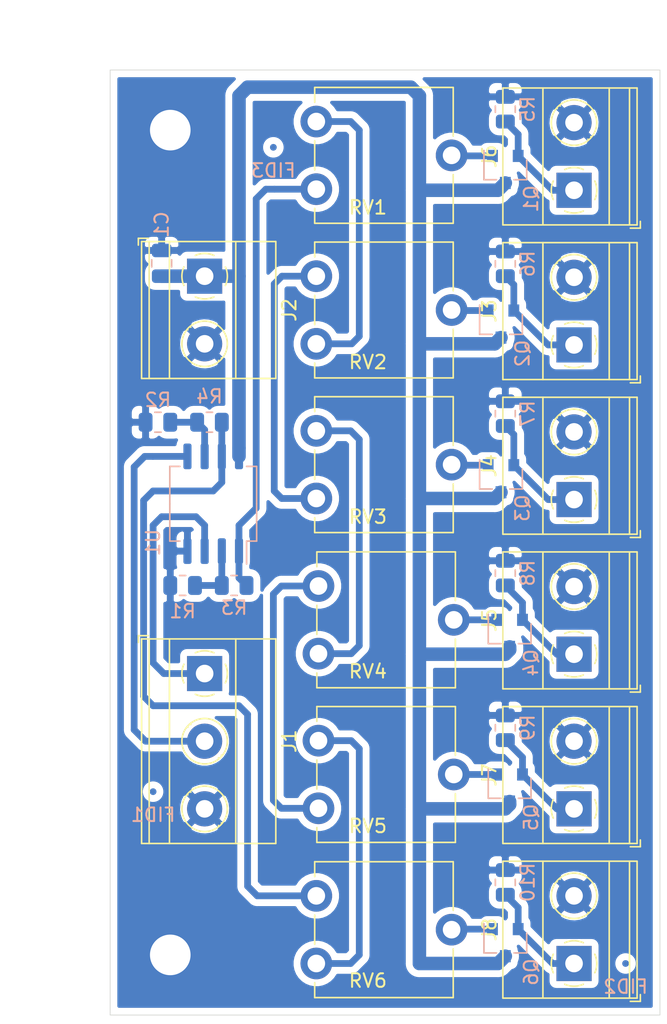
<source format=kicad_pcb>
(kicad_pcb (version 20171130) (host pcbnew "(5.1.10)-1")

  (general
    (thickness 1.6)
    (drawings 6)
    (tracks 127)
    (zones 0)
    (modules 35)
    (nets 26)
  )

  (page A4)
  (layers
    (0 F.Cu signal)
    (31 B.Cu signal)
    (32 B.Adhes user)
    (33 F.Adhes user)
    (34 B.Paste user)
    (35 F.Paste user)
    (36 B.SilkS user)
    (37 F.SilkS user)
    (38 B.Mask user)
    (39 F.Mask user)
    (40 Dwgs.User user)
    (41 Cmts.User user)
    (42 Eco1.User user)
    (43 Eco2.User user)
    (44 Edge.Cuts user)
    (45 Margin user)
    (46 B.CrtYd user)
    (47 F.CrtYd user)
    (48 B.Fab user)
    (49 F.Fab user)
  )

  (setup
    (last_trace_width 0.25)
    (trace_clearance 0.2)
    (zone_clearance 0.508)
    (zone_45_only no)
    (trace_min 0.2)
    (via_size 0.8)
    (via_drill 0.4)
    (via_min_size 0.4)
    (via_min_drill 0.3)
    (uvia_size 0.3)
    (uvia_drill 0.1)
    (uvias_allowed no)
    (uvia_min_size 0.2)
    (uvia_min_drill 0.1)
    (edge_width 0.05)
    (segment_width 0.2)
    (pcb_text_width 0.3)
    (pcb_text_size 1.5 1.5)
    (mod_edge_width 0.12)
    (mod_text_size 1 1)
    (mod_text_width 0.15)
    (pad_size 1.524 1.524)
    (pad_drill 0.762)
    (pad_to_mask_clearance 0.051)
    (solder_mask_min_width 0.25)
    (aux_axis_origin 0 0)
    (visible_elements 7FFFFFFF)
    (pcbplotparams
      (layerselection 0x010fc_ffffffff)
      (usegerberextensions false)
      (usegerberattributes true)
      (usegerberadvancedattributes true)
      (creategerberjobfile true)
      (excludeedgelayer true)
      (linewidth 0.100000)
      (plotframeref false)
      (viasonmask false)
      (mode 1)
      (useauxorigin false)
      (hpglpennumber 1)
      (hpglpenspeed 20)
      (hpglpendiameter 15.000000)
      (psnegative false)
      (psa4output false)
      (plotreference true)
      (plotvalue true)
      (plotinvisibletext false)
      (padsonsilk false)
      (subtractmaskfromsilk false)
      (outputformat 1)
      (mirror false)
      (drillshape 0)
      (scaleselection 1)
      (outputdirectory "export/"))
  )

  (net 0 "")
  (net 1 GND)
  (net 2 "Net-(J1-Pad2)")
  (net 3 "Net-(J1-Pad1)")
  (net 4 +12V)
  (net 5 "Net-(J3-Pad1)")
  (net 6 "Net-(J4-Pad1)")
  (net 7 "Net-(J5-Pad1)")
  (net 8 "Net-(J6-Pad1)")
  (net 9 "Net-(J7-Pad1)")
  (net 10 "Net-(J8-Pad1)")
  (net 11 "Net-(Q1-Pad1)")
  (net 12 "Net-(Q2-Pad1)")
  (net 13 "Net-(Q3-Pad1)")
  (net 14 "Net-(Q4-Pad1)")
  (net 15 "Net-(Q5-Pad1)")
  (net 16 "Net-(Q6-Pad1)")
  (net 17 "Net-(R1-Pad1)")
  (net 18 "Net-(R2-Pad1)")
  (net 19 "Net-(R3-Pad2)")
  (net 20 "Net-(R4-Pad2)")
  (net 21 "Net-(RV1-Pad3)")
  (net 22 "Net-(RV2-Pad3)")
  (net 23 "Net-(RV3-Pad3)")
  (net 24 "Net-(RV4-Pad3)")
  (net 25 "Net-(RV5-Pad3)")

  (net_class Default "This is the default net class."
    (clearance 0.2)
    (trace_width 0.25)
    (via_dia 0.8)
    (via_drill 0.4)
    (uvia_dia 0.3)
    (uvia_drill 0.1)
  )

  (net_class Power ""
    (clearance 0.2)
    (trace_width 1)
    (via_dia 0.8)
    (via_drill 0.4)
    (uvia_dia 0.3)
    (uvia_drill 0.1)
    (add_net +12V)
    (add_net GND)
  )

  (net_class Signals ""
    (clearance 0.2)
    (trace_width 0.5)
    (via_dia 0.8)
    (via_drill 0.4)
    (uvia_dia 0.3)
    (uvia_drill 0.1)
    (add_net "Net-(J1-Pad1)")
    (add_net "Net-(J1-Pad2)")
    (add_net "Net-(J3-Pad1)")
    (add_net "Net-(J4-Pad1)")
    (add_net "Net-(J5-Pad1)")
    (add_net "Net-(J6-Pad1)")
    (add_net "Net-(J7-Pad1)")
    (add_net "Net-(J8-Pad1)")
    (add_net "Net-(Q1-Pad1)")
    (add_net "Net-(Q2-Pad1)")
    (add_net "Net-(Q3-Pad1)")
    (add_net "Net-(Q4-Pad1)")
    (add_net "Net-(Q5-Pad1)")
    (add_net "Net-(Q6-Pad1)")
    (add_net "Net-(R1-Pad1)")
    (add_net "Net-(R2-Pad1)")
    (add_net "Net-(R3-Pad2)")
    (add_net "Net-(R4-Pad2)")
    (add_net "Net-(RV1-Pad3)")
    (add_net "Net-(RV2-Pad3)")
    (add_net "Net-(RV3-Pad3)")
    (add_net "Net-(RV4-Pad3)")
    (add_net "Net-(RV5-Pad3)")
  )

  (module Package_SO:SO-8_5.3x6.2mm_P1.27mm (layer B.Cu) (tedit 5EA5315B) (tstamp 611C499D)
    (at 152.4 93.02 90)
    (descr "SO, 8 Pin (https://www.ti.com/lit/ml/msop001a/msop001a.pdf), generated with kicad-footprint-generator ipc_gullwing_generator.py")
    (tags "SO SO")
    (path /6076DCAA)
    (attr smd)
    (fp_text reference U1 (at -2.865 -4.445 -90) (layer B.SilkS)
      (effects (font (size 1 1) (thickness 0.15)) (justify mirror))
    )
    (fp_text value LM358 (at 0 -4.05 -90) (layer B.Fab)
      (effects (font (size 1 1) (thickness 0.15)) (justify mirror))
    )
    (fp_line (start 4.7 3.35) (end -4.7 3.35) (layer B.CrtYd) (width 0.05))
    (fp_line (start 4.7 -3.35) (end 4.7 3.35) (layer B.CrtYd) (width 0.05))
    (fp_line (start -4.7 -3.35) (end 4.7 -3.35) (layer B.CrtYd) (width 0.05))
    (fp_line (start -4.7 3.35) (end -4.7 -3.35) (layer B.CrtYd) (width 0.05))
    (fp_line (start -2.65 2.1) (end -1.65 3.1) (layer B.Fab) (width 0.1))
    (fp_line (start -2.65 -3.1) (end -2.65 2.1) (layer B.Fab) (width 0.1))
    (fp_line (start 2.65 -3.1) (end -2.65 -3.1) (layer B.Fab) (width 0.1))
    (fp_line (start 2.65 3.1) (end 2.65 -3.1) (layer B.Fab) (width 0.1))
    (fp_line (start -1.65 3.1) (end 2.65 3.1) (layer B.Fab) (width 0.1))
    (fp_line (start -2.76 2.465) (end -4.45 2.465) (layer B.SilkS) (width 0.12))
    (fp_line (start -2.76 3.21) (end -2.76 2.465) (layer B.SilkS) (width 0.12))
    (fp_line (start 0 3.21) (end -2.76 3.21) (layer B.SilkS) (width 0.12))
    (fp_line (start 2.76 3.21) (end 2.76 2.465) (layer B.SilkS) (width 0.12))
    (fp_line (start 0 3.21) (end 2.76 3.21) (layer B.SilkS) (width 0.12))
    (fp_line (start -2.76 -3.21) (end -2.76 -2.465) (layer B.SilkS) (width 0.12))
    (fp_line (start 0 -3.21) (end -2.76 -3.21) (layer B.SilkS) (width 0.12))
    (fp_line (start 2.76 -3.21) (end 2.76 -2.465) (layer B.SilkS) (width 0.12))
    (fp_line (start 0 -3.21) (end 2.76 -3.21) (layer B.SilkS) (width 0.12))
    (fp_text user %R (at 0 0 -90) (layer B.Fab)
      (effects (font (size 1 1) (thickness 0.15)) (justify mirror))
    )
    (pad 8 smd roundrect (at 3.5 1.905 90) (size 1.9 0.6) (layers B.Cu B.Paste B.Mask) (roundrect_rratio 0.25)
      (net 4 +12V))
    (pad 7 smd roundrect (at 3.5 0.635 90) (size 1.9 0.6) (layers B.Cu B.Paste B.Mask) (roundrect_rratio 0.25)
      (net 20 "Net-(R4-Pad2)"))
    (pad 6 smd roundrect (at 3.5 -0.635 90) (size 1.9 0.6) (layers B.Cu B.Paste B.Mask) (roundrect_rratio 0.25)
      (net 18 "Net-(R2-Pad1)"))
    (pad 5 smd roundrect (at 3.5 -1.905 90) (size 1.9 0.6) (layers B.Cu B.Paste B.Mask) (roundrect_rratio 0.25)
      (net 2 "Net-(J1-Pad2)"))
    (pad 4 smd roundrect (at -3.5 -1.905 90) (size 1.9 0.6) (layers B.Cu B.Paste B.Mask) (roundrect_rratio 0.25)
      (net 1 GND))
    (pad 3 smd roundrect (at -3.5 -0.635 90) (size 1.9 0.6) (layers B.Cu B.Paste B.Mask) (roundrect_rratio 0.25)
      (net 3 "Net-(J1-Pad1)"))
    (pad 2 smd roundrect (at -3.5 0.635 90) (size 1.9 0.6) (layers B.Cu B.Paste B.Mask) (roundrect_rratio 0.25)
      (net 17 "Net-(R1-Pad1)"))
    (pad 1 smd roundrect (at -3.5 1.905 90) (size 1.9 0.6) (layers B.Cu B.Paste B.Mask) (roundrect_rratio 0.25)
      (net 19 "Net-(R3-Pad2)"))
    (model ${KISYS3DMOD}/Package_SO.3dshapes/SO-8_5.3x6.2mm_P1.27mm.wrl
      (at (xyz 0 0 0))
      (scale (xyz 1 1 1))
      (rotate (xyz 0 0 0))
    )
  )

  (module Potentiometer_THT:Potentiometer_ACP_CA9-V10_Vertical (layer F.Cu) (tedit 5A3D4994) (tstamp 611BE71D)
    (at 160.02 127)
    (descr "Potentiometer, vertical, ACP CA9-V10, http://www.acptechnologies.com/wp-content/uploads/2017/05/02-ACP-CA9-CE9.pdf")
    (tags "Potentiometer vertical ACP CA9-V10")
    (path /611D9F46)
    (fp_text reference RV6 (at 3.81 1.27) (layer F.SilkS)
      (effects (font (size 1 1) (thickness 0.15)))
    )
    (fp_text value 20k (at 5 3.65) (layer F.Fab)
      (effects (font (size 1 1) (thickness 0.15)))
    )
    (fp_line (start 11.45 -7.65) (end -1.45 -7.65) (layer F.CrtYd) (width 0.05))
    (fp_line (start 11.45 2.7) (end 11.45 -7.65) (layer F.CrtYd) (width 0.05))
    (fp_line (start -1.45 2.7) (end 11.45 2.7) (layer F.CrtYd) (width 0.05))
    (fp_line (start -1.45 -7.65) (end -1.45 2.7) (layer F.CrtYd) (width 0.05))
    (fp_line (start 10.12 -1.075) (end 10.12 2.52) (layer F.SilkS) (width 0.12))
    (fp_line (start 10.12 -7.521) (end 10.12 -3.925) (layer F.SilkS) (width 0.12))
    (fp_line (start -0.12 1.425) (end -0.12 2.52) (layer F.SilkS) (width 0.12))
    (fp_line (start -0.12 -3.574) (end -0.12 -1.425) (layer F.SilkS) (width 0.12))
    (fp_line (start -0.12 -7.521) (end -0.12 -6.426) (layer F.SilkS) (width 0.12))
    (fp_line (start -0.12 2.52) (end 10.12 2.52) (layer F.SilkS) (width 0.12))
    (fp_line (start -0.12 -7.521) (end 10.12 -7.521) (layer F.SilkS) (width 0.12))
    (fp_line (start 10 -7.4) (end 0 -7.4) (layer F.Fab) (width 0.1))
    (fp_line (start 10 2.4) (end 10 -7.4) (layer F.Fab) (width 0.1))
    (fp_line (start 0 2.4) (end 10 2.4) (layer F.Fab) (width 0.1))
    (fp_line (start 0 -7.4) (end 0 2.4) (layer F.Fab) (width 0.1))
    (fp_circle (center 5 -2.5) (end 6.05 -2.5) (layer F.Fab) (width 0.1))
    (fp_text user %R (at 1 -2.5 90) (layer F.Fab)
      (effects (font (size 1 1) (thickness 0.15)))
    )
    (pad 1 thru_hole circle (at 0 0) (size 2.34 2.34) (drill 1.3) (layers *.Cu *.Mask)
      (net 25 "Net-(RV5-Pad3)"))
    (pad 2 thru_hole circle (at 10 -2.5) (size 2.34 2.34) (drill 1.3) (layers *.Cu *.Mask)
      (net 16 "Net-(Q6-Pad1)"))
    (pad 3 thru_hole circle (at 0 -5) (size 2.34 2.34) (drill 1.3) (layers *.Cu *.Mask)
      (net 20 "Net-(R4-Pad2)"))
    (model ${KISYS3DMOD}/Potentiometer_THT.3dshapes/Potentiometer_ACP_CA9-V10_Vertical.wrl
      (at (xyz 0 0 0))
      (scale (xyz 1 1 1))
      (rotate (xyz 0 0 0))
    )
  )

  (module Potentiometer_THT:Potentiometer_ACP_CA9-V10_Vertical (layer F.Cu) (tedit 5A3D4994) (tstamp 611BE705)
    (at 160.18 115.53)
    (descr "Potentiometer, vertical, ACP CA9-V10, http://www.acptechnologies.com/wp-content/uploads/2017/05/02-ACP-CA9-CE9.pdf")
    (tags "Potentiometer vertical ACP CA9-V10")
    (path /611D9F28)
    (fp_text reference RV5 (at 3.65 1.31) (layer F.SilkS)
      (effects (font (size 1 1) (thickness 0.15)))
    )
    (fp_text value 20k (at 5 3.65) (layer F.Fab)
      (effects (font (size 1 1) (thickness 0.15)))
    )
    (fp_line (start 11.45 -7.65) (end -1.45 -7.65) (layer F.CrtYd) (width 0.05))
    (fp_line (start 11.45 2.7) (end 11.45 -7.65) (layer F.CrtYd) (width 0.05))
    (fp_line (start -1.45 2.7) (end 11.45 2.7) (layer F.CrtYd) (width 0.05))
    (fp_line (start -1.45 -7.65) (end -1.45 2.7) (layer F.CrtYd) (width 0.05))
    (fp_line (start 10.12 -1.075) (end 10.12 2.52) (layer F.SilkS) (width 0.12))
    (fp_line (start 10.12 -7.521) (end 10.12 -3.925) (layer F.SilkS) (width 0.12))
    (fp_line (start -0.12 1.425) (end -0.12 2.52) (layer F.SilkS) (width 0.12))
    (fp_line (start -0.12 -3.574) (end -0.12 -1.425) (layer F.SilkS) (width 0.12))
    (fp_line (start -0.12 -7.521) (end -0.12 -6.426) (layer F.SilkS) (width 0.12))
    (fp_line (start -0.12 2.52) (end 10.12 2.52) (layer F.SilkS) (width 0.12))
    (fp_line (start -0.12 -7.521) (end 10.12 -7.521) (layer F.SilkS) (width 0.12))
    (fp_line (start 10 -7.4) (end 0 -7.4) (layer F.Fab) (width 0.1))
    (fp_line (start 10 2.4) (end 10 -7.4) (layer F.Fab) (width 0.1))
    (fp_line (start 0 2.4) (end 10 2.4) (layer F.Fab) (width 0.1))
    (fp_line (start 0 -7.4) (end 0 2.4) (layer F.Fab) (width 0.1))
    (fp_circle (center 5 -2.5) (end 6.05 -2.5) (layer F.Fab) (width 0.1))
    (fp_text user %R (at 1 -2.5 90) (layer F.Fab)
      (effects (font (size 1 1) (thickness 0.15)))
    )
    (pad 1 thru_hole circle (at 0 0) (size 2.34 2.34) (drill 1.3) (layers *.Cu *.Mask)
      (net 24 "Net-(RV4-Pad3)"))
    (pad 2 thru_hole circle (at 10 -2.5) (size 2.34 2.34) (drill 1.3) (layers *.Cu *.Mask)
      (net 15 "Net-(Q5-Pad1)"))
    (pad 3 thru_hole circle (at 0 -5) (size 2.34 2.34) (drill 1.3) (layers *.Cu *.Mask)
      (net 25 "Net-(RV5-Pad3)"))
    (model ${KISYS3DMOD}/Potentiometer_THT.3dshapes/Potentiometer_ACP_CA9-V10_Vertical.wrl
      (at (xyz 0 0 0))
      (scale (xyz 1 1 1))
      (rotate (xyz 0 0 0))
    )
  )

  (module Potentiometer_THT:Potentiometer_ACP_CA9-V10_Vertical (layer F.Cu) (tedit 5A3D4994) (tstamp 611BE6ED)
    (at 160.18 104.1)
    (descr "Potentiometer, vertical, ACP CA9-V10, http://www.acptechnologies.com/wp-content/uploads/2017/05/02-ACP-CA9-CE9.pdf")
    (tags "Potentiometer vertical ACP CA9-V10")
    (path /607751AD)
    (fp_text reference RV4 (at 3.65 1.31) (layer F.SilkS)
      (effects (font (size 1 1) (thickness 0.15)))
    )
    (fp_text value 20k (at 5 3.65) (layer F.Fab)
      (effects (font (size 1 1) (thickness 0.15)))
    )
    (fp_line (start 11.45 -7.65) (end -1.45 -7.65) (layer F.CrtYd) (width 0.05))
    (fp_line (start 11.45 2.7) (end 11.45 -7.65) (layer F.CrtYd) (width 0.05))
    (fp_line (start -1.45 2.7) (end 11.45 2.7) (layer F.CrtYd) (width 0.05))
    (fp_line (start -1.45 -7.65) (end -1.45 2.7) (layer F.CrtYd) (width 0.05))
    (fp_line (start 10.12 -1.075) (end 10.12 2.52) (layer F.SilkS) (width 0.12))
    (fp_line (start 10.12 -7.521) (end 10.12 -3.925) (layer F.SilkS) (width 0.12))
    (fp_line (start -0.12 1.425) (end -0.12 2.52) (layer F.SilkS) (width 0.12))
    (fp_line (start -0.12 -3.574) (end -0.12 -1.425) (layer F.SilkS) (width 0.12))
    (fp_line (start -0.12 -7.521) (end -0.12 -6.426) (layer F.SilkS) (width 0.12))
    (fp_line (start -0.12 2.52) (end 10.12 2.52) (layer F.SilkS) (width 0.12))
    (fp_line (start -0.12 -7.521) (end 10.12 -7.521) (layer F.SilkS) (width 0.12))
    (fp_line (start 10 -7.4) (end 0 -7.4) (layer F.Fab) (width 0.1))
    (fp_line (start 10 2.4) (end 10 -7.4) (layer F.Fab) (width 0.1))
    (fp_line (start 0 2.4) (end 10 2.4) (layer F.Fab) (width 0.1))
    (fp_line (start 0 -7.4) (end 0 2.4) (layer F.Fab) (width 0.1))
    (fp_circle (center 5 -2.5) (end 6.05 -2.5) (layer F.Fab) (width 0.1))
    (fp_text user %R (at 1 -2.5 90) (layer F.Fab)
      (effects (font (size 1 1) (thickness 0.15)))
    )
    (pad 1 thru_hole circle (at 0 0) (size 2.34 2.34) (drill 1.3) (layers *.Cu *.Mask)
      (net 23 "Net-(RV3-Pad3)"))
    (pad 2 thru_hole circle (at 10 -2.5) (size 2.34 2.34) (drill 1.3) (layers *.Cu *.Mask)
      (net 14 "Net-(Q4-Pad1)"))
    (pad 3 thru_hole circle (at 0 -5) (size 2.34 2.34) (drill 1.3) (layers *.Cu *.Mask)
      (net 24 "Net-(RV4-Pad3)"))
    (model ${KISYS3DMOD}/Potentiometer_THT.3dshapes/Potentiometer_ACP_CA9-V10_Vertical.wrl
      (at (xyz 0 0 0))
      (scale (xyz 1 1 1))
      (rotate (xyz 0 0 0))
    )
  )

  (module Potentiometer_THT:Potentiometer_ACP_CA9-V10_Vertical (layer F.Cu) (tedit 5A3D4994) (tstamp 611BE6D5)
    (at 160.02 92.63)
    (descr "Potentiometer, vertical, ACP CA9-V10, http://www.acptechnologies.com/wp-content/uploads/2017/05/02-ACP-CA9-CE9.pdf")
    (tags "Potentiometer vertical ACP CA9-V10")
    (path /6076C473)
    (fp_text reference RV3 (at 3.81 1.35) (layer F.SilkS)
      (effects (font (size 1 1) (thickness 0.15)))
    )
    (fp_text value 20k (at 5 3.65) (layer F.Fab)
      (effects (font (size 1 1) (thickness 0.15)))
    )
    (fp_line (start 11.45 -7.65) (end -1.45 -7.65) (layer F.CrtYd) (width 0.05))
    (fp_line (start 11.45 2.7) (end 11.45 -7.65) (layer F.CrtYd) (width 0.05))
    (fp_line (start -1.45 2.7) (end 11.45 2.7) (layer F.CrtYd) (width 0.05))
    (fp_line (start -1.45 -7.65) (end -1.45 2.7) (layer F.CrtYd) (width 0.05))
    (fp_line (start 10.12 -1.075) (end 10.12 2.52) (layer F.SilkS) (width 0.12))
    (fp_line (start 10.12 -7.521) (end 10.12 -3.925) (layer F.SilkS) (width 0.12))
    (fp_line (start -0.12 1.425) (end -0.12 2.52) (layer F.SilkS) (width 0.12))
    (fp_line (start -0.12 -3.574) (end -0.12 -1.425) (layer F.SilkS) (width 0.12))
    (fp_line (start -0.12 -7.521) (end -0.12 -6.426) (layer F.SilkS) (width 0.12))
    (fp_line (start -0.12 2.52) (end 10.12 2.52) (layer F.SilkS) (width 0.12))
    (fp_line (start -0.12 -7.521) (end 10.12 -7.521) (layer F.SilkS) (width 0.12))
    (fp_line (start 10 -7.4) (end 0 -7.4) (layer F.Fab) (width 0.1))
    (fp_line (start 10 2.4) (end 10 -7.4) (layer F.Fab) (width 0.1))
    (fp_line (start 0 2.4) (end 10 2.4) (layer F.Fab) (width 0.1))
    (fp_line (start 0 -7.4) (end 0 2.4) (layer F.Fab) (width 0.1))
    (fp_circle (center 5 -2.5) (end 6.05 -2.5) (layer F.Fab) (width 0.1))
    (fp_text user %R (at 1 -2.5 90) (layer F.Fab)
      (effects (font (size 1 1) (thickness 0.15)))
    )
    (pad 1 thru_hole circle (at 0 0) (size 2.34 2.34) (drill 1.3) (layers *.Cu *.Mask)
      (net 22 "Net-(RV2-Pad3)"))
    (pad 2 thru_hole circle (at 10 -2.5) (size 2.34 2.34) (drill 1.3) (layers *.Cu *.Mask)
      (net 13 "Net-(Q3-Pad1)"))
    (pad 3 thru_hole circle (at 0 -5) (size 2.34 2.34) (drill 1.3) (layers *.Cu *.Mask)
      (net 23 "Net-(RV3-Pad3)"))
    (model ${KISYS3DMOD}/Potentiometer_THT.3dshapes/Potentiometer_ACP_CA9-V10_Vertical.wrl
      (at (xyz 0 0 0))
      (scale (xyz 1 1 1))
      (rotate (xyz 0 0 0))
    )
  )

  (module Potentiometer_THT:Potentiometer_ACP_CA9-V10_Vertical (layer F.Cu) (tedit 5A3D4994) (tstamp 611BE6BD)
    (at 160.02 81.2)
    (descr "Potentiometer, vertical, ACP CA9-V10, http://www.acptechnologies.com/wp-content/uploads/2017/05/02-ACP-CA9-CE9.pdf")
    (tags "Potentiometer vertical ACP CA9-V10")
    (path /60773970)
    (fp_text reference RV2 (at 3.81 1.35) (layer F.SilkS)
      (effects (font (size 1 1) (thickness 0.15)))
    )
    (fp_text value 20k (at 5 3.65) (layer F.Fab)
      (effects (font (size 1 1) (thickness 0.15)))
    )
    (fp_line (start 11.45 -7.65) (end -1.45 -7.65) (layer F.CrtYd) (width 0.05))
    (fp_line (start 11.45 2.7) (end 11.45 -7.65) (layer F.CrtYd) (width 0.05))
    (fp_line (start -1.45 2.7) (end 11.45 2.7) (layer F.CrtYd) (width 0.05))
    (fp_line (start -1.45 -7.65) (end -1.45 2.7) (layer F.CrtYd) (width 0.05))
    (fp_line (start 10.12 -1.075) (end 10.12 2.52) (layer F.SilkS) (width 0.12))
    (fp_line (start 10.12 -7.521) (end 10.12 -3.925) (layer F.SilkS) (width 0.12))
    (fp_line (start -0.12 1.425) (end -0.12 2.52) (layer F.SilkS) (width 0.12))
    (fp_line (start -0.12 -3.574) (end -0.12 -1.425) (layer F.SilkS) (width 0.12))
    (fp_line (start -0.12 -7.521) (end -0.12 -6.426) (layer F.SilkS) (width 0.12))
    (fp_line (start -0.12 2.52) (end 10.12 2.52) (layer F.SilkS) (width 0.12))
    (fp_line (start -0.12 -7.521) (end 10.12 -7.521) (layer F.SilkS) (width 0.12))
    (fp_line (start 10 -7.4) (end 0 -7.4) (layer F.Fab) (width 0.1))
    (fp_line (start 10 2.4) (end 10 -7.4) (layer F.Fab) (width 0.1))
    (fp_line (start 0 2.4) (end 10 2.4) (layer F.Fab) (width 0.1))
    (fp_line (start 0 -7.4) (end 0 2.4) (layer F.Fab) (width 0.1))
    (fp_circle (center 5 -2.5) (end 6.05 -2.5) (layer F.Fab) (width 0.1))
    (fp_text user %R (at 1 -2.5 90) (layer F.Fab)
      (effects (font (size 1 1) (thickness 0.15)))
    )
    (pad 1 thru_hole circle (at 0 0) (size 2.34 2.34) (drill 1.3) (layers *.Cu *.Mask)
      (net 21 "Net-(RV1-Pad3)"))
    (pad 2 thru_hole circle (at 10 -2.5) (size 2.34 2.34) (drill 1.3) (layers *.Cu *.Mask)
      (net 12 "Net-(Q2-Pad1)"))
    (pad 3 thru_hole circle (at 0 -5) (size 2.34 2.34) (drill 1.3) (layers *.Cu *.Mask)
      (net 22 "Net-(RV2-Pad3)"))
    (model ${KISYS3DMOD}/Potentiometer_THT.3dshapes/Potentiometer_ACP_CA9-V10_Vertical.wrl
      (at (xyz 0 0 0))
      (scale (xyz 1 1 1))
      (rotate (xyz 0 0 0))
    )
  )

  (module Potentiometer_THT:Potentiometer_ACP_CA9-V10_Vertical (layer F.Cu) (tedit 5A3D4994) (tstamp 611BE6A5)
    (at 160.02 69.77)
    (descr "Potentiometer, vertical, ACP CA9-V10, http://www.acptechnologies.com/wp-content/uploads/2017/05/02-ACP-CA9-CE9.pdf")
    (tags "Potentiometer vertical ACP CA9-V10")
    (path /6076B9D7)
    (fp_text reference RV1 (at 3.81 1.35) (layer F.SilkS)
      (effects (font (size 1 1) (thickness 0.15)))
    )
    (fp_text value 20k (at 5 3.65) (layer F.Fab)
      (effects (font (size 1 1) (thickness 0.15)))
    )
    (fp_line (start 11.45 -7.65) (end -1.45 -7.65) (layer F.CrtYd) (width 0.05))
    (fp_line (start 11.45 2.7) (end 11.45 -7.65) (layer F.CrtYd) (width 0.05))
    (fp_line (start -1.45 2.7) (end 11.45 2.7) (layer F.CrtYd) (width 0.05))
    (fp_line (start -1.45 -7.65) (end -1.45 2.7) (layer F.CrtYd) (width 0.05))
    (fp_line (start 10.12 -1.075) (end 10.12 2.52) (layer F.SilkS) (width 0.12))
    (fp_line (start 10.12 -7.521) (end 10.12 -3.925) (layer F.SilkS) (width 0.12))
    (fp_line (start -0.12 1.425) (end -0.12 2.52) (layer F.SilkS) (width 0.12))
    (fp_line (start -0.12 -3.574) (end -0.12 -1.425) (layer F.SilkS) (width 0.12))
    (fp_line (start -0.12 -7.521) (end -0.12 -6.426) (layer F.SilkS) (width 0.12))
    (fp_line (start -0.12 2.52) (end 10.12 2.52) (layer F.SilkS) (width 0.12))
    (fp_line (start -0.12 -7.521) (end 10.12 -7.521) (layer F.SilkS) (width 0.12))
    (fp_line (start 10 -7.4) (end 0 -7.4) (layer F.Fab) (width 0.1))
    (fp_line (start 10 2.4) (end 10 -7.4) (layer F.Fab) (width 0.1))
    (fp_line (start 0 2.4) (end 10 2.4) (layer F.Fab) (width 0.1))
    (fp_line (start 0 -7.4) (end 0 2.4) (layer F.Fab) (width 0.1))
    (fp_circle (center 5 -2.5) (end 6.05 -2.5) (layer F.Fab) (width 0.1))
    (fp_text user %R (at 1 -2.5 90) (layer F.Fab)
      (effects (font (size 1 1) (thickness 0.15)))
    )
    (pad 1 thru_hole circle (at 0 0) (size 2.34 2.34) (drill 1.3) (layers *.Cu *.Mask)
      (net 19 "Net-(R3-Pad2)"))
    (pad 2 thru_hole circle (at 10 -2.5) (size 2.34 2.34) (drill 1.3) (layers *.Cu *.Mask)
      (net 11 "Net-(Q1-Pad1)"))
    (pad 3 thru_hole circle (at 0 -5) (size 2.34 2.34) (drill 1.3) (layers *.Cu *.Mask)
      (net 21 "Net-(RV1-Pad3)"))
    (model ${KISYS3DMOD}/Potentiometer_THT.3dshapes/Potentiometer_ACP_CA9-V10_Vertical.wrl
      (at (xyz 0 0 0))
      (scale (xyz 1 1 1))
      (rotate (xyz 0 0 0))
    )
  )

  (module Resistor_SMD:R_0805_2012Metric (layer B.Cu) (tedit 5F68FEEE) (tstamp 611C2392)
    (at 173.99 121.0075 90)
    (descr "Resistor SMD 0805 (2012 Metric), square (rectangular) end terminal, IPC_7351 nominal, (Body size source: IPC-SM-782 page 72, https://www.pcb-3d.com/wordpress/wp-content/uploads/ipc-sm-782a_amendment_1_and_2.pdf), generated with kicad-footprint-generator")
    (tags resistor)
    (path /611FD1AA)
    (attr smd)
    (fp_text reference R10 (at 0 1.65 -90) (layer B.SilkS)
      (effects (font (size 1 1) (thickness 0.15)) (justify mirror))
    )
    (fp_text value 680 (at 0 -1.65 -90) (layer B.Fab)
      (effects (font (size 1 1) (thickness 0.15)) (justify mirror))
    )
    (fp_line (start 1.68 -0.95) (end -1.68 -0.95) (layer B.CrtYd) (width 0.05))
    (fp_line (start 1.68 0.95) (end 1.68 -0.95) (layer B.CrtYd) (width 0.05))
    (fp_line (start -1.68 0.95) (end 1.68 0.95) (layer B.CrtYd) (width 0.05))
    (fp_line (start -1.68 -0.95) (end -1.68 0.95) (layer B.CrtYd) (width 0.05))
    (fp_line (start -0.227064 -0.735) (end 0.227064 -0.735) (layer B.SilkS) (width 0.12))
    (fp_line (start -0.227064 0.735) (end 0.227064 0.735) (layer B.SilkS) (width 0.12))
    (fp_line (start 1 -0.625) (end -1 -0.625) (layer B.Fab) (width 0.1))
    (fp_line (start 1 0.625) (end 1 -0.625) (layer B.Fab) (width 0.1))
    (fp_line (start -1 0.625) (end 1 0.625) (layer B.Fab) (width 0.1))
    (fp_line (start -1 -0.625) (end -1 0.625) (layer B.Fab) (width 0.1))
    (fp_text user %R (at 0 0 -90) (layer B.Fab)
      (effects (font (size 0.5 0.5) (thickness 0.08)) (justify mirror))
    )
    (pad 2 smd roundrect (at 0.9125 0 90) (size 1.025 1.4) (layers B.Cu B.Paste B.Mask) (roundrect_rratio 0.2439014634146341)
      (net 1 GND))
    (pad 1 smd roundrect (at -0.9125 0 90) (size 1.025 1.4) (layers B.Cu B.Paste B.Mask) (roundrect_rratio 0.2439014634146341)
      (net 10 "Net-(J8-Pad1)"))
    (model ${KISYS3DMOD}/Resistor_SMD.3dshapes/R_0805_2012Metric.wrl
      (at (xyz 0 0 0))
      (scale (xyz 1 1 1))
      (rotate (xyz 0 0 0))
    )
  )

  (module Resistor_SMD:R_0805_2012Metric (layer B.Cu) (tedit 5F68FEEE) (tstamp 611BE67C)
    (at 173.99 109.5775 90)
    (descr "Resistor SMD 0805 (2012 Metric), square (rectangular) end terminal, IPC_7351 nominal, (Body size source: IPC-SM-782 page 72, https://www.pcb-3d.com/wordpress/wp-content/uploads/ipc-sm-782a_amendment_1_and_2.pdf), generated with kicad-footprint-generator")
    (tags resistor)
    (path /611FCEE6)
    (attr smd)
    (fp_text reference R9 (at 0 1.65 270) (layer B.SilkS)
      (effects (font (size 1 1) (thickness 0.15)) (justify mirror))
    )
    (fp_text value 680 (at 0 -1.65 270) (layer B.Fab)
      (effects (font (size 1 1) (thickness 0.15)) (justify mirror))
    )
    (fp_line (start 1.68 -0.95) (end -1.68 -0.95) (layer B.CrtYd) (width 0.05))
    (fp_line (start 1.68 0.95) (end 1.68 -0.95) (layer B.CrtYd) (width 0.05))
    (fp_line (start -1.68 0.95) (end 1.68 0.95) (layer B.CrtYd) (width 0.05))
    (fp_line (start -1.68 -0.95) (end -1.68 0.95) (layer B.CrtYd) (width 0.05))
    (fp_line (start -0.227064 -0.735) (end 0.227064 -0.735) (layer B.SilkS) (width 0.12))
    (fp_line (start -0.227064 0.735) (end 0.227064 0.735) (layer B.SilkS) (width 0.12))
    (fp_line (start 1 -0.625) (end -1 -0.625) (layer B.Fab) (width 0.1))
    (fp_line (start 1 0.625) (end 1 -0.625) (layer B.Fab) (width 0.1))
    (fp_line (start -1 0.625) (end 1 0.625) (layer B.Fab) (width 0.1))
    (fp_line (start -1 -0.625) (end -1 0.625) (layer B.Fab) (width 0.1))
    (fp_text user %R (at 0 0 270) (layer B.Fab)
      (effects (font (size 0.5 0.5) (thickness 0.08)) (justify mirror))
    )
    (pad 2 smd roundrect (at 0.9125 0 90) (size 1.025 1.4) (layers B.Cu B.Paste B.Mask) (roundrect_rratio 0.2439014634146341)
      (net 1 GND))
    (pad 1 smd roundrect (at -0.9125 0 90) (size 1.025 1.4) (layers B.Cu B.Paste B.Mask) (roundrect_rratio 0.2439014634146341)
      (net 9 "Net-(J7-Pad1)"))
    (model ${KISYS3DMOD}/Resistor_SMD.3dshapes/R_0805_2012Metric.wrl
      (at (xyz 0 0 0))
      (scale (xyz 1 1 1))
      (rotate (xyz 0 0 0))
    )
  )

  (module Resistor_SMD:R_0805_2012Metric (layer B.Cu) (tedit 5F68FEEE) (tstamp 611BE66B)
    (at 173.99 98.1475 90)
    (descr "Resistor SMD 0805 (2012 Metric), square (rectangular) end terminal, IPC_7351 nominal, (Body size source: IPC-SM-782 page 72, https://www.pcb-3d.com/wordpress/wp-content/uploads/ipc-sm-782a_amendment_1_and_2.pdf), generated with kicad-footprint-generator")
    (tags resistor)
    (path /611FCA8D)
    (attr smd)
    (fp_text reference R8 (at 0 1.65 -90) (layer B.SilkS)
      (effects (font (size 1 1) (thickness 0.15)) (justify mirror))
    )
    (fp_text value 680 (at 0 -1.65 -90) (layer B.Fab)
      (effects (font (size 1 1) (thickness 0.15)) (justify mirror))
    )
    (fp_line (start 1.68 -0.95) (end -1.68 -0.95) (layer B.CrtYd) (width 0.05))
    (fp_line (start 1.68 0.95) (end 1.68 -0.95) (layer B.CrtYd) (width 0.05))
    (fp_line (start -1.68 0.95) (end 1.68 0.95) (layer B.CrtYd) (width 0.05))
    (fp_line (start -1.68 -0.95) (end -1.68 0.95) (layer B.CrtYd) (width 0.05))
    (fp_line (start -0.227064 -0.735) (end 0.227064 -0.735) (layer B.SilkS) (width 0.12))
    (fp_line (start -0.227064 0.735) (end 0.227064 0.735) (layer B.SilkS) (width 0.12))
    (fp_line (start 1 -0.625) (end -1 -0.625) (layer B.Fab) (width 0.1))
    (fp_line (start 1 0.625) (end 1 -0.625) (layer B.Fab) (width 0.1))
    (fp_line (start -1 0.625) (end 1 0.625) (layer B.Fab) (width 0.1))
    (fp_line (start -1 -0.625) (end -1 0.625) (layer B.Fab) (width 0.1))
    (fp_text user %R (at 0 0 -90) (layer B.Fab)
      (effects (font (size 0.5 0.5) (thickness 0.08)) (justify mirror))
    )
    (pad 2 smd roundrect (at 0.9125 0 90) (size 1.025 1.4) (layers B.Cu B.Paste B.Mask) (roundrect_rratio 0.2439014634146341)
      (net 1 GND))
    (pad 1 smd roundrect (at -0.9125 0 90) (size 1.025 1.4) (layers B.Cu B.Paste B.Mask) (roundrect_rratio 0.2439014634146341)
      (net 7 "Net-(J5-Pad1)"))
    (model ${KISYS3DMOD}/Resistor_SMD.3dshapes/R_0805_2012Metric.wrl
      (at (xyz 0 0 0))
      (scale (xyz 1 1 1))
      (rotate (xyz 0 0 0))
    )
  )

  (module Resistor_SMD:R_0805_2012Metric (layer B.Cu) (tedit 5F68FEEE) (tstamp 611BE65A)
    (at 173.99 86.36 90)
    (descr "Resistor SMD 0805 (2012 Metric), square (rectangular) end terminal, IPC_7351 nominal, (Body size source: IPC-SM-782 page 72, https://www.pcb-3d.com/wordpress/wp-content/uploads/ipc-sm-782a_amendment_1_and_2.pdf), generated with kicad-footprint-generator")
    (tags resistor)
    (path /611FC7B6)
    (attr smd)
    (fp_text reference R7 (at 0 1.65 -90) (layer B.SilkS)
      (effects (font (size 1 1) (thickness 0.15)) (justify mirror))
    )
    (fp_text value 680 (at 0 -1.65 -90) (layer B.Fab)
      (effects (font (size 1 1) (thickness 0.15)) (justify mirror))
    )
    (fp_line (start 1.68 -0.95) (end -1.68 -0.95) (layer B.CrtYd) (width 0.05))
    (fp_line (start 1.68 0.95) (end 1.68 -0.95) (layer B.CrtYd) (width 0.05))
    (fp_line (start -1.68 0.95) (end 1.68 0.95) (layer B.CrtYd) (width 0.05))
    (fp_line (start -1.68 -0.95) (end -1.68 0.95) (layer B.CrtYd) (width 0.05))
    (fp_line (start -0.227064 -0.735) (end 0.227064 -0.735) (layer B.SilkS) (width 0.12))
    (fp_line (start -0.227064 0.735) (end 0.227064 0.735) (layer B.SilkS) (width 0.12))
    (fp_line (start 1 -0.625) (end -1 -0.625) (layer B.Fab) (width 0.1))
    (fp_line (start 1 0.625) (end 1 -0.625) (layer B.Fab) (width 0.1))
    (fp_line (start -1 0.625) (end 1 0.625) (layer B.Fab) (width 0.1))
    (fp_line (start -1 -0.625) (end -1 0.625) (layer B.Fab) (width 0.1))
    (fp_text user %R (at 0 0 -90) (layer B.Fab)
      (effects (font (size 0.5 0.5) (thickness 0.08)) (justify mirror))
    )
    (pad 2 smd roundrect (at 0.9125 0 90) (size 1.025 1.4) (layers B.Cu B.Paste B.Mask) (roundrect_rratio 0.2439014634146341)
      (net 1 GND))
    (pad 1 smd roundrect (at -0.9125 0 90) (size 1.025 1.4) (layers B.Cu B.Paste B.Mask) (roundrect_rratio 0.2439014634146341)
      (net 6 "Net-(J4-Pad1)"))
    (model ${KISYS3DMOD}/Resistor_SMD.3dshapes/R_0805_2012Metric.wrl
      (at (xyz 0 0 0))
      (scale (xyz 1 1 1))
      (rotate (xyz 0 0 0))
    )
  )

  (module Resistor_SMD:R_0805_2012Metric (layer B.Cu) (tedit 5F68FEEE) (tstamp 611BE649)
    (at 173.99 75.2875 90)
    (descr "Resistor SMD 0805 (2012 Metric), square (rectangular) end terminal, IPC_7351 nominal, (Body size source: IPC-SM-782 page 72, https://www.pcb-3d.com/wordpress/wp-content/uploads/ipc-sm-782a_amendment_1_and_2.pdf), generated with kicad-footprint-generator")
    (tags resistor)
    (path /611FC50B)
    (attr smd)
    (fp_text reference R6 (at 0 1.65 270) (layer B.SilkS)
      (effects (font (size 1 1) (thickness 0.15)) (justify mirror))
    )
    (fp_text value 680 (at 0 -1.65 270) (layer B.Fab)
      (effects (font (size 1 1) (thickness 0.15)) (justify mirror))
    )
    (fp_line (start 1.68 -0.95) (end -1.68 -0.95) (layer B.CrtYd) (width 0.05))
    (fp_line (start 1.68 0.95) (end 1.68 -0.95) (layer B.CrtYd) (width 0.05))
    (fp_line (start -1.68 0.95) (end 1.68 0.95) (layer B.CrtYd) (width 0.05))
    (fp_line (start -1.68 -0.95) (end -1.68 0.95) (layer B.CrtYd) (width 0.05))
    (fp_line (start -0.227064 -0.735) (end 0.227064 -0.735) (layer B.SilkS) (width 0.12))
    (fp_line (start -0.227064 0.735) (end 0.227064 0.735) (layer B.SilkS) (width 0.12))
    (fp_line (start 1 -0.625) (end -1 -0.625) (layer B.Fab) (width 0.1))
    (fp_line (start 1 0.625) (end 1 -0.625) (layer B.Fab) (width 0.1))
    (fp_line (start -1 0.625) (end 1 0.625) (layer B.Fab) (width 0.1))
    (fp_line (start -1 -0.625) (end -1 0.625) (layer B.Fab) (width 0.1))
    (fp_text user %R (at 0 0 270) (layer B.Fab)
      (effects (font (size 0.5 0.5) (thickness 0.08)) (justify mirror))
    )
    (pad 2 smd roundrect (at 0.9125 0 90) (size 1.025 1.4) (layers B.Cu B.Paste B.Mask) (roundrect_rratio 0.2439014634146341)
      (net 1 GND))
    (pad 1 smd roundrect (at -0.9125 0 90) (size 1.025 1.4) (layers B.Cu B.Paste B.Mask) (roundrect_rratio 0.2439014634146341)
      (net 5 "Net-(J3-Pad1)"))
    (model ${KISYS3DMOD}/Resistor_SMD.3dshapes/R_0805_2012Metric.wrl
      (at (xyz 0 0 0))
      (scale (xyz 1 1 1))
      (rotate (xyz 0 0 0))
    )
  )

  (module Resistor_SMD:R_0805_2012Metric (layer B.Cu) (tedit 5F68FEEE) (tstamp 611BE638)
    (at 173.99 63.8575 90)
    (descr "Resistor SMD 0805 (2012 Metric), square (rectangular) end terminal, IPC_7351 nominal, (Body size source: IPC-SM-782 page 72, https://www.pcb-3d.com/wordpress/wp-content/uploads/ipc-sm-782a_amendment_1_and_2.pdf), generated with kicad-footprint-generator")
    (tags resistor)
    (path /6076CC85)
    (attr smd)
    (fp_text reference R5 (at 0 1.65 -90) (layer B.SilkS)
      (effects (font (size 1 1) (thickness 0.15)) (justify mirror))
    )
    (fp_text value 680 (at 0 -1.65 -90) (layer B.Fab)
      (effects (font (size 1 1) (thickness 0.15)) (justify mirror))
    )
    (fp_line (start 1.68 -0.95) (end -1.68 -0.95) (layer B.CrtYd) (width 0.05))
    (fp_line (start 1.68 0.95) (end 1.68 -0.95) (layer B.CrtYd) (width 0.05))
    (fp_line (start -1.68 0.95) (end 1.68 0.95) (layer B.CrtYd) (width 0.05))
    (fp_line (start -1.68 -0.95) (end -1.68 0.95) (layer B.CrtYd) (width 0.05))
    (fp_line (start -0.227064 -0.735) (end 0.227064 -0.735) (layer B.SilkS) (width 0.12))
    (fp_line (start -0.227064 0.735) (end 0.227064 0.735) (layer B.SilkS) (width 0.12))
    (fp_line (start 1 -0.625) (end -1 -0.625) (layer B.Fab) (width 0.1))
    (fp_line (start 1 0.625) (end 1 -0.625) (layer B.Fab) (width 0.1))
    (fp_line (start -1 0.625) (end 1 0.625) (layer B.Fab) (width 0.1))
    (fp_line (start -1 -0.625) (end -1 0.625) (layer B.Fab) (width 0.1))
    (fp_text user %R (at 0 0 -90) (layer B.Fab)
      (effects (font (size 0.5 0.5) (thickness 0.08)) (justify mirror))
    )
    (pad 2 smd roundrect (at 0.9125 0 90) (size 1.025 1.4) (layers B.Cu B.Paste B.Mask) (roundrect_rratio 0.2439014634146341)
      (net 1 GND))
    (pad 1 smd roundrect (at -0.9125 0 90) (size 1.025 1.4) (layers B.Cu B.Paste B.Mask) (roundrect_rratio 0.2439014634146341)
      (net 8 "Net-(J6-Pad1)"))
    (model ${KISYS3DMOD}/Resistor_SMD.3dshapes/R_0805_2012Metric.wrl
      (at (xyz 0 0 0))
      (scale (xyz 1 1 1))
      (rotate (xyz 0 0 0))
    )
  )

  (module Resistor_SMD:R_0805_2012Metric (layer B.Cu) (tedit 5F68FEEE) (tstamp 611C495F)
    (at 152.1225 86.995)
    (descr "Resistor SMD 0805 (2012 Metric), square (rectangular) end terminal, IPC_7351 nominal, (Body size source: IPC-SM-782 page 72, https://www.pcb-3d.com/wordpress/wp-content/uploads/ipc-sm-782a_amendment_1_and_2.pdf), generated with kicad-footprint-generator")
    (tags resistor)
    (path /6076B04D)
    (attr smd)
    (fp_text reference R4 (at 0 -1.905) (layer B.SilkS)
      (effects (font (size 1 1) (thickness 0.15)) (justify mirror))
    )
    (fp_text value 20k (at 0 -1.65) (layer B.Fab)
      (effects (font (size 1 1) (thickness 0.15)) (justify mirror))
    )
    (fp_line (start 1.68 -0.95) (end -1.68 -0.95) (layer B.CrtYd) (width 0.05))
    (fp_line (start 1.68 0.95) (end 1.68 -0.95) (layer B.CrtYd) (width 0.05))
    (fp_line (start -1.68 0.95) (end 1.68 0.95) (layer B.CrtYd) (width 0.05))
    (fp_line (start -1.68 -0.95) (end -1.68 0.95) (layer B.CrtYd) (width 0.05))
    (fp_line (start -0.227064 -0.735) (end 0.227064 -0.735) (layer B.SilkS) (width 0.12))
    (fp_line (start -0.227064 0.735) (end 0.227064 0.735) (layer B.SilkS) (width 0.12))
    (fp_line (start 1 -0.625) (end -1 -0.625) (layer B.Fab) (width 0.1))
    (fp_line (start 1 0.625) (end 1 -0.625) (layer B.Fab) (width 0.1))
    (fp_line (start -1 0.625) (end 1 0.625) (layer B.Fab) (width 0.1))
    (fp_line (start -1 -0.625) (end -1 0.625) (layer B.Fab) (width 0.1))
    (fp_text user %R (at 0 0) (layer B.Fab)
      (effects (font (size 0.5 0.5) (thickness 0.08)) (justify mirror))
    )
    (pad 2 smd roundrect (at 0.9125 0) (size 1.025 1.4) (layers B.Cu B.Paste B.Mask) (roundrect_rratio 0.2439014634146341)
      (net 20 "Net-(R4-Pad2)"))
    (pad 1 smd roundrect (at -0.9125 0) (size 1.025 1.4) (layers B.Cu B.Paste B.Mask) (roundrect_rratio 0.2439014634146341)
      (net 18 "Net-(R2-Pad1)"))
    (model ${KISYS3DMOD}/Resistor_SMD.3dshapes/R_0805_2012Metric.wrl
      (at (xyz 0 0 0))
      (scale (xyz 1 1 1))
      (rotate (xyz 0 0 0))
    )
  )

  (module Resistor_SMD:R_0805_2012Metric (layer B.Cu) (tedit 5F68FEEE) (tstamp 611C47B2)
    (at 153.9475 99.06)
    (descr "Resistor SMD 0805 (2012 Metric), square (rectangular) end terminal, IPC_7351 nominal, (Body size source: IPC-SM-782 page 72, https://www.pcb-3d.com/wordpress/wp-content/uploads/ipc-sm-782a_amendment_1_and_2.pdf), generated with kicad-footprint-generator")
    (tags resistor)
    (path /6076AC08)
    (attr smd)
    (fp_text reference R3 (at 0 1.65) (layer B.SilkS)
      (effects (font (size 1 1) (thickness 0.15)) (justify mirror))
    )
    (fp_text value 20k (at 0 -1.65) (layer B.Fab)
      (effects (font (size 1 1) (thickness 0.15)) (justify mirror))
    )
    (fp_line (start 1.68 -0.95) (end -1.68 -0.95) (layer B.CrtYd) (width 0.05))
    (fp_line (start 1.68 0.95) (end 1.68 -0.95) (layer B.CrtYd) (width 0.05))
    (fp_line (start -1.68 0.95) (end 1.68 0.95) (layer B.CrtYd) (width 0.05))
    (fp_line (start -1.68 -0.95) (end -1.68 0.95) (layer B.CrtYd) (width 0.05))
    (fp_line (start -0.227064 -0.735) (end 0.227064 -0.735) (layer B.SilkS) (width 0.12))
    (fp_line (start -0.227064 0.735) (end 0.227064 0.735) (layer B.SilkS) (width 0.12))
    (fp_line (start 1 -0.625) (end -1 -0.625) (layer B.Fab) (width 0.1))
    (fp_line (start 1 0.625) (end 1 -0.625) (layer B.Fab) (width 0.1))
    (fp_line (start -1 0.625) (end 1 0.625) (layer B.Fab) (width 0.1))
    (fp_line (start -1 -0.625) (end -1 0.625) (layer B.Fab) (width 0.1))
    (fp_text user %R (at 0 0) (layer B.Fab)
      (effects (font (size 0.5 0.5) (thickness 0.08)) (justify mirror))
    )
    (pad 2 smd roundrect (at 0.9125 0) (size 1.025 1.4) (layers B.Cu B.Paste B.Mask) (roundrect_rratio 0.2439014634146341)
      (net 19 "Net-(R3-Pad2)"))
    (pad 1 smd roundrect (at -0.9125 0) (size 1.025 1.4) (layers B.Cu B.Paste B.Mask) (roundrect_rratio 0.2439014634146341)
      (net 17 "Net-(R1-Pad1)"))
    (model ${KISYS3DMOD}/Resistor_SMD.3dshapes/R_0805_2012Metric.wrl
      (at (xyz 0 0 0))
      (scale (xyz 1 1 1))
      (rotate (xyz 0 0 0))
    )
  )

  (module Resistor_SMD:R_0805_2012Metric (layer B.Cu) (tedit 5F68FEEE) (tstamp 611C487E)
    (at 148.3125 86.995 180)
    (descr "Resistor SMD 0805 (2012 Metric), square (rectangular) end terminal, IPC_7351 nominal, (Body size source: IPC-SM-782 page 72, https://www.pcb-3d.com/wordpress/wp-content/uploads/ipc-sm-782a_amendment_1_and_2.pdf), generated with kicad-footprint-generator")
    (tags resistor)
    (path /6076A9B0)
    (attr smd)
    (fp_text reference R2 (at 0 1.65) (layer B.SilkS)
      (effects (font (size 1 1) (thickness 0.15)) (justify mirror))
    )
    (fp_text value 10k (at 0 -1.65) (layer B.Fab)
      (effects (font (size 1 1) (thickness 0.15)) (justify mirror))
    )
    (fp_line (start 1.68 -0.95) (end -1.68 -0.95) (layer B.CrtYd) (width 0.05))
    (fp_line (start 1.68 0.95) (end 1.68 -0.95) (layer B.CrtYd) (width 0.05))
    (fp_line (start -1.68 0.95) (end 1.68 0.95) (layer B.CrtYd) (width 0.05))
    (fp_line (start -1.68 -0.95) (end -1.68 0.95) (layer B.CrtYd) (width 0.05))
    (fp_line (start -0.227064 -0.735) (end 0.227064 -0.735) (layer B.SilkS) (width 0.12))
    (fp_line (start -0.227064 0.735) (end 0.227064 0.735) (layer B.SilkS) (width 0.12))
    (fp_line (start 1 -0.625) (end -1 -0.625) (layer B.Fab) (width 0.1))
    (fp_line (start 1 0.625) (end 1 -0.625) (layer B.Fab) (width 0.1))
    (fp_line (start -1 0.625) (end 1 0.625) (layer B.Fab) (width 0.1))
    (fp_line (start -1 -0.625) (end -1 0.625) (layer B.Fab) (width 0.1))
    (fp_text user %R (at 0 0) (layer B.Fab)
      (effects (font (size 0.5 0.5) (thickness 0.08)) (justify mirror))
    )
    (pad 2 smd roundrect (at 0.9125 0 180) (size 1.025 1.4) (layers B.Cu B.Paste B.Mask) (roundrect_rratio 0.2439014634146341)
      (net 1 GND))
    (pad 1 smd roundrect (at -0.9125 0 180) (size 1.025 1.4) (layers B.Cu B.Paste B.Mask) (roundrect_rratio 0.2439014634146341)
      (net 18 "Net-(R2-Pad1)"))
    (model ${KISYS3DMOD}/Resistor_SMD.3dshapes/R_0805_2012Metric.wrl
      (at (xyz 0 0 0))
      (scale (xyz 1 1 1))
      (rotate (xyz 0 0 0))
    )
  )

  (module Resistor_SMD:R_0805_2012Metric (layer B.Cu) (tedit 5F68FEEE) (tstamp 611C48AE)
    (at 150.1375 99.06 180)
    (descr "Resistor SMD 0805 (2012 Metric), square (rectangular) end terminal, IPC_7351 nominal, (Body size source: IPC-SM-782 page 72, https://www.pcb-3d.com/wordpress/wp-content/uploads/ipc-sm-782a_amendment_1_and_2.pdf), generated with kicad-footprint-generator")
    (tags resistor)
    (path /6076A3E1)
    (attr smd)
    (fp_text reference R1 (at 0 -1.905) (layer B.SilkS)
      (effects (font (size 1 1) (thickness 0.15)) (justify mirror))
    )
    (fp_text value 10k (at 0 -1.65) (layer B.Fab)
      (effects (font (size 1 1) (thickness 0.15)) (justify mirror))
    )
    (fp_line (start 1.68 -0.95) (end -1.68 -0.95) (layer B.CrtYd) (width 0.05))
    (fp_line (start 1.68 0.95) (end 1.68 -0.95) (layer B.CrtYd) (width 0.05))
    (fp_line (start -1.68 0.95) (end 1.68 0.95) (layer B.CrtYd) (width 0.05))
    (fp_line (start -1.68 -0.95) (end -1.68 0.95) (layer B.CrtYd) (width 0.05))
    (fp_line (start -0.227064 -0.735) (end 0.227064 -0.735) (layer B.SilkS) (width 0.12))
    (fp_line (start -0.227064 0.735) (end 0.227064 0.735) (layer B.SilkS) (width 0.12))
    (fp_line (start 1 -0.625) (end -1 -0.625) (layer B.Fab) (width 0.1))
    (fp_line (start 1 0.625) (end 1 -0.625) (layer B.Fab) (width 0.1))
    (fp_line (start -1 0.625) (end 1 0.625) (layer B.Fab) (width 0.1))
    (fp_line (start -1 -0.625) (end -1 0.625) (layer B.Fab) (width 0.1))
    (fp_text user %R (at 0 0) (layer B.Fab)
      (effects (font (size 0.5 0.5) (thickness 0.08)) (justify mirror))
    )
    (pad 2 smd roundrect (at 0.9125 0 180) (size 1.025 1.4) (layers B.Cu B.Paste B.Mask) (roundrect_rratio 0.2439014634146341)
      (net 1 GND))
    (pad 1 smd roundrect (at -0.9125 0 180) (size 1.025 1.4) (layers B.Cu B.Paste B.Mask) (roundrect_rratio 0.2439014634146341)
      (net 17 "Net-(R1-Pad1)"))
    (model ${KISYS3DMOD}/Resistor_SMD.3dshapes/R_0805_2012Metric.wrl
      (at (xyz 0 0 0))
      (scale (xyz 1 1 1))
      (rotate (xyz 0 0 0))
    )
  )

  (module Package_TO_SOT_SMD:SOT-23 (layer B.Cu) (tedit 5A02FF57) (tstamp 611BE5E3)
    (at 173.99 125.46 270)
    (descr "SOT-23, Standard")
    (tags SOT-23)
    (path /611FFAB8)
    (attr smd)
    (fp_text reference Q6 (at 2.175 -1.905 270) (layer B.SilkS)
      (effects (font (size 1 1) (thickness 0.15)) (justify mirror))
    )
    (fp_text value 2N2222 (at 0 -2.5 270) (layer B.Fab)
      (effects (font (size 1 1) (thickness 0.15)) (justify mirror))
    )
    (fp_line (start 0.76 -1.58) (end -0.7 -1.58) (layer B.SilkS) (width 0.12))
    (fp_line (start 0.76 1.58) (end -1.4 1.58) (layer B.SilkS) (width 0.12))
    (fp_line (start -1.7 -1.75) (end -1.7 1.75) (layer B.CrtYd) (width 0.05))
    (fp_line (start 1.7 -1.75) (end -1.7 -1.75) (layer B.CrtYd) (width 0.05))
    (fp_line (start 1.7 1.75) (end 1.7 -1.75) (layer B.CrtYd) (width 0.05))
    (fp_line (start -1.7 1.75) (end 1.7 1.75) (layer B.CrtYd) (width 0.05))
    (fp_line (start 0.76 1.58) (end 0.76 0.65) (layer B.SilkS) (width 0.12))
    (fp_line (start 0.76 -1.58) (end 0.76 -0.65) (layer B.SilkS) (width 0.12))
    (fp_line (start -0.7 -1.52) (end 0.7 -1.52) (layer B.Fab) (width 0.1))
    (fp_line (start 0.7 1.52) (end 0.7 -1.52) (layer B.Fab) (width 0.1))
    (fp_line (start -0.7 0.95) (end -0.15 1.52) (layer B.Fab) (width 0.1))
    (fp_line (start -0.15 1.52) (end 0.7 1.52) (layer B.Fab) (width 0.1))
    (fp_line (start -0.7 0.95) (end -0.7 -1.5) (layer B.Fab) (width 0.1))
    (fp_text user %R (at 0 0) (layer B.Fab)
      (effects (font (size 0.5 0.5) (thickness 0.075)) (justify mirror))
    )
    (pad 3 smd rect (at 1 0 270) (size 0.9 0.8) (layers B.Cu B.Paste B.Mask)
      (net 4 +12V))
    (pad 2 smd rect (at -1 -0.95 270) (size 0.9 0.8) (layers B.Cu B.Paste B.Mask)
      (net 10 "Net-(J8-Pad1)"))
    (pad 1 smd rect (at -1 0.95 270) (size 0.9 0.8) (layers B.Cu B.Paste B.Mask)
      (net 16 "Net-(Q6-Pad1)"))
    (model ${KISYS3DMOD}/Package_TO_SOT_SMD.3dshapes/SOT-23.wrl
      (at (xyz 0 0 0))
      (scale (xyz 1 1 1))
      (rotate (xyz 0 0 0))
    )
  )

  (module Package_TO_SOT_SMD:SOT-23 (layer B.Cu) (tedit 5A02FF57) (tstamp 611BE5CE)
    (at 174.31 114.03 270)
    (descr "SOT-23, Standard")
    (tags SOT-23)
    (path /611FF727)
    (attr smd)
    (fp_text reference Q5 (at 2.175 -1.585 270) (layer B.SilkS)
      (effects (font (size 1 1) (thickness 0.15)) (justify mirror))
    )
    (fp_text value 2N2222 (at 0 -2.5 270) (layer B.Fab)
      (effects (font (size 1 1) (thickness 0.15)) (justify mirror))
    )
    (fp_line (start 0.76 -1.58) (end -0.7 -1.58) (layer B.SilkS) (width 0.12))
    (fp_line (start 0.76 1.58) (end -1.4 1.58) (layer B.SilkS) (width 0.12))
    (fp_line (start -1.7 -1.75) (end -1.7 1.75) (layer B.CrtYd) (width 0.05))
    (fp_line (start 1.7 -1.75) (end -1.7 -1.75) (layer B.CrtYd) (width 0.05))
    (fp_line (start 1.7 1.75) (end 1.7 -1.75) (layer B.CrtYd) (width 0.05))
    (fp_line (start -1.7 1.75) (end 1.7 1.75) (layer B.CrtYd) (width 0.05))
    (fp_line (start 0.76 1.58) (end 0.76 0.65) (layer B.SilkS) (width 0.12))
    (fp_line (start 0.76 -1.58) (end 0.76 -0.65) (layer B.SilkS) (width 0.12))
    (fp_line (start -0.7 -1.52) (end 0.7 -1.52) (layer B.Fab) (width 0.1))
    (fp_line (start 0.7 1.52) (end 0.7 -1.52) (layer B.Fab) (width 0.1))
    (fp_line (start -0.7 0.95) (end -0.15 1.52) (layer B.Fab) (width 0.1))
    (fp_line (start -0.15 1.52) (end 0.7 1.52) (layer B.Fab) (width 0.1))
    (fp_line (start -0.7 0.95) (end -0.7 -1.5) (layer B.Fab) (width 0.1))
    (fp_text user %R (at 0 0) (layer B.Fab)
      (effects (font (size 0.5 0.5) (thickness 0.075)) (justify mirror))
    )
    (pad 3 smd rect (at 1 0 270) (size 0.9 0.8) (layers B.Cu B.Paste B.Mask)
      (net 4 +12V))
    (pad 2 smd rect (at -1 -0.95 270) (size 0.9 0.8) (layers B.Cu B.Paste B.Mask)
      (net 9 "Net-(J7-Pad1)"))
    (pad 1 smd rect (at -1 0.95 270) (size 0.9 0.8) (layers B.Cu B.Paste B.Mask)
      (net 15 "Net-(Q5-Pad1)"))
    (model ${KISYS3DMOD}/Package_TO_SOT_SMD.3dshapes/SOT-23.wrl
      (at (xyz 0 0 0))
      (scale (xyz 1 1 1))
      (rotate (xyz 0 0 0))
    )
  )

  (module Package_TO_SOT_SMD:SOT-23 (layer B.Cu) (tedit 5A02FF57) (tstamp 611BFB57)
    (at 174.31 102.6 270)
    (descr "SOT-23, Standard")
    (tags SOT-23)
    (path /611FF31A)
    (attr smd)
    (fp_text reference Q4 (at 2.175 -1.585 270) (layer B.SilkS)
      (effects (font (size 1 1) (thickness 0.15)) (justify mirror))
    )
    (fp_text value 2N2222 (at 0 -2.5 270) (layer B.Fab)
      (effects (font (size 1 1) (thickness 0.15)) (justify mirror))
    )
    (fp_line (start 0.76 -1.58) (end -0.7 -1.58) (layer B.SilkS) (width 0.12))
    (fp_line (start 0.76 1.58) (end -1.4 1.58) (layer B.SilkS) (width 0.12))
    (fp_line (start -1.7 -1.75) (end -1.7 1.75) (layer B.CrtYd) (width 0.05))
    (fp_line (start 1.7 -1.75) (end -1.7 -1.75) (layer B.CrtYd) (width 0.05))
    (fp_line (start 1.7 1.75) (end 1.7 -1.75) (layer B.CrtYd) (width 0.05))
    (fp_line (start -1.7 1.75) (end 1.7 1.75) (layer B.CrtYd) (width 0.05))
    (fp_line (start 0.76 1.58) (end 0.76 0.65) (layer B.SilkS) (width 0.12))
    (fp_line (start 0.76 -1.58) (end 0.76 -0.65) (layer B.SilkS) (width 0.12))
    (fp_line (start -0.7 -1.52) (end 0.7 -1.52) (layer B.Fab) (width 0.1))
    (fp_line (start 0.7 1.52) (end 0.7 -1.52) (layer B.Fab) (width 0.1))
    (fp_line (start -0.7 0.95) (end -0.15 1.52) (layer B.Fab) (width 0.1))
    (fp_line (start -0.15 1.52) (end 0.7 1.52) (layer B.Fab) (width 0.1))
    (fp_line (start -0.7 0.95) (end -0.7 -1.5) (layer B.Fab) (width 0.1))
    (fp_text user %R (at 0 0) (layer B.Fab)
      (effects (font (size 0.5 0.5) (thickness 0.075)) (justify mirror))
    )
    (pad 3 smd rect (at 1 0 270) (size 0.9 0.8) (layers B.Cu B.Paste B.Mask)
      (net 4 +12V))
    (pad 2 smd rect (at -1 -0.95 270) (size 0.9 0.8) (layers B.Cu B.Paste B.Mask)
      (net 7 "Net-(J5-Pad1)"))
    (pad 1 smd rect (at -1 0.95 270) (size 0.9 0.8) (layers B.Cu B.Paste B.Mask)
      (net 14 "Net-(Q4-Pad1)"))
    (model ${KISYS3DMOD}/Package_TO_SOT_SMD.3dshapes/SOT-23.wrl
      (at (xyz 0 0 0))
      (scale (xyz 1 1 1))
      (rotate (xyz 0 0 0))
    )
  )

  (module Package_TO_SOT_SMD:SOT-23 (layer B.Cu) (tedit 5A02FF57) (tstamp 611BE5A4)
    (at 173.67 91.17 270)
    (descr "SOT-23, Standard")
    (tags SOT-23)
    (path /611FEE70)
    (attr smd)
    (fp_text reference Q3 (at 2.175 -1.59 270) (layer B.SilkS)
      (effects (font (size 1 1) (thickness 0.15)) (justify mirror))
    )
    (fp_text value 2N2222 (at 0 -2.5 270) (layer B.Fab)
      (effects (font (size 1 1) (thickness 0.15)) (justify mirror))
    )
    (fp_line (start 0.76 -1.58) (end -0.7 -1.58) (layer B.SilkS) (width 0.12))
    (fp_line (start 0.76 1.58) (end -1.4 1.58) (layer B.SilkS) (width 0.12))
    (fp_line (start -1.7 -1.75) (end -1.7 1.75) (layer B.CrtYd) (width 0.05))
    (fp_line (start 1.7 -1.75) (end -1.7 -1.75) (layer B.CrtYd) (width 0.05))
    (fp_line (start 1.7 1.75) (end 1.7 -1.75) (layer B.CrtYd) (width 0.05))
    (fp_line (start -1.7 1.75) (end 1.7 1.75) (layer B.CrtYd) (width 0.05))
    (fp_line (start 0.76 1.58) (end 0.76 0.65) (layer B.SilkS) (width 0.12))
    (fp_line (start 0.76 -1.58) (end 0.76 -0.65) (layer B.SilkS) (width 0.12))
    (fp_line (start -0.7 -1.52) (end 0.7 -1.52) (layer B.Fab) (width 0.1))
    (fp_line (start 0.7 1.52) (end 0.7 -1.52) (layer B.Fab) (width 0.1))
    (fp_line (start -0.7 0.95) (end -0.15 1.52) (layer B.Fab) (width 0.1))
    (fp_line (start -0.15 1.52) (end 0.7 1.52) (layer B.Fab) (width 0.1))
    (fp_line (start -0.7 0.95) (end -0.7 -1.5) (layer B.Fab) (width 0.1))
    (fp_text user %R (at 0 0) (layer B.Fab)
      (effects (font (size 0.5 0.5) (thickness 0.075)) (justify mirror))
    )
    (pad 3 smd rect (at 1 0 270) (size 0.9 0.8) (layers B.Cu B.Paste B.Mask)
      (net 4 +12V))
    (pad 2 smd rect (at -1 -0.95 270) (size 0.9 0.8) (layers B.Cu B.Paste B.Mask)
      (net 6 "Net-(J4-Pad1)"))
    (pad 1 smd rect (at -1 0.95 270) (size 0.9 0.8) (layers B.Cu B.Paste B.Mask)
      (net 13 "Net-(Q3-Pad1)"))
    (model ${KISYS3DMOD}/Package_TO_SOT_SMD.3dshapes/SOT-23.wrl
      (at (xyz 0 0 0))
      (scale (xyz 1 1 1))
      (rotate (xyz 0 0 0))
    )
  )

  (module Package_TO_SOT_SMD:SOT-23 (layer B.Cu) (tedit 5A02FF57) (tstamp 611BE58F)
    (at 173.67 79.74 270)
    (descr "SOT-23, Standard")
    (tags SOT-23)
    (path /611FE9A0)
    (attr smd)
    (fp_text reference Q2 (at 2.175 -1.59 270) (layer B.SilkS)
      (effects (font (size 1 1) (thickness 0.15)) (justify mirror))
    )
    (fp_text value 2N2222 (at 0 -2.5 270) (layer B.Fab)
      (effects (font (size 1 1) (thickness 0.15)) (justify mirror))
    )
    (fp_line (start 0.76 -1.58) (end -0.7 -1.58) (layer B.SilkS) (width 0.12))
    (fp_line (start 0.76 1.58) (end -1.4 1.58) (layer B.SilkS) (width 0.12))
    (fp_line (start -1.7 -1.75) (end -1.7 1.75) (layer B.CrtYd) (width 0.05))
    (fp_line (start 1.7 -1.75) (end -1.7 -1.75) (layer B.CrtYd) (width 0.05))
    (fp_line (start 1.7 1.75) (end 1.7 -1.75) (layer B.CrtYd) (width 0.05))
    (fp_line (start -1.7 1.75) (end 1.7 1.75) (layer B.CrtYd) (width 0.05))
    (fp_line (start 0.76 1.58) (end 0.76 0.65) (layer B.SilkS) (width 0.12))
    (fp_line (start 0.76 -1.58) (end 0.76 -0.65) (layer B.SilkS) (width 0.12))
    (fp_line (start -0.7 -1.52) (end 0.7 -1.52) (layer B.Fab) (width 0.1))
    (fp_line (start 0.7 1.52) (end 0.7 -1.52) (layer B.Fab) (width 0.1))
    (fp_line (start -0.7 0.95) (end -0.15 1.52) (layer B.Fab) (width 0.1))
    (fp_line (start -0.15 1.52) (end 0.7 1.52) (layer B.Fab) (width 0.1))
    (fp_line (start -0.7 0.95) (end -0.7 -1.5) (layer B.Fab) (width 0.1))
    (fp_text user %R (at 0 0) (layer B.Fab)
      (effects (font (size 0.5 0.5) (thickness 0.075)) (justify mirror))
    )
    (pad 3 smd rect (at 1 0 270) (size 0.9 0.8) (layers B.Cu B.Paste B.Mask)
      (net 4 +12V))
    (pad 2 smd rect (at -1 -0.95 270) (size 0.9 0.8) (layers B.Cu B.Paste B.Mask)
      (net 5 "Net-(J3-Pad1)"))
    (pad 1 smd rect (at -1 0.95 270) (size 0.9 0.8) (layers B.Cu B.Paste B.Mask)
      (net 12 "Net-(Q2-Pad1)"))
    (model ${KISYS3DMOD}/Package_TO_SOT_SMD.3dshapes/SOT-23.wrl
      (at (xyz 0 0 0))
      (scale (xyz 1 1 1))
      (rotate (xyz 0 0 0))
    )
  )

  (module Package_TO_SOT_SMD:SOT-23 (layer B.Cu) (tedit 5A02FF57) (tstamp 611BE57A)
    (at 173.99 68.31 270)
    (descr "SOT-23, Standard")
    (tags SOT-23)
    (path /611FDBDE)
    (attr smd)
    (fp_text reference Q1 (at 2.175 -1.905 270) (layer B.SilkS)
      (effects (font (size 1 1) (thickness 0.15)) (justify mirror))
    )
    (fp_text value 2N2222 (at 0 -2.5 270) (layer B.Fab)
      (effects (font (size 1 1) (thickness 0.15)) (justify mirror))
    )
    (fp_line (start 0.76 -1.58) (end -0.7 -1.58) (layer B.SilkS) (width 0.12))
    (fp_line (start 0.76 1.58) (end -1.4 1.58) (layer B.SilkS) (width 0.12))
    (fp_line (start -1.7 -1.75) (end -1.7 1.75) (layer B.CrtYd) (width 0.05))
    (fp_line (start 1.7 -1.75) (end -1.7 -1.75) (layer B.CrtYd) (width 0.05))
    (fp_line (start 1.7 1.75) (end 1.7 -1.75) (layer B.CrtYd) (width 0.05))
    (fp_line (start -1.7 1.75) (end 1.7 1.75) (layer B.CrtYd) (width 0.05))
    (fp_line (start 0.76 1.58) (end 0.76 0.65) (layer B.SilkS) (width 0.12))
    (fp_line (start 0.76 -1.58) (end 0.76 -0.65) (layer B.SilkS) (width 0.12))
    (fp_line (start -0.7 -1.52) (end 0.7 -1.52) (layer B.Fab) (width 0.1))
    (fp_line (start 0.7 1.52) (end 0.7 -1.52) (layer B.Fab) (width 0.1))
    (fp_line (start -0.7 0.95) (end -0.15 1.52) (layer B.Fab) (width 0.1))
    (fp_line (start -0.15 1.52) (end 0.7 1.52) (layer B.Fab) (width 0.1))
    (fp_line (start -0.7 0.95) (end -0.7 -1.5) (layer B.Fab) (width 0.1))
    (fp_text user %R (at 0 0) (layer B.Fab)
      (effects (font (size 0.5 0.5) (thickness 0.075)) (justify mirror))
    )
    (pad 3 smd rect (at 1 0 270) (size 0.9 0.8) (layers B.Cu B.Paste B.Mask)
      (net 4 +12V))
    (pad 2 smd rect (at -1 -0.95 270) (size 0.9 0.8) (layers B.Cu B.Paste B.Mask)
      (net 8 "Net-(J6-Pad1)"))
    (pad 1 smd rect (at -1 0.95 270) (size 0.9 0.8) (layers B.Cu B.Paste B.Mask)
      (net 11 "Net-(Q1-Pad1)"))
    (model ${KISYS3DMOD}/Package_TO_SOT_SMD.3dshapes/SOT-23.wrl
      (at (xyz 0 0 0))
      (scale (xyz 1 1 1))
      (rotate (xyz 0 0 0))
    )
  )

  (module TerminalBlock_Phoenix:TerminalBlock_Phoenix_MKDS-1,5-2_1x02_P5.00mm_Horizontal (layer F.Cu) (tedit 5B294EE5) (tstamp 611C0FAF)
    (at 179.07 127 90)
    (descr "Terminal Block Phoenix MKDS-1,5-2, 2 pins, pitch 5mm, size 10x9.8mm^2, drill diamater 1.3mm, pad diameter 2.6mm, see http://www.farnell.com/datasheets/100425.pdf, script-generated using https://github.com/pointhi/kicad-footprint-generator/scripts/TerminalBlock_Phoenix")
    (tags "THT Terminal Block Phoenix MKDS-1,5-2 pitch 5mm size 10x9.8mm^2 drill 1.3mm pad 2.6mm")
    (path /611D9F5D)
    (fp_text reference J8 (at 2.5 -6.26 90) (layer F.SilkS)
      (effects (font (size 1 1) (thickness 0.15)))
    )
    (fp_text value LAMP6 (at 2.5 5.66 90) (layer F.Fab)
      (effects (font (size 1 1) (thickness 0.15)))
    )
    (fp_line (start 8 -5.71) (end -3 -5.71) (layer F.CrtYd) (width 0.05))
    (fp_line (start 8 5.1) (end 8 -5.71) (layer F.CrtYd) (width 0.05))
    (fp_line (start -3 5.1) (end 8 5.1) (layer F.CrtYd) (width 0.05))
    (fp_line (start -3 -5.71) (end -3 5.1) (layer F.CrtYd) (width 0.05))
    (fp_line (start -2.8 4.9) (end -2.3 4.9) (layer F.SilkS) (width 0.12))
    (fp_line (start -2.8 4.16) (end -2.8 4.9) (layer F.SilkS) (width 0.12))
    (fp_line (start 3.773 1.023) (end 3.726 1.069) (layer F.SilkS) (width 0.12))
    (fp_line (start 6.07 -1.275) (end 6.035 -1.239) (layer F.SilkS) (width 0.12))
    (fp_line (start 3.966 1.239) (end 3.931 1.274) (layer F.SilkS) (width 0.12))
    (fp_line (start 6.275 -1.069) (end 6.228 -1.023) (layer F.SilkS) (width 0.12))
    (fp_line (start 5.955 -1.138) (end 3.863 0.955) (layer F.Fab) (width 0.1))
    (fp_line (start 6.138 -0.955) (end 4.046 1.138) (layer F.Fab) (width 0.1))
    (fp_line (start 0.955 -1.138) (end -1.138 0.955) (layer F.Fab) (width 0.1))
    (fp_line (start 1.138 -0.955) (end -0.955 1.138) (layer F.Fab) (width 0.1))
    (fp_line (start 7.56 -5.261) (end 7.56 4.66) (layer F.SilkS) (width 0.12))
    (fp_line (start -2.56 -5.261) (end -2.56 4.66) (layer F.SilkS) (width 0.12))
    (fp_line (start -2.56 4.66) (end 7.56 4.66) (layer F.SilkS) (width 0.12))
    (fp_line (start -2.56 -5.261) (end 7.56 -5.261) (layer F.SilkS) (width 0.12))
    (fp_line (start -2.56 -2.301) (end 7.56 -2.301) (layer F.SilkS) (width 0.12))
    (fp_line (start -2.5 -2.3) (end 7.5 -2.3) (layer F.Fab) (width 0.1))
    (fp_line (start -2.56 2.6) (end 7.56 2.6) (layer F.SilkS) (width 0.12))
    (fp_line (start -2.5 2.6) (end 7.5 2.6) (layer F.Fab) (width 0.1))
    (fp_line (start -2.56 4.1) (end 7.56 4.1) (layer F.SilkS) (width 0.12))
    (fp_line (start -2.5 4.1) (end 7.5 4.1) (layer F.Fab) (width 0.1))
    (fp_line (start -2.5 4.1) (end -2.5 -5.2) (layer F.Fab) (width 0.1))
    (fp_line (start -2 4.6) (end -2.5 4.1) (layer F.Fab) (width 0.1))
    (fp_line (start 7.5 4.6) (end -2 4.6) (layer F.Fab) (width 0.1))
    (fp_line (start 7.5 -5.2) (end 7.5 4.6) (layer F.Fab) (width 0.1))
    (fp_line (start -2.5 -5.2) (end 7.5 -5.2) (layer F.Fab) (width 0.1))
    (fp_circle (center 5 0) (end 6.68 0) (layer F.SilkS) (width 0.12))
    (fp_circle (center 5 0) (end 6.5 0) (layer F.Fab) (width 0.1))
    (fp_circle (center 0 0) (end 1.5 0) (layer F.Fab) (width 0.1))
    (fp_text user %R (at 2.5 3.2 90) (layer F.Fab)
      (effects (font (size 1 1) (thickness 0.15)))
    )
    (fp_arc (start 0 0) (end -0.684 1.535) (angle -25) (layer F.SilkS) (width 0.12))
    (fp_arc (start 0 0) (end -1.535 -0.684) (angle -48) (layer F.SilkS) (width 0.12))
    (fp_arc (start 0 0) (end 0.684 -1.535) (angle -48) (layer F.SilkS) (width 0.12))
    (fp_arc (start 0 0) (end 1.535 0.684) (angle -48) (layer F.SilkS) (width 0.12))
    (fp_arc (start 0 0) (end 0 1.68) (angle -24) (layer F.SilkS) (width 0.12))
    (pad 2 thru_hole circle (at 5 0 90) (size 2.6 2.6) (drill 1.3) (layers *.Cu *.Mask)
      (net 1 GND))
    (pad 1 thru_hole rect (at 0 0 90) (size 2.6 2.6) (drill 1.3) (layers *.Cu *.Mask)
      (net 10 "Net-(J8-Pad1)"))
    (model ${KISYS3DMOD}/TerminalBlock_Phoenix.3dshapes/TerminalBlock_Phoenix_MKDS-1,5-2_1x02_P5.00mm_Horizontal.wrl
      (at (xyz 0 0 0))
      (scale (xyz 1 1 1))
      (rotate (xyz 0 0 0))
    )
  )

  (module TerminalBlock_Phoenix:TerminalBlock_Phoenix_MKDS-1,5-2_1x02_P5.00mm_Horizontal (layer F.Cu) (tedit 5B294EE5) (tstamp 611C11B3)
    (at 179.07 115.57 90)
    (descr "Terminal Block Phoenix MKDS-1,5-2, 2 pins, pitch 5mm, size 10x9.8mm^2, drill diamater 1.3mm, pad diameter 2.6mm, see http://www.farnell.com/datasheets/100425.pdf, script-generated using https://github.com/pointhi/kicad-footprint-generator/scripts/TerminalBlock_Phoenix")
    (tags "THT Terminal Block Phoenix MKDS-1,5-2 pitch 5mm size 10x9.8mm^2 drill 1.3mm pad 2.6mm")
    (path /611D9F57)
    (fp_text reference J7 (at 2.5 -6.26 90) (layer F.SilkS)
      (effects (font (size 1 1) (thickness 0.15)))
    )
    (fp_text value LAMP5 (at 2.5 5.66 90) (layer F.Fab)
      (effects (font (size 1 1) (thickness 0.15)))
    )
    (fp_line (start 8 -5.71) (end -3 -5.71) (layer F.CrtYd) (width 0.05))
    (fp_line (start 8 5.1) (end 8 -5.71) (layer F.CrtYd) (width 0.05))
    (fp_line (start -3 5.1) (end 8 5.1) (layer F.CrtYd) (width 0.05))
    (fp_line (start -3 -5.71) (end -3 5.1) (layer F.CrtYd) (width 0.05))
    (fp_line (start -2.8 4.9) (end -2.3 4.9) (layer F.SilkS) (width 0.12))
    (fp_line (start -2.8 4.16) (end -2.8 4.9) (layer F.SilkS) (width 0.12))
    (fp_line (start 3.773 1.023) (end 3.726 1.069) (layer F.SilkS) (width 0.12))
    (fp_line (start 6.07 -1.275) (end 6.035 -1.239) (layer F.SilkS) (width 0.12))
    (fp_line (start 3.966 1.239) (end 3.931 1.274) (layer F.SilkS) (width 0.12))
    (fp_line (start 6.275 -1.069) (end 6.228 -1.023) (layer F.SilkS) (width 0.12))
    (fp_line (start 5.955 -1.138) (end 3.863 0.955) (layer F.Fab) (width 0.1))
    (fp_line (start 6.138 -0.955) (end 4.046 1.138) (layer F.Fab) (width 0.1))
    (fp_line (start 0.955 -1.138) (end -1.138 0.955) (layer F.Fab) (width 0.1))
    (fp_line (start 1.138 -0.955) (end -0.955 1.138) (layer F.Fab) (width 0.1))
    (fp_line (start 7.56 -5.261) (end 7.56 4.66) (layer F.SilkS) (width 0.12))
    (fp_line (start -2.56 -5.261) (end -2.56 4.66) (layer F.SilkS) (width 0.12))
    (fp_line (start -2.56 4.66) (end 7.56 4.66) (layer F.SilkS) (width 0.12))
    (fp_line (start -2.56 -5.261) (end 7.56 -5.261) (layer F.SilkS) (width 0.12))
    (fp_line (start -2.56 -2.301) (end 7.56 -2.301) (layer F.SilkS) (width 0.12))
    (fp_line (start -2.5 -2.3) (end 7.5 -2.3) (layer F.Fab) (width 0.1))
    (fp_line (start -2.56 2.6) (end 7.56 2.6) (layer F.SilkS) (width 0.12))
    (fp_line (start -2.5 2.6) (end 7.5 2.6) (layer F.Fab) (width 0.1))
    (fp_line (start -2.56 4.1) (end 7.56 4.1) (layer F.SilkS) (width 0.12))
    (fp_line (start -2.5 4.1) (end 7.5 4.1) (layer F.Fab) (width 0.1))
    (fp_line (start -2.5 4.1) (end -2.5 -5.2) (layer F.Fab) (width 0.1))
    (fp_line (start -2 4.6) (end -2.5 4.1) (layer F.Fab) (width 0.1))
    (fp_line (start 7.5 4.6) (end -2 4.6) (layer F.Fab) (width 0.1))
    (fp_line (start 7.5 -5.2) (end 7.5 4.6) (layer F.Fab) (width 0.1))
    (fp_line (start -2.5 -5.2) (end 7.5 -5.2) (layer F.Fab) (width 0.1))
    (fp_circle (center 5 0) (end 6.68 0) (layer F.SilkS) (width 0.12))
    (fp_circle (center 5 0) (end 6.5 0) (layer F.Fab) (width 0.1))
    (fp_circle (center 0 0) (end 1.5 0) (layer F.Fab) (width 0.1))
    (fp_text user %R (at 2.5 3.2 90) (layer F.Fab)
      (effects (font (size 1 1) (thickness 0.15)))
    )
    (fp_arc (start 0 0) (end -0.684 1.535) (angle -25) (layer F.SilkS) (width 0.12))
    (fp_arc (start 0 0) (end -1.535 -0.684) (angle -48) (layer F.SilkS) (width 0.12))
    (fp_arc (start 0 0) (end 0.684 -1.535) (angle -48) (layer F.SilkS) (width 0.12))
    (fp_arc (start 0 0) (end 1.535 0.684) (angle -48) (layer F.SilkS) (width 0.12))
    (fp_arc (start 0 0) (end 0 1.68) (angle -24) (layer F.SilkS) (width 0.12))
    (pad 2 thru_hole circle (at 5 0 90) (size 2.6 2.6) (drill 1.3) (layers *.Cu *.Mask)
      (net 1 GND))
    (pad 1 thru_hole rect (at 0 0 90) (size 2.6 2.6) (drill 1.3) (layers *.Cu *.Mask)
      (net 9 "Net-(J7-Pad1)"))
    (model ${KISYS3DMOD}/TerminalBlock_Phoenix.3dshapes/TerminalBlock_Phoenix_MKDS-1,5-2_1x02_P5.00mm_Horizontal.wrl
      (at (xyz 0 0 0))
      (scale (xyz 1 1 1))
      (rotate (xyz 0 0 0))
    )
  )

  (module TerminalBlock_Phoenix:TerminalBlock_Phoenix_MKDS-1,5-2_1x02_P5.00mm_Horizontal (layer F.Cu) (tedit 5B294EE5) (tstamp 611C1234)
    (at 179.07 69.85 90)
    (descr "Terminal Block Phoenix MKDS-1,5-2, 2 pins, pitch 5mm, size 10x9.8mm^2, drill diamater 1.3mm, pad diameter 2.6mm, see http://www.farnell.com/datasheets/100425.pdf, script-generated using https://github.com/pointhi/kicad-footprint-generator/scripts/TerminalBlock_Phoenix")
    (tags "THT Terminal Block Phoenix MKDS-1,5-2 pitch 5mm size 10x9.8mm^2 drill 1.3mm pad 2.6mm")
    (path /60780478)
    (fp_text reference J6 (at 2.5 -6.26 90) (layer F.SilkS)
      (effects (font (size 1 1) (thickness 0.15)))
    )
    (fp_text value LAMP1 (at 2.5 5.66 90) (layer F.Fab)
      (effects (font (size 1 1) (thickness 0.15)))
    )
    (fp_line (start 8 -5.71) (end -3 -5.71) (layer F.CrtYd) (width 0.05))
    (fp_line (start 8 5.1) (end 8 -5.71) (layer F.CrtYd) (width 0.05))
    (fp_line (start -3 5.1) (end 8 5.1) (layer F.CrtYd) (width 0.05))
    (fp_line (start -3 -5.71) (end -3 5.1) (layer F.CrtYd) (width 0.05))
    (fp_line (start -2.8 4.9) (end -2.3 4.9) (layer F.SilkS) (width 0.12))
    (fp_line (start -2.8 4.16) (end -2.8 4.9) (layer F.SilkS) (width 0.12))
    (fp_line (start 3.773 1.023) (end 3.726 1.069) (layer F.SilkS) (width 0.12))
    (fp_line (start 6.07 -1.275) (end 6.035 -1.239) (layer F.SilkS) (width 0.12))
    (fp_line (start 3.966 1.239) (end 3.931 1.274) (layer F.SilkS) (width 0.12))
    (fp_line (start 6.275 -1.069) (end 6.228 -1.023) (layer F.SilkS) (width 0.12))
    (fp_line (start 5.955 -1.138) (end 3.863 0.955) (layer F.Fab) (width 0.1))
    (fp_line (start 6.138 -0.955) (end 4.046 1.138) (layer F.Fab) (width 0.1))
    (fp_line (start 0.955 -1.138) (end -1.138 0.955) (layer F.Fab) (width 0.1))
    (fp_line (start 1.138 -0.955) (end -0.955 1.138) (layer F.Fab) (width 0.1))
    (fp_line (start 7.56 -5.261) (end 7.56 4.66) (layer F.SilkS) (width 0.12))
    (fp_line (start -2.56 -5.261) (end -2.56 4.66) (layer F.SilkS) (width 0.12))
    (fp_line (start -2.56 4.66) (end 7.56 4.66) (layer F.SilkS) (width 0.12))
    (fp_line (start -2.56 -5.261) (end 7.56 -5.261) (layer F.SilkS) (width 0.12))
    (fp_line (start -2.56 -2.301) (end 7.56 -2.301) (layer F.SilkS) (width 0.12))
    (fp_line (start -2.5 -2.3) (end 7.5 -2.3) (layer F.Fab) (width 0.1))
    (fp_line (start -2.56 2.6) (end 7.56 2.6) (layer F.SilkS) (width 0.12))
    (fp_line (start -2.5 2.6) (end 7.5 2.6) (layer F.Fab) (width 0.1))
    (fp_line (start -2.56 4.1) (end 7.56 4.1) (layer F.SilkS) (width 0.12))
    (fp_line (start -2.5 4.1) (end 7.5 4.1) (layer F.Fab) (width 0.1))
    (fp_line (start -2.5 4.1) (end -2.5 -5.2) (layer F.Fab) (width 0.1))
    (fp_line (start -2 4.6) (end -2.5 4.1) (layer F.Fab) (width 0.1))
    (fp_line (start 7.5 4.6) (end -2 4.6) (layer F.Fab) (width 0.1))
    (fp_line (start 7.5 -5.2) (end 7.5 4.6) (layer F.Fab) (width 0.1))
    (fp_line (start -2.5 -5.2) (end 7.5 -5.2) (layer F.Fab) (width 0.1))
    (fp_circle (center 5 0) (end 6.68 0) (layer F.SilkS) (width 0.12))
    (fp_circle (center 5 0) (end 6.5 0) (layer F.Fab) (width 0.1))
    (fp_circle (center 0 0) (end 1.5 0) (layer F.Fab) (width 0.1))
    (fp_text user %R (at 2.5 3.2 90) (layer F.Fab)
      (effects (font (size 1 1) (thickness 0.15)))
    )
    (fp_arc (start 0 0) (end -0.684 1.535) (angle -25) (layer F.SilkS) (width 0.12))
    (fp_arc (start 0 0) (end -1.535 -0.684) (angle -48) (layer F.SilkS) (width 0.12))
    (fp_arc (start 0 0) (end 0.684 -1.535) (angle -48) (layer F.SilkS) (width 0.12))
    (fp_arc (start 0 0) (end 1.535 0.684) (angle -48) (layer F.SilkS) (width 0.12))
    (fp_arc (start 0 0) (end 0 1.68) (angle -24) (layer F.SilkS) (width 0.12))
    (pad 2 thru_hole circle (at 5 0 90) (size 2.6 2.6) (drill 1.3) (layers *.Cu *.Mask)
      (net 1 GND))
    (pad 1 thru_hole rect (at 0 0 90) (size 2.6 2.6) (drill 1.3) (layers *.Cu *.Mask)
      (net 8 "Net-(J6-Pad1)"))
    (model ${KISYS3DMOD}/TerminalBlock_Phoenix.3dshapes/TerminalBlock_Phoenix_MKDS-1,5-2_1x02_P5.00mm_Horizontal.wrl
      (at (xyz 0 0 0))
      (scale (xyz 1 1 1))
      (rotate (xyz 0 0 0))
    )
  )

  (module TerminalBlock_Phoenix:TerminalBlock_Phoenix_MKDS-1,5-2_1x02_P5.00mm_Horizontal (layer F.Cu) (tedit 5B294EE5) (tstamp 611C1726)
    (at 179.07 104.14 90)
    (descr "Terminal Block Phoenix MKDS-1,5-2, 2 pins, pitch 5mm, size 10x9.8mm^2, drill diamater 1.3mm, pad diameter 2.6mm, see http://www.farnell.com/datasheets/100425.pdf, script-generated using https://github.com/pointhi/kicad-footprint-generator/scripts/TerminalBlock_Phoenix")
    (tags "THT Terminal Block Phoenix MKDS-1,5-2 pitch 5mm size 10x9.8mm^2 drill 1.3mm pad 2.6mm")
    (path /60787CA0)
    (fp_text reference J5 (at 2.5 -6.26 90) (layer F.SilkS)
      (effects (font (size 1 1) (thickness 0.15)))
    )
    (fp_text value LAMP4 (at 2.5 5.66 90) (layer F.Fab)
      (effects (font (size 1 1) (thickness 0.15)))
    )
    (fp_line (start 8 -5.71) (end -3 -5.71) (layer F.CrtYd) (width 0.05))
    (fp_line (start 8 5.1) (end 8 -5.71) (layer F.CrtYd) (width 0.05))
    (fp_line (start -3 5.1) (end 8 5.1) (layer F.CrtYd) (width 0.05))
    (fp_line (start -3 -5.71) (end -3 5.1) (layer F.CrtYd) (width 0.05))
    (fp_line (start -2.8 4.9) (end -2.3 4.9) (layer F.SilkS) (width 0.12))
    (fp_line (start -2.8 4.16) (end -2.8 4.9) (layer F.SilkS) (width 0.12))
    (fp_line (start 3.773 1.023) (end 3.726 1.069) (layer F.SilkS) (width 0.12))
    (fp_line (start 6.07 -1.275) (end 6.035 -1.239) (layer F.SilkS) (width 0.12))
    (fp_line (start 3.966 1.239) (end 3.931 1.274) (layer F.SilkS) (width 0.12))
    (fp_line (start 6.275 -1.069) (end 6.228 -1.023) (layer F.SilkS) (width 0.12))
    (fp_line (start 5.955 -1.138) (end 3.863 0.955) (layer F.Fab) (width 0.1))
    (fp_line (start 6.138 -0.955) (end 4.046 1.138) (layer F.Fab) (width 0.1))
    (fp_line (start 0.955 -1.138) (end -1.138 0.955) (layer F.Fab) (width 0.1))
    (fp_line (start 1.138 -0.955) (end -0.955 1.138) (layer F.Fab) (width 0.1))
    (fp_line (start 7.56 -5.261) (end 7.56 4.66) (layer F.SilkS) (width 0.12))
    (fp_line (start -2.56 -5.261) (end -2.56 4.66) (layer F.SilkS) (width 0.12))
    (fp_line (start -2.56 4.66) (end 7.56 4.66) (layer F.SilkS) (width 0.12))
    (fp_line (start -2.56 -5.261) (end 7.56 -5.261) (layer F.SilkS) (width 0.12))
    (fp_line (start -2.56 -2.301) (end 7.56 -2.301) (layer F.SilkS) (width 0.12))
    (fp_line (start -2.5 -2.3) (end 7.5 -2.3) (layer F.Fab) (width 0.1))
    (fp_line (start -2.56 2.6) (end 7.56 2.6) (layer F.SilkS) (width 0.12))
    (fp_line (start -2.5 2.6) (end 7.5 2.6) (layer F.Fab) (width 0.1))
    (fp_line (start -2.56 4.1) (end 7.56 4.1) (layer F.SilkS) (width 0.12))
    (fp_line (start -2.5 4.1) (end 7.5 4.1) (layer F.Fab) (width 0.1))
    (fp_line (start -2.5 4.1) (end -2.5 -5.2) (layer F.Fab) (width 0.1))
    (fp_line (start -2 4.6) (end -2.5 4.1) (layer F.Fab) (width 0.1))
    (fp_line (start 7.5 4.6) (end -2 4.6) (layer F.Fab) (width 0.1))
    (fp_line (start 7.5 -5.2) (end 7.5 4.6) (layer F.Fab) (width 0.1))
    (fp_line (start -2.5 -5.2) (end 7.5 -5.2) (layer F.Fab) (width 0.1))
    (fp_circle (center 5 0) (end 6.68 0) (layer F.SilkS) (width 0.12))
    (fp_circle (center 5 0) (end 6.5 0) (layer F.Fab) (width 0.1))
    (fp_circle (center 0 0) (end 1.5 0) (layer F.Fab) (width 0.1))
    (fp_text user %R (at 2.5 3.2 90) (layer F.Fab)
      (effects (font (size 1 1) (thickness 0.15)))
    )
    (fp_arc (start 0 0) (end -0.684 1.535) (angle -25) (layer F.SilkS) (width 0.12))
    (fp_arc (start 0 0) (end -1.535 -0.684) (angle -48) (layer F.SilkS) (width 0.12))
    (fp_arc (start 0 0) (end 0.684 -1.535) (angle -48) (layer F.SilkS) (width 0.12))
    (fp_arc (start 0 0) (end 1.535 0.684) (angle -48) (layer F.SilkS) (width 0.12))
    (fp_arc (start 0 0) (end 0 1.68) (angle -24) (layer F.SilkS) (width 0.12))
    (pad 2 thru_hole circle (at 5 0 90) (size 2.6 2.6) (drill 1.3) (layers *.Cu *.Mask)
      (net 1 GND))
    (pad 1 thru_hole rect (at 0 0 90) (size 2.6 2.6) (drill 1.3) (layers *.Cu *.Mask)
      (net 7 "Net-(J5-Pad1)"))
    (model ${KISYS3DMOD}/TerminalBlock_Phoenix.3dshapes/TerminalBlock_Phoenix_MKDS-1,5-2_1x02_P5.00mm_Horizontal.wrl
      (at (xyz 0 0 0))
      (scale (xyz 1 1 1))
      (rotate (xyz 0 0 0))
    )
  )

  (module TerminalBlock_Phoenix:TerminalBlock_Phoenix_MKDS-1,5-2_1x02_P5.00mm_Horizontal (layer F.Cu) (tedit 5B294EE5) (tstamp 611C1030)
    (at 179.07 92.71 90)
    (descr "Terminal Block Phoenix MKDS-1,5-2, 2 pins, pitch 5mm, size 10x9.8mm^2, drill diamater 1.3mm, pad diameter 2.6mm, see http://www.farnell.com/datasheets/100425.pdf, script-generated using https://github.com/pointhi/kicad-footprint-generator/scripts/TerminalBlock_Phoenix")
    (tags "THT Terminal Block Phoenix MKDS-1,5-2 pitch 5mm size 10x9.8mm^2 drill 1.3mm pad 2.6mm")
    (path /6078736D)
    (fp_text reference J4 (at 2.5 -6.26 90) (layer F.SilkS)
      (effects (font (size 1 1) (thickness 0.15)))
    )
    (fp_text value LAMP3 (at 2.5 5.66 90) (layer F.Fab)
      (effects (font (size 1 1) (thickness 0.15)))
    )
    (fp_line (start 8 -5.71) (end -3 -5.71) (layer F.CrtYd) (width 0.05))
    (fp_line (start 8 5.1) (end 8 -5.71) (layer F.CrtYd) (width 0.05))
    (fp_line (start -3 5.1) (end 8 5.1) (layer F.CrtYd) (width 0.05))
    (fp_line (start -3 -5.71) (end -3 5.1) (layer F.CrtYd) (width 0.05))
    (fp_line (start -2.8 4.9) (end -2.3 4.9) (layer F.SilkS) (width 0.12))
    (fp_line (start -2.8 4.16) (end -2.8 4.9) (layer F.SilkS) (width 0.12))
    (fp_line (start 3.773 1.023) (end 3.726 1.069) (layer F.SilkS) (width 0.12))
    (fp_line (start 6.07 -1.275) (end 6.035 -1.239) (layer F.SilkS) (width 0.12))
    (fp_line (start 3.966 1.239) (end 3.931 1.274) (layer F.SilkS) (width 0.12))
    (fp_line (start 6.275 -1.069) (end 6.228 -1.023) (layer F.SilkS) (width 0.12))
    (fp_line (start 5.955 -1.138) (end 3.863 0.955) (layer F.Fab) (width 0.1))
    (fp_line (start 6.138 -0.955) (end 4.046 1.138) (layer F.Fab) (width 0.1))
    (fp_line (start 0.955 -1.138) (end -1.138 0.955) (layer F.Fab) (width 0.1))
    (fp_line (start 1.138 -0.955) (end -0.955 1.138) (layer F.Fab) (width 0.1))
    (fp_line (start 7.56 -5.261) (end 7.56 4.66) (layer F.SilkS) (width 0.12))
    (fp_line (start -2.56 -5.261) (end -2.56 4.66) (layer F.SilkS) (width 0.12))
    (fp_line (start -2.56 4.66) (end 7.56 4.66) (layer F.SilkS) (width 0.12))
    (fp_line (start -2.56 -5.261) (end 7.56 -5.261) (layer F.SilkS) (width 0.12))
    (fp_line (start -2.56 -2.301) (end 7.56 -2.301) (layer F.SilkS) (width 0.12))
    (fp_line (start -2.5 -2.3) (end 7.5 -2.3) (layer F.Fab) (width 0.1))
    (fp_line (start -2.56 2.6) (end 7.56 2.6) (layer F.SilkS) (width 0.12))
    (fp_line (start -2.5 2.6) (end 7.5 2.6) (layer F.Fab) (width 0.1))
    (fp_line (start -2.56 4.1) (end 7.56 4.1) (layer F.SilkS) (width 0.12))
    (fp_line (start -2.5 4.1) (end 7.5 4.1) (layer F.Fab) (width 0.1))
    (fp_line (start -2.5 4.1) (end -2.5 -5.2) (layer F.Fab) (width 0.1))
    (fp_line (start -2 4.6) (end -2.5 4.1) (layer F.Fab) (width 0.1))
    (fp_line (start 7.5 4.6) (end -2 4.6) (layer F.Fab) (width 0.1))
    (fp_line (start 7.5 -5.2) (end 7.5 4.6) (layer F.Fab) (width 0.1))
    (fp_line (start -2.5 -5.2) (end 7.5 -5.2) (layer F.Fab) (width 0.1))
    (fp_circle (center 5 0) (end 6.68 0) (layer F.SilkS) (width 0.12))
    (fp_circle (center 5 0) (end 6.5 0) (layer F.Fab) (width 0.1))
    (fp_circle (center 0 0) (end 1.5 0) (layer F.Fab) (width 0.1))
    (fp_text user %R (at 2.5 3.2 90) (layer F.Fab)
      (effects (font (size 1 1) (thickness 0.15)))
    )
    (fp_arc (start 0 0) (end -0.684 1.535) (angle -25) (layer F.SilkS) (width 0.12))
    (fp_arc (start 0 0) (end -1.535 -0.684) (angle -48) (layer F.SilkS) (width 0.12))
    (fp_arc (start 0 0) (end 0.684 -1.535) (angle -48) (layer F.SilkS) (width 0.12))
    (fp_arc (start 0 0) (end 1.535 0.684) (angle -48) (layer F.SilkS) (width 0.12))
    (fp_arc (start 0 0) (end 0 1.68) (angle -24) (layer F.SilkS) (width 0.12))
    (pad 2 thru_hole circle (at 5 0 90) (size 2.6 2.6) (drill 1.3) (layers *.Cu *.Mask)
      (net 1 GND))
    (pad 1 thru_hole rect (at 0 0 90) (size 2.6 2.6) (drill 1.3) (layers *.Cu *.Mask)
      (net 6 "Net-(J4-Pad1)"))
    (model ${KISYS3DMOD}/TerminalBlock_Phoenix.3dshapes/TerminalBlock_Phoenix_MKDS-1,5-2_1x02_P5.00mm_Horizontal.wrl
      (at (xyz 0 0 0))
      (scale (xyz 1 1 1))
      (rotate (xyz 0 0 0))
    )
  )

  (module TerminalBlock_Phoenix:TerminalBlock_Phoenix_MKDS-1,5-2_1x02_P5.00mm_Horizontal (layer F.Cu) (tedit 5B294EE5) (tstamp 611C1132)
    (at 179.07 81.28 90)
    (descr "Terminal Block Phoenix MKDS-1,5-2, 2 pins, pitch 5mm, size 10x9.8mm^2, drill diamater 1.3mm, pad diameter 2.6mm, see http://www.farnell.com/datasheets/100425.pdf, script-generated using https://github.com/pointhi/kicad-footprint-generator/scripts/TerminalBlock_Phoenix")
    (tags "THT Terminal Block Phoenix MKDS-1,5-2 pitch 5mm size 10x9.8mm^2 drill 1.3mm pad 2.6mm")
    (path /60786EEE)
    (fp_text reference J3 (at 2.5 -6.26 90) (layer F.SilkS)
      (effects (font (size 1 1) (thickness 0.15)))
    )
    (fp_text value LAMP2 (at 2.5 5.66 90) (layer F.Fab)
      (effects (font (size 1 1) (thickness 0.15)))
    )
    (fp_line (start 8 -5.71) (end -3 -5.71) (layer F.CrtYd) (width 0.05))
    (fp_line (start 8 5.1) (end 8 -5.71) (layer F.CrtYd) (width 0.05))
    (fp_line (start -3 5.1) (end 8 5.1) (layer F.CrtYd) (width 0.05))
    (fp_line (start -3 -5.71) (end -3 5.1) (layer F.CrtYd) (width 0.05))
    (fp_line (start -2.8 4.9) (end -2.3 4.9) (layer F.SilkS) (width 0.12))
    (fp_line (start -2.8 4.16) (end -2.8 4.9) (layer F.SilkS) (width 0.12))
    (fp_line (start 3.773 1.023) (end 3.726 1.069) (layer F.SilkS) (width 0.12))
    (fp_line (start 6.07 -1.275) (end 6.035 -1.239) (layer F.SilkS) (width 0.12))
    (fp_line (start 3.966 1.239) (end 3.931 1.274) (layer F.SilkS) (width 0.12))
    (fp_line (start 6.275 -1.069) (end 6.228 -1.023) (layer F.SilkS) (width 0.12))
    (fp_line (start 5.955 -1.138) (end 3.863 0.955) (layer F.Fab) (width 0.1))
    (fp_line (start 6.138 -0.955) (end 4.046 1.138) (layer F.Fab) (width 0.1))
    (fp_line (start 0.955 -1.138) (end -1.138 0.955) (layer F.Fab) (width 0.1))
    (fp_line (start 1.138 -0.955) (end -0.955 1.138) (layer F.Fab) (width 0.1))
    (fp_line (start 7.56 -5.261) (end 7.56 4.66) (layer F.SilkS) (width 0.12))
    (fp_line (start -2.56 -5.261) (end -2.56 4.66) (layer F.SilkS) (width 0.12))
    (fp_line (start -2.56 4.66) (end 7.56 4.66) (layer F.SilkS) (width 0.12))
    (fp_line (start -2.56 -5.261) (end 7.56 -5.261) (layer F.SilkS) (width 0.12))
    (fp_line (start -2.56 -2.301) (end 7.56 -2.301) (layer F.SilkS) (width 0.12))
    (fp_line (start -2.5 -2.3) (end 7.5 -2.3) (layer F.Fab) (width 0.1))
    (fp_line (start -2.56 2.6) (end 7.56 2.6) (layer F.SilkS) (width 0.12))
    (fp_line (start -2.5 2.6) (end 7.5 2.6) (layer F.Fab) (width 0.1))
    (fp_line (start -2.56 4.1) (end 7.56 4.1) (layer F.SilkS) (width 0.12))
    (fp_line (start -2.5 4.1) (end 7.5 4.1) (layer F.Fab) (width 0.1))
    (fp_line (start -2.5 4.1) (end -2.5 -5.2) (layer F.Fab) (width 0.1))
    (fp_line (start -2 4.6) (end -2.5 4.1) (layer F.Fab) (width 0.1))
    (fp_line (start 7.5 4.6) (end -2 4.6) (layer F.Fab) (width 0.1))
    (fp_line (start 7.5 -5.2) (end 7.5 4.6) (layer F.Fab) (width 0.1))
    (fp_line (start -2.5 -5.2) (end 7.5 -5.2) (layer F.Fab) (width 0.1))
    (fp_circle (center 5 0) (end 6.68 0) (layer F.SilkS) (width 0.12))
    (fp_circle (center 5 0) (end 6.5 0) (layer F.Fab) (width 0.1))
    (fp_circle (center 0 0) (end 1.5 0) (layer F.Fab) (width 0.1))
    (fp_text user %R (at 2.5 3.2 90) (layer F.Fab)
      (effects (font (size 1 1) (thickness 0.15)))
    )
    (fp_arc (start 0 0) (end -0.684 1.535) (angle -25) (layer F.SilkS) (width 0.12))
    (fp_arc (start 0 0) (end -1.535 -0.684) (angle -48) (layer F.SilkS) (width 0.12))
    (fp_arc (start 0 0) (end 0.684 -1.535) (angle -48) (layer F.SilkS) (width 0.12))
    (fp_arc (start 0 0) (end 1.535 0.684) (angle -48) (layer F.SilkS) (width 0.12))
    (fp_arc (start 0 0) (end 0 1.68) (angle -24) (layer F.SilkS) (width 0.12))
    (pad 2 thru_hole circle (at 5 0 90) (size 2.6 2.6) (drill 1.3) (layers *.Cu *.Mask)
      (net 1 GND))
    (pad 1 thru_hole rect (at 0 0 90) (size 2.6 2.6) (drill 1.3) (layers *.Cu *.Mask)
      (net 5 "Net-(J3-Pad1)"))
    (model ${KISYS3DMOD}/TerminalBlock_Phoenix.3dshapes/TerminalBlock_Phoenix_MKDS-1,5-2_1x02_P5.00mm_Horizontal.wrl
      (at (xyz 0 0 0))
      (scale (xyz 1 1 1))
      (rotate (xyz 0 0 0))
    )
  )

  (module TerminalBlock_Phoenix:TerminalBlock_Phoenix_MKDS-1,5-2_1x02_P5.00mm_Horizontal (layer F.Cu) (tedit 5B294EE5) (tstamp 611C48F9)
    (at 151.765 76.2 270)
    (descr "Terminal Block Phoenix MKDS-1,5-2, 2 pins, pitch 5mm, size 10x9.8mm^2, drill diamater 1.3mm, pad diameter 2.6mm, see http://www.farnell.com/datasheets/100425.pdf, script-generated using https://github.com/pointhi/kicad-footprint-generator/scripts/TerminalBlock_Phoenix")
    (tags "THT Terminal Block Phoenix MKDS-1,5-2 pitch 5mm size 10x9.8mm^2 drill 1.3mm pad 2.6mm")
    (path /607C53AD)
    (fp_text reference J2 (at 2.5 -6.26 90) (layer F.SilkS)
      (effects (font (size 1 1) (thickness 0.15)))
    )
    (fp_text value POWER (at 2.5 5.66 90) (layer F.Fab)
      (effects (font (size 1 1) (thickness 0.15)))
    )
    (fp_line (start 8 -5.71) (end -3 -5.71) (layer F.CrtYd) (width 0.05))
    (fp_line (start 8 5.1) (end 8 -5.71) (layer F.CrtYd) (width 0.05))
    (fp_line (start -3 5.1) (end 8 5.1) (layer F.CrtYd) (width 0.05))
    (fp_line (start -3 -5.71) (end -3 5.1) (layer F.CrtYd) (width 0.05))
    (fp_line (start -2.8 4.9) (end -2.3 4.9) (layer F.SilkS) (width 0.12))
    (fp_line (start -2.8 4.16) (end -2.8 4.9) (layer F.SilkS) (width 0.12))
    (fp_line (start 3.773 1.023) (end 3.726 1.069) (layer F.SilkS) (width 0.12))
    (fp_line (start 6.07 -1.275) (end 6.035 -1.239) (layer F.SilkS) (width 0.12))
    (fp_line (start 3.966 1.239) (end 3.931 1.274) (layer F.SilkS) (width 0.12))
    (fp_line (start 6.275 -1.069) (end 6.228 -1.023) (layer F.SilkS) (width 0.12))
    (fp_line (start 5.955 -1.138) (end 3.863 0.955) (layer F.Fab) (width 0.1))
    (fp_line (start 6.138 -0.955) (end 4.046 1.138) (layer F.Fab) (width 0.1))
    (fp_line (start 0.955 -1.138) (end -1.138 0.955) (layer F.Fab) (width 0.1))
    (fp_line (start 1.138 -0.955) (end -0.955 1.138) (layer F.Fab) (width 0.1))
    (fp_line (start 7.56 -5.261) (end 7.56 4.66) (layer F.SilkS) (width 0.12))
    (fp_line (start -2.56 -5.261) (end -2.56 4.66) (layer F.SilkS) (width 0.12))
    (fp_line (start -2.56 4.66) (end 7.56 4.66) (layer F.SilkS) (width 0.12))
    (fp_line (start -2.56 -5.261) (end 7.56 -5.261) (layer F.SilkS) (width 0.12))
    (fp_line (start -2.56 -2.301) (end 7.56 -2.301) (layer F.SilkS) (width 0.12))
    (fp_line (start -2.5 -2.3) (end 7.5 -2.3) (layer F.Fab) (width 0.1))
    (fp_line (start -2.56 2.6) (end 7.56 2.6) (layer F.SilkS) (width 0.12))
    (fp_line (start -2.5 2.6) (end 7.5 2.6) (layer F.Fab) (width 0.1))
    (fp_line (start -2.56 4.1) (end 7.56 4.1) (layer F.SilkS) (width 0.12))
    (fp_line (start -2.5 4.1) (end 7.5 4.1) (layer F.Fab) (width 0.1))
    (fp_line (start -2.5 4.1) (end -2.5 -5.2) (layer F.Fab) (width 0.1))
    (fp_line (start -2 4.6) (end -2.5 4.1) (layer F.Fab) (width 0.1))
    (fp_line (start 7.5 4.6) (end -2 4.6) (layer F.Fab) (width 0.1))
    (fp_line (start 7.5 -5.2) (end 7.5 4.6) (layer F.Fab) (width 0.1))
    (fp_line (start -2.5 -5.2) (end 7.5 -5.2) (layer F.Fab) (width 0.1))
    (fp_circle (center 5 0) (end 6.68 0) (layer F.SilkS) (width 0.12))
    (fp_circle (center 5 0) (end 6.5 0) (layer F.Fab) (width 0.1))
    (fp_circle (center 0 0) (end 1.5 0) (layer F.Fab) (width 0.1))
    (fp_text user %R (at 2.5 3.2 90) (layer F.Fab)
      (effects (font (size 1 1) (thickness 0.15)))
    )
    (fp_arc (start 0 0) (end -0.684 1.535) (angle -25) (layer F.SilkS) (width 0.12))
    (fp_arc (start 0 0) (end -1.535 -0.684) (angle -48) (layer F.SilkS) (width 0.12))
    (fp_arc (start 0 0) (end 0.684 -1.535) (angle -48) (layer F.SilkS) (width 0.12))
    (fp_arc (start 0 0) (end 1.535 0.684) (angle -48) (layer F.SilkS) (width 0.12))
    (fp_arc (start 0 0) (end 0 1.68) (angle -24) (layer F.SilkS) (width 0.12))
    (pad 2 thru_hole circle (at 5 0 270) (size 2.6 2.6) (drill 1.3) (layers *.Cu *.Mask)
      (net 1 GND))
    (pad 1 thru_hole rect (at 0 0 270) (size 2.6 2.6) (drill 1.3) (layers *.Cu *.Mask)
      (net 4 +12V))
    (model ${KISYS3DMOD}/TerminalBlock_Phoenix.3dshapes/TerminalBlock_Phoenix_MKDS-1,5-2_1x02_P5.00mm_Horizontal.wrl
      (at (xyz 0 0 0))
      (scale (xyz 1 1 1))
      (rotate (xyz 0 0 0))
    )
  )

  (module TerminalBlock_Phoenix:TerminalBlock_Phoenix_MKDS-1,5-3_1x03_P5.00mm_Horizontal (layer F.Cu) (tedit 5B294EE5) (tstamp 611C4806)
    (at 151.765 105.57 270)
    (descr "Terminal Block Phoenix MKDS-1,5-3, 3 pins, pitch 5mm, size 15x9.8mm^2, drill diamater 1.3mm, pad diameter 2.6mm, see http://www.farnell.com/datasheets/100425.pdf, script-generated using https://github.com/pointhi/kicad-footprint-generator/scripts/TerminalBlock_Phoenix")
    (tags "THT Terminal Block Phoenix MKDS-1,5-3 pitch 5mm size 15x9.8mm^2 drill 1.3mm pad 2.6mm")
    (path /607B93FD)
    (fp_text reference J1 (at 5 -6.26 90) (layer F.SilkS)
      (effects (font (size 1 1) (thickness 0.15)))
    )
    (fp_text value IN (at 5 5.66 90) (layer F.Fab)
      (effects (font (size 1 1) (thickness 0.15)))
    )
    (fp_line (start 13 -5.71) (end -3 -5.71) (layer F.CrtYd) (width 0.05))
    (fp_line (start 13 5.1) (end 13 -5.71) (layer F.CrtYd) (width 0.05))
    (fp_line (start -3 5.1) (end 13 5.1) (layer F.CrtYd) (width 0.05))
    (fp_line (start -3 -5.71) (end -3 5.1) (layer F.CrtYd) (width 0.05))
    (fp_line (start -2.8 4.9) (end -2.3 4.9) (layer F.SilkS) (width 0.12))
    (fp_line (start -2.8 4.16) (end -2.8 4.9) (layer F.SilkS) (width 0.12))
    (fp_line (start 8.773 1.023) (end 8.726 1.069) (layer F.SilkS) (width 0.12))
    (fp_line (start 11.07 -1.275) (end 11.035 -1.239) (layer F.SilkS) (width 0.12))
    (fp_line (start 8.966 1.239) (end 8.931 1.274) (layer F.SilkS) (width 0.12))
    (fp_line (start 11.275 -1.069) (end 11.228 -1.023) (layer F.SilkS) (width 0.12))
    (fp_line (start 10.955 -1.138) (end 8.863 0.955) (layer F.Fab) (width 0.1))
    (fp_line (start 11.138 -0.955) (end 9.046 1.138) (layer F.Fab) (width 0.1))
    (fp_line (start 3.773 1.023) (end 3.726 1.069) (layer F.SilkS) (width 0.12))
    (fp_line (start 6.07 -1.275) (end 6.035 -1.239) (layer F.SilkS) (width 0.12))
    (fp_line (start 3.966 1.239) (end 3.931 1.274) (layer F.SilkS) (width 0.12))
    (fp_line (start 6.275 -1.069) (end 6.228 -1.023) (layer F.SilkS) (width 0.12))
    (fp_line (start 5.955 -1.138) (end 3.863 0.955) (layer F.Fab) (width 0.1))
    (fp_line (start 6.138 -0.955) (end 4.046 1.138) (layer F.Fab) (width 0.1))
    (fp_line (start 0.955 -1.138) (end -1.138 0.955) (layer F.Fab) (width 0.1))
    (fp_line (start 1.138 -0.955) (end -0.955 1.138) (layer F.Fab) (width 0.1))
    (fp_line (start 12.56 -5.261) (end 12.56 4.66) (layer F.SilkS) (width 0.12))
    (fp_line (start -2.56 -5.261) (end -2.56 4.66) (layer F.SilkS) (width 0.12))
    (fp_line (start -2.56 4.66) (end 12.56 4.66) (layer F.SilkS) (width 0.12))
    (fp_line (start -2.56 -5.261) (end 12.56 -5.261) (layer F.SilkS) (width 0.12))
    (fp_line (start -2.56 -2.301) (end 12.56 -2.301) (layer F.SilkS) (width 0.12))
    (fp_line (start -2.5 -2.3) (end 12.5 -2.3) (layer F.Fab) (width 0.1))
    (fp_line (start -2.56 2.6) (end 12.56 2.6) (layer F.SilkS) (width 0.12))
    (fp_line (start -2.5 2.6) (end 12.5 2.6) (layer F.Fab) (width 0.1))
    (fp_line (start -2.56 4.1) (end 12.56 4.1) (layer F.SilkS) (width 0.12))
    (fp_line (start -2.5 4.1) (end 12.5 4.1) (layer F.Fab) (width 0.1))
    (fp_line (start -2.5 4.1) (end -2.5 -5.2) (layer F.Fab) (width 0.1))
    (fp_line (start -2 4.6) (end -2.5 4.1) (layer F.Fab) (width 0.1))
    (fp_line (start 12.5 4.6) (end -2 4.6) (layer F.Fab) (width 0.1))
    (fp_line (start 12.5 -5.2) (end 12.5 4.6) (layer F.Fab) (width 0.1))
    (fp_line (start -2.5 -5.2) (end 12.5 -5.2) (layer F.Fab) (width 0.1))
    (fp_circle (center 10 0) (end 11.68 0) (layer F.SilkS) (width 0.12))
    (fp_circle (center 10 0) (end 11.5 0) (layer F.Fab) (width 0.1))
    (fp_circle (center 5 0) (end 6.68 0) (layer F.SilkS) (width 0.12))
    (fp_circle (center 5 0) (end 6.5 0) (layer F.Fab) (width 0.1))
    (fp_circle (center 0 0) (end 1.5 0) (layer F.Fab) (width 0.1))
    (fp_text user %R (at 5 3.2 90) (layer F.Fab)
      (effects (font (size 1 1) (thickness 0.15)))
    )
    (fp_arc (start 0 0) (end -0.684 1.535) (angle -25) (layer F.SilkS) (width 0.12))
    (fp_arc (start 0 0) (end -1.535 -0.684) (angle -48) (layer F.SilkS) (width 0.12))
    (fp_arc (start 0 0) (end 0.684 -1.535) (angle -48) (layer F.SilkS) (width 0.12))
    (fp_arc (start 0 0) (end 1.535 0.684) (angle -48) (layer F.SilkS) (width 0.12))
    (fp_arc (start 0 0) (end 0 1.68) (angle -24) (layer F.SilkS) (width 0.12))
    (pad 3 thru_hole circle (at 10 0 270) (size 2.6 2.6) (drill 1.3) (layers *.Cu *.Mask)
      (net 1 GND))
    (pad 2 thru_hole circle (at 5 0 270) (size 2.6 2.6) (drill 1.3) (layers *.Cu *.Mask)
      (net 2 "Net-(J1-Pad2)"))
    (pad 1 thru_hole rect (at 0 0 270) (size 2.6 2.6) (drill 1.3) (layers *.Cu *.Mask)
      (net 3 "Net-(J1-Pad1)"))
    (model ${KISYS3DMOD}/TerminalBlock_Phoenix.3dshapes/TerminalBlock_Phoenix_MKDS-1,5-3_1x03_P5.00mm_Horizontal.wrl
      (at (xyz 0 0 0))
      (scale (xyz 1 1 1))
      (rotate (xyz 0 0 0))
    )
  )

  (module Capacitor_SMD:C_0805_2012Metric (layer B.Cu) (tedit 5F68FEEE) (tstamp 611C475E)
    (at 148.59 75.25 90)
    (descr "Capacitor SMD 0805 (2012 Metric), square (rectangular) end terminal, IPC_7351 nominal, (Body size source: IPC-SM-782 page 76, https://www.pcb-3d.com/wordpress/wp-content/uploads/ipc-sm-782a_amendment_1_and_2.pdf, https://docs.google.com/spreadsheets/d/1BsfQQcO9C6DZCsRaXUlFlo91Tg2WpOkGARC1WS5S8t0/edit?usp=sharing), generated with kicad-footprint-generator")
    (tags capacitor)
    (path /6123AD9B)
    (attr smd)
    (fp_text reference C1 (at 2.86 0 270) (layer B.SilkS)
      (effects (font (size 1 1) (thickness 0.15)) (justify mirror))
    )
    (fp_text value 100nF (at 0 -1.68 270) (layer B.Fab)
      (effects (font (size 1 1) (thickness 0.15)) (justify mirror))
    )
    (fp_line (start -1 -0.625) (end -1 0.625) (layer B.Fab) (width 0.1))
    (fp_line (start -1 0.625) (end 1 0.625) (layer B.Fab) (width 0.1))
    (fp_line (start 1 0.625) (end 1 -0.625) (layer B.Fab) (width 0.1))
    (fp_line (start 1 -0.625) (end -1 -0.625) (layer B.Fab) (width 0.1))
    (fp_line (start -0.261252 0.735) (end 0.261252 0.735) (layer B.SilkS) (width 0.12))
    (fp_line (start -0.261252 -0.735) (end 0.261252 -0.735) (layer B.SilkS) (width 0.12))
    (fp_line (start -1.7 -0.98) (end -1.7 0.98) (layer B.CrtYd) (width 0.05))
    (fp_line (start -1.7 0.98) (end 1.7 0.98) (layer B.CrtYd) (width 0.05))
    (fp_line (start 1.7 0.98) (end 1.7 -0.98) (layer B.CrtYd) (width 0.05))
    (fp_line (start 1.7 -0.98) (end -1.7 -0.98) (layer B.CrtYd) (width 0.05))
    (fp_text user %R (at 0 0 270) (layer B.Fab)
      (effects (font (size 0.5 0.5) (thickness 0.08)) (justify mirror))
    )
    (pad 1 smd roundrect (at -0.95 0 90) (size 1 1.45) (layers B.Cu B.Paste B.Mask) (roundrect_rratio 0.25)
      (net 4 +12V))
    (pad 2 smd roundrect (at 0.95 0 90) (size 1 1.45) (layers B.Cu B.Paste B.Mask) (roundrect_rratio 0.25)
      (net 1 GND))
    (model ${KISYS3DMOD}/Capacitor_SMD.3dshapes/C_0805_2012Metric.wrl
      (at (xyz 0 0 0))
      (scale (xyz 1 1 1))
      (rotate (xyz 0 0 0))
    )
  )

  (module Fiducial:Fiducial_0.5mm_Mask1.5mm (layer B.Cu) (tedit 5C18D139) (tstamp 611C577C)
    (at 147.955 114.3)
    (descr "Circular Fiducial, 0.5mm bare copper, 1.5mm soldermask opening")
    (tags fiducial)
    (path /6124D72B)
    (attr smd)
    (fp_text reference FID1 (at 0 1.7145) (layer B.SilkS)
      (effects (font (size 1 1) (thickness 0.15)) (justify mirror))
    )
    (fp_text value Fiducial (at 0 -1.7145) (layer B.Fab)
      (effects (font (size 1 1) (thickness 0.15)) (justify mirror))
    )
    (fp_circle (center 0 0) (end 0.75 0) (layer B.Fab) (width 0.1))
    (fp_circle (center 0 0) (end 1 0) (layer B.CrtYd) (width 0.05))
    (fp_text user %R (at 0 0) (layer B.Fab)
      (effects (font (size 0.2 0.2) (thickness 0.04)) (justify mirror))
    )
    (pad "" smd circle (at 0 0) (size 0.5 0.5) (layers B.Cu B.Mask)
      (solder_mask_margin 0.5) (clearance 0.5))
  )

  (module Fiducial:Fiducial_0.5mm_Mask1.5mm (layer B.Cu) (tedit 5C18D139) (tstamp 611C5784)
    (at 182.88 127)
    (descr "Circular Fiducial, 0.5mm bare copper, 1.5mm soldermask opening")
    (tags fiducial)
    (path /6124DC8B)
    (attr smd)
    (fp_text reference FID2 (at 0 1.7145) (layer B.SilkS)
      (effects (font (size 1 1) (thickness 0.15)) (justify mirror))
    )
    (fp_text value Fiducial (at 0 -1.7145) (layer B.Fab)
      (effects (font (size 1 1) (thickness 0.15)) (justify mirror))
    )
    (fp_circle (center 0 0) (end 1 0) (layer B.CrtYd) (width 0.05))
    (fp_circle (center 0 0) (end 0.75 0) (layer B.Fab) (width 0.1))
    (fp_text user %R (at 0 0) (layer B.Fab)
      (effects (font (size 0.2 0.2) (thickness 0.04)) (justify mirror))
    )
    (pad "" smd circle (at 0 0) (size 0.5 0.5) (layers B.Cu B.Mask)
      (solder_mask_margin 0.5) (clearance 0.5))
  )

  (module Fiducial:Fiducial_0.5mm_Mask1.5mm (layer B.Cu) (tedit 5C18D139) (tstamp 611C578C)
    (at 156.845 66.675)
    (descr "Circular Fiducial, 0.5mm bare copper, 1.5mm soldermask opening")
    (tags fiducial)
    (path /6124E0C8)
    (attr smd)
    (fp_text reference FID3 (at 0 1.7145) (layer B.SilkS)
      (effects (font (size 1 1) (thickness 0.15)) (justify mirror))
    )
    (fp_text value Fiducial (at 0 -1.7145) (layer B.Fab)
      (effects (font (size 1 1) (thickness 0.15)) (justify mirror))
    )
    (fp_circle (center 0 0) (end 0.75 0) (layer B.Fab) (width 0.1))
    (fp_circle (center 0 0) (end 1 0) (layer B.CrtYd) (width 0.05))
    (fp_text user %R (at 0 0) (layer B.Fab)
      (effects (font (size 0.2 0.2) (thickness 0.04)) (justify mirror))
    )
    (pad "" smd circle (at 0 0) (size 0.5 0.5) (layers B.Cu B.Mask)
      (solder_mask_margin 0.5) (clearance 0.5))
  )

  (dimension 40.64 (width 0.15) (layer Dwgs.User)
    (gr_text "40,640 mm" (at 165.1 56.485) (layer Dwgs.User)
      (effects (font (size 1 1) (thickness 0.15)))
    )
    (feature1 (pts (xy 185.42 60.96) (xy 185.42 57.198579)))
    (feature2 (pts (xy 144.78 60.96) (xy 144.78 57.198579)))
    (crossbar (pts (xy 144.78 57.785) (xy 185.42 57.785)))
    (arrow1a (pts (xy 185.42 57.785) (xy 184.293496 58.371421)))
    (arrow1b (pts (xy 185.42 57.785) (xy 184.293496 57.198579)))
    (arrow2a (pts (xy 144.78 57.785) (xy 145.906504 58.371421)))
    (arrow2b (pts (xy 144.78 57.785) (xy 145.906504 57.198579)))
  )
  (dimension 69.85 (width 0.15) (layer Dwgs.User)
    (gr_text "69,850 mm" (at 140.305 95.885 90) (layer Dwgs.User)
      (effects (font (size 1 1) (thickness 0.15)))
    )
    (feature1 (pts (xy 144.78 60.96) (xy 141.018579 60.96)))
    (feature2 (pts (xy 144.78 130.81) (xy 141.018579 130.81)))
    (crossbar (pts (xy 141.605 130.81) (xy 141.605 60.96)))
    (arrow1a (pts (xy 141.605 60.96) (xy 142.191421 62.086504)))
    (arrow1b (pts (xy 141.605 60.96) (xy 141.018579 62.086504)))
    (arrow2a (pts (xy 141.605 130.81) (xy 142.191421 129.683496)))
    (arrow2b (pts (xy 141.605 130.81) (xy 141.018579 129.683496)))
  )
  (gr_line (start 144.78 60.96) (end 185.42 60.96) (layer Edge.Cuts) (width 0.05) (tstamp 611C128E))
  (gr_line (start 144.78 130.81) (end 144.78 60.96) (layer Edge.Cuts) (width 0.05))
  (gr_line (start 185.42 130.81) (end 144.78 130.81) (layer Edge.Cuts) (width 0.05) (tstamp 611C1291))
  (gr_line (start 185.42 60.96) (end 185.42 130.81) (layer Edge.Cuts) (width 0.05) (tstamp 611C128B))

  (via (at 149.225 65.405) (size 4) (drill 3) (layers F.Cu B.Cu) (net 1) (tstamp 611C557F))
  (via (at 149.225 126.365) (size 4) (drill 3) (layers F.Cu B.Cu) (net 1))
  (segment (start 147.94 89.52) (end 150.495 89.52) (width 0.5) (layer B.Cu) (net 2))
  (segment (start 147.335 89.52) (end 147.94 89.52) (width 0.5) (layer B.Cu) (net 2))
  (segment (start 146.55498 90.30002) (end 147.335 89.52) (width 0.5) (layer B.Cu) (net 2))
  (segment (start 146.55498 109.72498) (end 146.55498 90.30002) (width 0.5) (layer B.Cu) (net 2))
  (segment (start 147.4 110.57) (end 146.55498 109.72498) (width 0.5) (layer B.Cu) (net 2))
  (segment (start 151.765 110.57) (end 147.4 110.57) (width 0.5) (layer B.Cu) (net 2))
  (segment (start 151.13 93.98) (end 151.765 94.615) (width 0.5) (layer B.Cu) (net 3) (tstamp 611C4791))
  (segment (start 151.765 94.615) (end 151.765 96.52) (width 0.5) (layer B.Cu) (net 3) (tstamp 611C478B))
  (segment (start 147.955 94.615) (end 148.59 93.98) (width 0.5) (layer B.Cu) (net 3) (tstamp 611C4A16))
  (segment (start 147.955 104.775) (end 147.955 94.615) (width 0.5) (layer B.Cu) (net 3) (tstamp 611C4A1F))
  (segment (start 148.59 93.98) (end 151.13 93.98) (width 0.5) (layer B.Cu) (net 3) (tstamp 611C4A1C))
  (segment (start 148.75 105.57) (end 147.955 104.775) (width 0.5) (layer B.Cu) (net 3))
  (segment (start 151.765 105.57) (end 148.75 105.57) (width 0.5) (layer B.Cu) (net 3))
  (segment (start 167.64 69.85) (end 167.64 81.199998) (width 1) (layer B.Cu) (net 4))
  (segment (start 174.31 103.6) (end 174.31 103.82) (width 1) (layer B.Cu) (net 4))
  (segment (start 174.31 103.82) (end 173.99 104.14) (width 1) (layer B.Cu) (net 4))
  (segment (start 173.99 104.14) (end 167.64 104.14) (width 1) (layer B.Cu) (net 4))
  (segment (start 167.64 115.57) (end 167.64 104.14) (width 1) (layer B.Cu) (net 4))
  (segment (start 173.99 115.57) (end 167.64 115.57) (width 1) (layer B.Cu) (net 4))
  (segment (start 174.31 115.25) (end 173.99 115.57) (width 1) (layer B.Cu) (net 4))
  (segment (start 174.31 115.03) (end 174.31 115.25) (width 1) (layer B.Cu) (net 4))
  (segment (start 167.64 127) (end 167.64 115.57) (width 1) (layer B.Cu) (net 4))
  (segment (start 167.64 104.14) (end 167.64 92.629998) (width 1) (layer B.Cu) (net 4))
  (segment (start 167.64 81.199998) (end 167.64 92.629998) (width 1) (layer B.Cu) (net 4))
  (segment (start 173.210002 92.629998) (end 173.67 92.17) (width 1) (layer B.Cu) (net 4))
  (segment (start 167.64 92.629998) (end 173.210002 92.629998) (width 1) (layer B.Cu) (net 4))
  (segment (start 173.210002 81.199998) (end 173.67 80.74) (width 1) (layer B.Cu) (net 4))
  (segment (start 167.64 81.199998) (end 173.210002 81.199998) (width 1) (layer B.Cu) (net 4))
  (segment (start 173.45 69.85) (end 173.99 69.31) (width 1) (layer B.Cu) (net 4))
  (segment (start 167.64 69.85) (end 173.45 69.85) (width 1) (layer B.Cu) (net 4))
  (segment (start 173.45 127) (end 173.99 126.46) (width 1) (layer B.Cu) (net 4))
  (segment (start 167.64 127) (end 173.45 127) (width 1) (layer B.Cu) (net 4))
  (segment (start 154.305 88.9) (end 154.305 89.52) (width 1) (layer B.Cu) (net 4) (tstamp 611C49DA))
  (segment (start 154.305 76.2) (end 154.305 88.9) (width 1) (layer B.Cu) (net 4) (tstamp 611C4782))
  (segment (start 167.64 62.865) (end 167.64 69.85) (width 1) (layer B.Cu) (net 4))
  (segment (start 167.005 62.23) (end 167.64 62.865) (width 1) (layer B.Cu) (net 4))
  (segment (start 154.94 62.23) (end 167.005 62.23) (width 1) (layer B.Cu) (net 4))
  (segment (start 154.305 62.865) (end 154.94 62.23) (width 1) (layer B.Cu) (net 4))
  (segment (start 154.305 76.2) (end 154.305 62.865) (width 1) (layer B.Cu) (net 4))
  (segment (start 151.765 76.2) (end 154.305 76.2) (width 1) (layer B.Cu) (net 4))
  (segment (start 148.59 76.2) (end 151.765 76.2) (width 1) (layer B.Cu) (net 4))
  (segment (start 177.16 81.28) (end 174.62 78.74) (width 0.5) (layer B.Cu) (net 5))
  (segment (start 179.07 81.28) (end 177.16 81.28) (width 0.5) (layer B.Cu) (net 5))
  (segment (start 174.62 76.83) (end 173.99 76.2) (width 0.5) (layer B.Cu) (net 5))
  (segment (start 174.62 78.74) (end 174.62 76.83) (width 0.5) (layer B.Cu) (net 5))
  (segment (start 177.16 92.71) (end 174.62 90.17) (width 0.5) (layer B.Cu) (net 6))
  (segment (start 179.07 92.71) (end 177.16 92.71) (width 0.5) (layer B.Cu) (net 6))
  (segment (start 174.62 87.9025) (end 173.99 87.2725) (width 0.5) (layer B.Cu) (net 6))
  (segment (start 174.62 90.17) (end 174.62 87.9025) (width 0.5) (layer B.Cu) (net 6))
  (segment (start 177.8 104.14) (end 175.26 101.6) (width 0.5) (layer B.Cu) (net 7))
  (segment (start 179.07 104.14) (end 177.8 104.14) (width 0.5) (layer B.Cu) (net 7))
  (segment (start 175.26 100.33) (end 173.99 99.06) (width 0.5) (layer B.Cu) (net 7))
  (segment (start 175.26 101.6) (end 175.26 100.33) (width 0.5) (layer B.Cu) (net 7))
  (segment (start 177.48 69.85) (end 174.94 67.31) (width 0.5) (layer B.Cu) (net 8))
  (segment (start 179.07 69.85) (end 177.48 69.85) (width 0.5) (layer B.Cu) (net 8))
  (segment (start 174.94 65.72) (end 173.99 64.77) (width 0.5) (layer B.Cu) (net 8))
  (segment (start 174.94 67.31) (end 174.94 65.72) (width 0.5) (layer B.Cu) (net 8))
  (segment (start 177.8 115.57) (end 175.26 113.03) (width 0.5) (layer B.Cu) (net 9))
  (segment (start 179.07 115.57) (end 177.8 115.57) (width 0.5) (layer B.Cu) (net 9))
  (segment (start 175.26 111.76) (end 173.99 110.49) (width 0.5) (layer B.Cu) (net 9))
  (segment (start 175.26 113.03) (end 175.26 111.76) (width 0.5) (layer B.Cu) (net 9))
  (segment (start 177.48 127) (end 174.94 124.46) (width 0.5) (layer B.Cu) (net 10))
  (segment (start 179.07 127) (end 177.48 127) (width 0.5) (layer B.Cu) (net 10))
  (segment (start 174.94 122.87) (end 173.99 121.92) (width 0.5) (layer B.Cu) (net 10))
  (segment (start 174.94 124.46) (end 174.94 122.87) (width 0.5) (layer B.Cu) (net 10))
  (segment (start 170.06 67.31) (end 170.02 67.27) (width 0.5) (layer B.Cu) (net 11))
  (segment (start 173.04 67.31) (end 170.06 67.31) (width 0.5) (layer B.Cu) (net 11))
  (segment (start 170.06 78.74) (end 170.02 78.7) (width 0.5) (layer B.Cu) (net 12))
  (segment (start 172.72 78.74) (end 170.06 78.74) (width 0.5) (layer B.Cu) (net 12))
  (segment (start 170.06 90.17) (end 170.02 90.13) (width 0.5) (layer B.Cu) (net 13))
  (segment (start 172.72 90.17) (end 170.06 90.17) (width 0.5) (layer B.Cu) (net 13))
  (segment (start 173.36 101.6) (end 170.18 101.6) (width 0.5) (layer B.Cu) (net 14))
  (segment (start 173.36 113.03) (end 170.18 113.03) (width 0.5) (layer B.Cu) (net 15))
  (segment (start 170.06 124.46) (end 170.02 124.5) (width 0.5) (layer B.Cu) (net 16))
  (segment (start 173.04 124.46) (end 170.06 124.46) (width 0.5) (layer B.Cu) (net 16))
  (segment (start 153.035 99.06) (end 151.05 99.06) (width 0.5) (layer B.Cu) (net 17) (tstamp 611C4797))
  (segment (start 153.035 96.52) (end 153.035 99.06) (width 0.5) (layer B.Cu) (net 17) (tstamp 611C478E))
  (segment (start 151.765 87.55) (end 151.21 86.995) (width 0.5) (layer B.Cu) (net 18) (tstamp 611C4749))
  (segment (start 151.21 86.995) (end 149.225 86.995) (width 0.5) (layer B.Cu) (net 18) (tstamp 611C4746))
  (segment (start 151.765 89.52) (end 151.765 87.55) (width 0.5) (layer B.Cu) (net 18) (tstamp 611C47A0))
  (segment (start 154.305 98.505) (end 154.86 99.06) (width 0.5) (layer B.Cu) (net 19) (tstamp 611C479A))
  (segment (start 154.305 96.52) (end 154.305 98.505) (width 0.5) (layer B.Cu) (net 19) (tstamp 611C4794))
  (segment (start 156.925 69.77) (end 160.02 69.77) (width 0.5) (layer B.Cu) (net 19))
  (segment (start 156.29 69.77) (end 156.925 69.77) (width 0.5) (layer B.Cu) (net 19))
  (segment (start 155.575 70.485) (end 156.29 69.77) (width 0.5) (layer B.Cu) (net 19))
  (segment (start 155.575 93.345) (end 155.575 70.485) (width 0.5) (layer B.Cu) (net 19))
  (segment (start 154.305 94.615) (end 155.575 93.345) (width 0.5) (layer B.Cu) (net 19))
  (segment (start 154.305 96.52) (end 154.305 94.615) (width 0.5) (layer B.Cu) (net 19))
  (segment (start 153.035 89.52) (end 153.035 86.995) (width 0.5) (layer B.Cu) (net 20) (tstamp 611C479D))
  (segment (start 147.955 92.075) (end 152.4 92.075) (width 0.5) (layer B.Cu) (net 20))
  (segment (start 147.25499 92.77501) (end 147.955 92.075) (width 0.5) (layer B.Cu) (net 20))
  (segment (start 152.4 92.075) (end 153.035 91.44) (width 0.5) (layer B.Cu) (net 20))
  (segment (start 147.955 107.95) (end 147.25499 107.24999) (width 0.5) (layer B.Cu) (net 20))
  (segment (start 154.94 108.585) (end 154.305 107.95) (width 0.5) (layer B.Cu) (net 20))
  (segment (start 154.94 121.285) (end 154.94 108.585) (width 0.5) (layer B.Cu) (net 20))
  (segment (start 154.305 107.95) (end 147.955 107.95) (width 0.5) (layer B.Cu) (net 20))
  (segment (start 155.655 122) (end 154.94 121.285) (width 0.5) (layer B.Cu) (net 20))
  (segment (start 153.035 91.44) (end 153.035 89.52) (width 0.5) (layer B.Cu) (net 20))
  (segment (start 147.25499 107.24999) (end 147.25499 92.77501) (width 0.5) (layer B.Cu) (net 20))
  (segment (start 160.02 122) (end 155.655 122) (width 0.5) (layer B.Cu) (net 20))
  (segment (start 160.02 64.77) (end 162.56 64.77) (width 0.5) (layer B.Cu) (net 21))
  (segment (start 162.56 64.77) (end 163.195 65.405) (width 0.5) (layer B.Cu) (net 21))
  (segment (start 163.195 65.405) (end 163.195 80.645) (width 0.5) (layer B.Cu) (net 21))
  (segment (start 162.64 81.2) (end 160.02 81.2) (width 0.5) (layer B.Cu) (net 21))
  (segment (start 163.195 80.645) (end 162.64 81.2) (width 0.5) (layer B.Cu) (net 21))
  (segment (start 160.02 92.63) (end 157.46501 92.63) (width 0.5) (layer B.Cu) (net 22))
  (segment (start 157.46501 92.63) (end 156.91001 92.075) (width 0.5) (layer B.Cu) (net 22))
  (segment (start 156.91001 92.075) (end 156.91001 76.76999) (width 0.5) (layer B.Cu) (net 22))
  (segment (start 157.48 76.2) (end 160.02 76.2) (width 0.5) (layer B.Cu) (net 22))
  (segment (start 156.91001 76.76999) (end 157.48 76.2) (width 0.5) (layer B.Cu) (net 22))
  (segment (start 160.02 87.63) (end 162.56 87.63) (width 0.5) (layer B.Cu) (net 23))
  (segment (start 162.56 87.63) (end 163.195 88.265) (width 0.5) (layer B.Cu) (net 23))
  (segment (start 163.195 88.265) (end 163.195 103.505) (width 0.5) (layer B.Cu) (net 23))
  (segment (start 162.6 104.1) (end 160.18 104.1) (width 0.5) (layer B.Cu) (net 23))
  (segment (start 163.195 103.505) (end 162.6 104.1) (width 0.5) (layer B.Cu) (net 23))
  (segment (start 160.18 99.1) (end 157.44 99.1) (width 0.5) (layer B.Cu) (net 24))
  (segment (start 157.44 99.1) (end 156.845 99.695) (width 0.5) (layer B.Cu) (net 24))
  (segment (start 156.845 99.695) (end 156.845 114.935) (width 0.5) (layer B.Cu) (net 24))
  (segment (start 157.44 115.53) (end 160.18 115.53) (width 0.5) (layer B.Cu) (net 24))
  (segment (start 156.845 114.935) (end 157.44 115.53) (width 0.5) (layer B.Cu) (net 24))
  (segment (start 162.6 110.53) (end 160.18 110.53) (width 0.5) (layer B.Cu) (net 25))
  (segment (start 163.195 111.125) (end 162.6 110.53) (width 0.5) (layer B.Cu) (net 25))
  (segment (start 163.195 126.365) (end 163.195 111.125) (width 0.5) (layer B.Cu) (net 25))
  (segment (start 162.56 127) (end 163.195 126.365) (width 0.5) (layer B.Cu) (net 25))
  (segment (start 160.02 127) (end 162.56 127) (width 0.5) (layer B.Cu) (net 25))

  (zone (net 1) (net_name GND) (layer B.Cu) (tstamp 611BB336) (hatch edge 0.508)
    (connect_pads (clearance 0.508))
    (min_thickness 0.254)
    (fill yes (arc_segments 32) (thermal_gap 0.508) (thermal_bridge_width 0.508))
    (polygon
      (pts
        (xy 185.42 130.81) (xy 144.78 130.81) (xy 144.78 60.96) (xy 185.42 60.96)
      )
    )
    (filled_polygon
      (pts
        (xy 153.54186 62.023009) (xy 153.498552 62.058551) (xy 153.356717 62.231377) (xy 153.315752 62.308018) (xy 153.251324 62.428554)
        (xy 153.186423 62.642502) (xy 153.164509 62.865) (xy 153.170001 62.920761) (xy 153.17 74.272269) (xy 153.065 74.261928)
        (xy 150.465 74.261928) (xy 150.340518 74.274188) (xy 150.22082 74.310498) (xy 150.110506 74.369463) (xy 150.013815 74.448815)
        (xy 149.934463 74.545506) (xy 149.925857 74.561607) (xy 149.79125 74.427) (xy 148.717 74.427) (xy 148.717 74.447)
        (xy 148.463 74.447) (xy 148.463 74.427) (xy 147.38875 74.427) (xy 147.23 74.58575) (xy 147.226928 74.8)
        (xy 147.239188 74.924482) (xy 147.275498 75.04418) (xy 147.334463 75.154494) (xy 147.413815 75.251185) (xy 147.493594 75.316658)
        (xy 147.487038 75.322038) (xy 147.376595 75.456614) (xy 147.294528 75.61015) (xy 147.243992 75.776746) (xy 147.226928 75.95)
        (xy 147.226928 76.45) (xy 147.243992 76.623254) (xy 147.294528 76.78985) (xy 147.376595 76.943386) (xy 147.487038 77.077962)
        (xy 147.621614 77.188405) (xy 147.77515 77.270472) (xy 147.941746 77.321008) (xy 148.115 77.338072) (xy 149.065 77.338072)
        (xy 149.096191 77.335) (xy 149.826928 77.335) (xy 149.826928 77.5) (xy 149.839188 77.624482) (xy 149.875498 77.74418)
        (xy 149.934463 77.854494) (xy 150.013815 77.951185) (xy 150.110506 78.030537) (xy 150.22082 78.089502) (xy 150.340518 78.125812)
        (xy 150.465 78.138072) (xy 153.065 78.138072) (xy 153.17 78.127731) (xy 153.17 80.055319) (xy 153.114224 80.030381)
        (xy 151.944605 81.2) (xy 153.114224 82.369619) (xy 153.17 82.344681) (xy 153.170001 85.656928) (xy 152.772499 85.656928)
        (xy 152.599245 85.673992) (xy 152.432649 85.724528) (xy 152.279113 85.806595) (xy 152.144538 85.917038) (xy 152.1225 85.943891)
        (xy 152.100462 85.917038) (xy 151.965887 85.806595) (xy 151.812351 85.724528) (xy 151.645755 85.673992) (xy 151.472501 85.656928)
        (xy 150.947499 85.656928) (xy 150.774245 85.673992) (xy 150.607649 85.724528) (xy 150.454113 85.806595) (xy 150.319538 85.917038)
        (xy 150.2175 86.041371) (xy 150.115462 85.917038) (xy 149.980887 85.806595) (xy 149.827351 85.724528) (xy 149.660755 85.673992)
        (xy 149.487501 85.656928) (xy 148.962499 85.656928) (xy 148.789245 85.673992) (xy 148.622649 85.724528) (xy 148.469113 85.806595)
        (xy 148.387863 85.873276) (xy 148.363685 85.843815) (xy 148.266994 85.764463) (xy 148.15668 85.705498) (xy 148.036982 85.669188)
        (xy 147.9125 85.656928) (xy 147.68575 85.66) (xy 147.527 85.81875) (xy 147.527 86.868) (xy 147.547 86.868)
        (xy 147.547 87.122) (xy 147.527 87.122) (xy 147.527 88.17125) (xy 147.68575 88.33) (xy 147.9125 88.333072)
        (xy 148.036982 88.320812) (xy 148.15668 88.284502) (xy 148.266994 88.225537) (xy 148.363685 88.146185) (xy 148.387863 88.116724)
        (xy 148.469113 88.183405) (xy 148.622649 88.265472) (xy 148.789245 88.316008) (xy 148.962499 88.333072) (xy 149.487501 88.333072)
        (xy 149.660755 88.316008) (xy 149.673765 88.312061) (xy 149.616916 88.418418) (xy 149.572071 88.566255) (xy 149.5653 88.635)
        (xy 147.378469 88.635) (xy 147.335 88.630719) (xy 147.291531 88.635) (xy 147.291523 88.635) (xy 147.16151 88.647805)
        (xy 146.994687 88.698411) (xy 146.939395 88.727965) (xy 146.840941 88.780589) (xy 146.739953 88.863468) (xy 146.739951 88.86347)
        (xy 146.706183 88.891183) (xy 146.67847 88.924951) (xy 145.959931 89.643491) (xy 145.926164 89.671203) (xy 145.898451 89.704971)
        (xy 145.898448 89.704974) (xy 145.81557 89.805961) (xy 145.733392 89.959707) (xy 145.682785 90.12653) (xy 145.665699 90.30002)
        (xy 145.669981 90.343499) (xy 145.66998 109.681511) (xy 145.665699 109.72498) (xy 145.66998 109.768449) (xy 145.66998 109.768456)
        (xy 145.682785 109.898469) (xy 145.733391 110.065292) (xy 145.815569 110.219038) (xy 145.926163 110.353797) (xy 145.959936 110.381514)
        (xy 146.74347 111.165049) (xy 146.771183 111.198817) (xy 146.804951 111.22653) (xy 146.804953 111.226532) (xy 146.892634 111.29849)
        (xy 146.905941 111.309411) (xy 147.059687 111.391589) (xy 147.22651 111.442195) (xy 147.356523 111.455) (xy 147.356531 111.455)
        (xy 147.4 111.459281) (xy 147.443469 111.455) (xy 150.03715 111.455) (xy 150.050225 111.486566) (xy 150.261987 111.803491)
        (xy 150.531509 112.073013) (xy 150.848434 112.284775) (xy 151.200581 112.430639) (xy 151.574419 112.505) (xy 151.955581 112.505)
        (xy 152.329419 112.430639) (xy 152.681566 112.284775) (xy 152.998491 112.073013) (xy 153.268013 111.803491) (xy 153.479775 111.486566)
        (xy 153.625639 111.134419) (xy 153.7 110.760581) (xy 153.7 110.379419) (xy 153.625639 110.005581) (xy 153.479775 109.653434)
        (xy 153.268013 109.336509) (xy 152.998491 109.066987) (xy 152.681566 108.855225) (xy 152.632739 108.835) (xy 153.938422 108.835)
        (xy 154.055001 108.95158) (xy 154.055 121.241531) (xy 154.050719 121.285) (xy 154.055 121.328469) (xy 154.055 121.328476)
        (xy 154.067805 121.458489) (xy 154.118411 121.625312) (xy 154.200589 121.779058) (xy 154.311183 121.913817) (xy 154.344956 121.941534)
        (xy 154.99847 122.595049) (xy 155.026183 122.628817) (xy 155.059951 122.65653) (xy 155.059953 122.656532) (xy 155.160941 122.739411)
        (xy 155.314687 122.821589) (xy 155.48151 122.872195) (xy 155.611523 122.885) (xy 155.611531 122.885) (xy 155.655 122.889281)
        (xy 155.698469 122.885) (xy 158.440482 122.885) (xy 158.617965 123.150621) (xy 158.869379 123.402035) (xy 159.165012 123.599571)
        (xy 159.493501 123.735635) (xy 159.842223 123.805) (xy 160.197777 123.805) (xy 160.546499 123.735635) (xy 160.874988 123.599571)
        (xy 161.170621 123.402035) (xy 161.422035 123.150621) (xy 161.619571 122.854988) (xy 161.755635 122.526499) (xy 161.825 122.177777)
        (xy 161.825 121.822223) (xy 161.755635 121.473501) (xy 161.619571 121.145012) (xy 161.422035 120.849379) (xy 161.170621 120.597965)
        (xy 160.874988 120.400429) (xy 160.546499 120.264365) (xy 160.197777 120.195) (xy 159.842223 120.195) (xy 159.493501 120.264365)
        (xy 159.165012 120.400429) (xy 158.869379 120.597965) (xy 158.617965 120.849379) (xy 158.440482 121.115) (xy 156.021579 121.115)
        (xy 155.825 120.918422) (xy 155.825 108.628469) (xy 155.829281 108.585) (xy 155.825 108.541531) (xy 155.825 108.541523)
        (xy 155.812195 108.41151) (xy 155.761589 108.244687) (xy 155.761589 108.244686) (xy 155.679411 108.090941) (xy 155.596532 107.989953)
        (xy 155.59653 107.989951) (xy 155.568817 107.956183) (xy 155.535049 107.92847) (xy 154.961534 107.354956) (xy 154.933817 107.321183)
        (xy 154.799059 107.210589) (xy 154.645313 107.128411) (xy 154.47849 107.077805) (xy 154.348477 107.065) (xy 154.348469 107.065)
        (xy 154.305 107.060719) (xy 154.261531 107.065) (xy 153.669421 107.065) (xy 153.690812 106.994482) (xy 153.703072 106.87)
        (xy 153.703072 104.27) (xy 153.690812 104.145518) (xy 153.654502 104.02582) (xy 153.595537 103.915506) (xy 153.516185 103.818815)
        (xy 153.419494 103.739463) (xy 153.30918 103.680498) (xy 153.189482 103.644188) (xy 153.065 103.631928) (xy 150.465 103.631928)
        (xy 150.340518 103.644188) (xy 150.22082 103.680498) (xy 150.110506 103.739463) (xy 150.013815 103.818815) (xy 149.934463 103.915506)
        (xy 149.875498 104.02582) (xy 149.839188 104.145518) (xy 149.826928 104.27) (xy 149.826928 104.685) (xy 149.116579 104.685)
        (xy 148.84 104.408422) (xy 148.84 100.396345) (xy 148.93925 100.395) (xy 149.098 100.23625) (xy 149.098 99.187)
        (xy 149.078 99.187) (xy 149.078 98.933) (xy 149.098 98.933) (xy 149.098 97.88375) (xy 148.93925 97.725)
        (xy 148.84 97.723655) (xy 148.84 95.57) (xy 149.556928 95.57) (xy 149.56 96.23425) (xy 149.71875 96.393)
        (xy 150.368 96.393) (xy 150.368 95.09375) (xy 150.20925 94.935) (xy 150.195 94.931928) (xy 150.070518 94.944188)
        (xy 149.95082 94.980498) (xy 149.840506 95.039463) (xy 149.743815 95.118815) (xy 149.664463 95.215506) (xy 149.605498 95.32582)
        (xy 149.569188 95.445518) (xy 149.556928 95.57) (xy 148.84 95.57) (xy 148.84 94.981578) (xy 148.956579 94.865)
        (xy 150.763422 94.865) (xy 150.834211 94.93579) (xy 150.795 94.931928) (xy 150.78075 94.935) (xy 150.622 95.09375)
        (xy 150.622 96.393) (xy 150.642 96.393) (xy 150.642 96.647) (xy 150.622 96.647) (xy 150.622 96.667)
        (xy 150.368 96.667) (xy 150.368 96.647) (xy 149.71875 96.647) (xy 149.56 96.80575) (xy 149.556928 97.47)
        (xy 149.569188 97.594482) (xy 149.605498 97.71418) (xy 149.610559 97.723648) (xy 149.51075 97.725) (xy 149.352 97.88375)
        (xy 149.352 98.933) (xy 149.372 98.933) (xy 149.372 99.187) (xy 149.352 99.187) (xy 149.352 100.23625)
        (xy 149.51075 100.395) (xy 149.7375 100.398072) (xy 149.861982 100.385812) (xy 149.98168 100.349502) (xy 150.091994 100.290537)
        (xy 150.188685 100.211185) (xy 150.212863 100.181724) (xy 150.294113 100.248405) (xy 150.447649 100.330472) (xy 150.614245 100.381008)
        (xy 150.787499 100.398072) (xy 151.312501 100.398072) (xy 151.485755 100.381008) (xy 151.652351 100.330472) (xy 151.805887 100.248405)
        (xy 151.940462 100.137962) (xy 152.0425 100.013629) (xy 152.144538 100.137962) (xy 152.279113 100.248405) (xy 152.432649 100.330472)
        (xy 152.599245 100.381008) (xy 152.772499 100.398072) (xy 153.297501 100.398072) (xy 153.470755 100.381008) (xy 153.637351 100.330472)
        (xy 153.790887 100.248405) (xy 153.925462 100.137962) (xy 153.9475 100.111109) (xy 153.969538 100.137962) (xy 154.104113 100.248405)
        (xy 154.257649 100.330472) (xy 154.424245 100.381008) (xy 154.597499 100.398072) (xy 155.122501 100.398072) (xy 155.295755 100.381008)
        (xy 155.462351 100.330472) (xy 155.615887 100.248405) (xy 155.750462 100.137962) (xy 155.860905 100.003387) (xy 155.942972 99.849851)
        (xy 155.96 99.793717) (xy 155.960001 114.891521) (xy 155.955719 114.935) (xy 155.972805 115.10849) (xy 156.023412 115.275313)
        (xy 156.10559 115.429059) (xy 156.188468 115.530046) (xy 156.188471 115.530049) (xy 156.216184 115.563817) (xy 156.249952 115.59153)
        (xy 156.783466 116.125044) (xy 156.811183 116.158817) (xy 156.945941 116.269411) (xy 157.099687 116.351589) (xy 157.26651 116.402195)
        (xy 157.396523 116.415) (xy 157.396533 116.415) (xy 157.439999 116.419281) (xy 157.483466 116.415) (xy 158.600482 116.415)
        (xy 158.777965 116.680621) (xy 159.029379 116.932035) (xy 159.325012 117.129571) (xy 159.653501 117.265635) (xy 160.002223 117.335)
        (xy 160.357777 117.335) (xy 160.706499 117.265635) (xy 161.034988 117.129571) (xy 161.330621 116.932035) (xy 161.582035 116.680621)
        (xy 161.779571 116.384988) (xy 161.915635 116.056499) (xy 161.985 115.707777) (xy 161.985 115.352223) (xy 161.915635 115.003501)
        (xy 161.779571 114.675012) (xy 161.582035 114.379379) (xy 161.330621 114.127965) (xy 161.034988 113.930429) (xy 160.706499 113.794365)
        (xy 160.357777 113.725) (xy 160.002223 113.725) (xy 159.653501 113.794365) (xy 159.325012 113.930429) (xy 159.029379 114.127965)
        (xy 158.777965 114.379379) (xy 158.600482 114.645) (xy 157.806578 114.645) (xy 157.73 114.568422) (xy 157.73 100.061578)
        (xy 157.806578 99.985) (xy 158.600482 99.985) (xy 158.777965 100.250621) (xy 159.029379 100.502035) (xy 159.325012 100.699571)
        (xy 159.653501 100.835635) (xy 160.002223 100.905) (xy 160.357777 100.905) (xy 160.706499 100.835635) (xy 161.034988 100.699571)
        (xy 161.330621 100.502035) (xy 161.582035 100.250621) (xy 161.779571 99.954988) (xy 161.915635 99.626499) (xy 161.985 99.277777)
        (xy 161.985 98.922223) (xy 161.915635 98.573501) (xy 161.779571 98.245012) (xy 161.582035 97.949379) (xy 161.330621 97.697965)
        (xy 161.034988 97.500429) (xy 160.706499 97.364365) (xy 160.357777 97.295) (xy 160.002223 97.295) (xy 159.653501 97.364365)
        (xy 159.325012 97.500429) (xy 159.029379 97.697965) (xy 158.777965 97.949379) (xy 158.600482 98.215) (xy 157.483466 98.215)
        (xy 157.439999 98.210719) (xy 157.396533 98.215) (xy 157.396523 98.215) (xy 157.26651 98.227805) (xy 157.099687 98.278411)
        (xy 156.945941 98.360589) (xy 156.811183 98.471183) (xy 156.783466 98.504956) (xy 156.249956 99.038466) (xy 156.216183 99.066183)
        (xy 156.105589 99.200942) (xy 156.023411 99.354688) (xy 156.010572 99.397012) (xy 156.010572 98.609999) (xy 155.993508 98.436745)
        (xy 155.942972 98.270149) (xy 155.860905 98.116613) (xy 155.750462 97.982038) (xy 155.615887 97.871595) (xy 155.462351 97.789528)
        (xy 155.295755 97.738992) (xy 155.19 97.728576) (xy 155.19 97.598783) (xy 155.227929 97.473745) (xy 155.243072 97.32)
        (xy 155.243072 95.72) (xy 155.227929 95.566255) (xy 155.19 95.441217) (xy 155.19 94.981578) (xy 156.17005 94.001529)
        (xy 156.203817 93.973817) (xy 156.314411 93.839059) (xy 156.396589 93.685313) (xy 156.447195 93.51849) (xy 156.46 93.388477)
        (xy 156.46 93.388467) (xy 156.464281 93.345001) (xy 156.46 93.301535) (xy 156.46 92.876568) (xy 156.808476 93.225044)
        (xy 156.836193 93.258817) (xy 156.941208 93.345001) (xy 156.970951 93.369411) (xy 157.124696 93.451589) (xy 157.29152 93.502195)
        (xy 157.421533 93.515) (xy 157.421541 93.515) (xy 157.46501 93.519281) (xy 157.508479 93.515) (xy 158.440482 93.515)
        (xy 158.617965 93.780621) (xy 158.869379 94.032035) (xy 159.165012 94.229571) (xy 159.493501 94.365635) (xy 159.842223 94.435)
        (xy 160.197777 94.435) (xy 160.546499 94.365635) (xy 160.874988 94.229571) (xy 161.170621 94.032035) (xy 161.422035 93.780621)
        (xy 161.619571 93.484988) (xy 161.755635 93.156499) (xy 161.825 92.807777) (xy 161.825 92.452223) (xy 161.755635 92.103501)
        (xy 161.619571 91.775012) (xy 161.422035 91.479379) (xy 161.170621 91.227965) (xy 160.874988 91.030429) (xy 160.546499 90.894365)
        (xy 160.197777 90.825) (xy 159.842223 90.825) (xy 159.493501 90.894365) (xy 159.165012 91.030429) (xy 158.869379 91.227965)
        (xy 158.617965 91.479379) (xy 158.440482 91.745) (xy 157.831588 91.745) (xy 157.79501 91.708422) (xy 157.79501 87.452223)
        (xy 158.215 87.452223) (xy 158.215 87.807777) (xy 158.284365 88.156499) (xy 158.420429 88.484988) (xy 158.617965 88.780621)
        (xy 158.869379 89.032035) (xy 159.165012 89.229571) (xy 159.493501 89.365635) (xy 159.842223 89.435) (xy 160.197777 89.435)
        (xy 160.546499 89.365635) (xy 160.874988 89.229571) (xy 161.170621 89.032035) (xy 161.422035 88.780621) (xy 161.599518 88.515)
        (xy 162.193422 88.515) (xy 162.31 88.631579) (xy 162.310001 103.138421) (xy 162.233422 103.215) (xy 161.759518 103.215)
        (xy 161.582035 102.949379) (xy 161.330621 102.697965) (xy 161.034988 102.500429) (xy 160.706499 102.364365) (xy 160.357777 102.295)
        (xy 160.002223 102.295) (xy 159.653501 102.364365) (xy 159.325012 102.500429) (xy 159.029379 102.697965) (xy 158.777965 102.949379)
        (xy 158.580429 103.245012) (xy 158.444365 103.573501) (xy 158.375 103.922223) (xy 158.375 104.277777) (xy 158.444365 104.626499)
        (xy 158.580429 104.954988) (xy 158.777965 105.250621) (xy 159.029379 105.502035) (xy 159.325012 105.699571) (xy 159.653501 105.835635)
        (xy 160.002223 105.905) (xy 160.357777 105.905) (xy 160.706499 105.835635) (xy 161.034988 105.699571) (xy 161.330621 105.502035)
        (xy 161.582035 105.250621) (xy 161.759518 104.985) (xy 162.556531 104.985) (xy 162.6 104.989281) (xy 162.643469 104.985)
        (xy 162.643477 104.985) (xy 162.77349 104.972195) (xy 162.940313 104.921589) (xy 163.094059 104.839411) (xy 163.228817 104.728817)
        (xy 163.256534 104.695044) (xy 163.790044 104.161534) (xy 163.823817 104.133817) (xy 163.934411 103.999059) (xy 164.016589 103.845313)
        (xy 164.067195 103.67849) (xy 164.08 103.548477) (xy 164.08 103.548467) (xy 164.084281 103.505001) (xy 164.08 103.461534)
        (xy 164.08 88.308469) (xy 164.084281 88.265) (xy 164.08 88.221531) (xy 164.08 88.221523) (xy 164.067195 88.09151)
        (xy 164.03043 87.970313) (xy 164.016589 87.924686) (xy 163.934411 87.770941) (xy 163.851532 87.669953) (xy 163.85153 87.669951)
        (xy 163.823817 87.636183) (xy 163.79005 87.608471) (xy 163.216534 87.034956) (xy 163.188817 87.001183) (xy 163.054059 86.890589)
        (xy 162.900313 86.808411) (xy 162.73349 86.757805) (xy 162.603477 86.745) (xy 162.603469 86.745) (xy 162.56 86.740719)
        (xy 162.516531 86.745) (xy 161.599518 86.745) (xy 161.422035 86.479379) (xy 161.170621 86.227965) (xy 160.874988 86.030429)
        (xy 160.546499 85.894365) (xy 160.197777 85.825) (xy 159.842223 85.825) (xy 159.493501 85.894365) (xy 159.165012 86.030429)
        (xy 158.869379 86.227965) (xy 158.617965 86.479379) (xy 158.420429 86.775012) (xy 158.284365 87.103501) (xy 158.215 87.452223)
        (xy 157.79501 87.452223) (xy 157.79501 77.136568) (xy 157.846578 77.085) (xy 158.440482 77.085) (xy 158.617965 77.350621)
        (xy 158.869379 77.602035) (xy 159.165012 77.799571) (xy 159.493501 77.935635) (xy 159.842223 78.005) (xy 160.197777 78.005)
        (xy 160.546499 77.935635) (xy 160.874988 77.799571) (xy 161.170621 77.602035) (xy 161.422035 77.350621) (xy 161.619571 77.054988)
        (xy 161.755635 76.726499) (xy 161.825 76.377777) (xy 161.825 76.022223) (xy 161.755635 75.673501) (xy 161.619571 75.345012)
        (xy 161.422035 75.049379) (xy 161.170621 74.797965) (xy 160.874988 74.600429) (xy 160.546499 74.464365) (xy 160.197777 74.395)
        (xy 159.842223 74.395) (xy 159.493501 74.464365) (xy 159.165012 74.600429) (xy 158.869379 74.797965) (xy 158.617965 75.049379)
        (xy 158.440482 75.315) (xy 157.523469 75.315) (xy 157.48 75.310719) (xy 157.436531 75.315) (xy 157.436523 75.315)
        (xy 157.30651 75.327805) (xy 157.139686 75.378411) (xy 157.065551 75.418037) (xy 156.985941 75.460589) (xy 156.851183 75.571183)
        (xy 156.823466 75.604956) (xy 156.46 75.968422) (xy 156.46 70.851578) (xy 156.656579 70.655) (xy 158.440482 70.655)
        (xy 158.617965 70.920621) (xy 158.869379 71.172035) (xy 159.165012 71.369571) (xy 159.493501 71.505635) (xy 159.842223 71.575)
        (xy 160.197777 71.575) (xy 160.546499 71.505635) (xy 160.874988 71.369571) (xy 161.170621 71.172035) (xy 161.422035 70.920621)
        (xy 161.619571 70.624988) (xy 161.755635 70.296499) (xy 161.825 69.947777) (xy 161.825 69.592223) (xy 161.755635 69.243501)
        (xy 161.619571 68.915012) (xy 161.422035 68.619379) (xy 161.170621 68.367965) (xy 160.874988 68.170429) (xy 160.546499 68.034365)
        (xy 160.197777 67.965) (xy 159.842223 67.965) (xy 159.493501 68.034365) (xy 159.165012 68.170429) (xy 158.869379 68.367965)
        (xy 158.617965 68.619379) (xy 158.440482 68.885) (xy 156.333469 68.885) (xy 156.29 68.880719) (xy 156.246531 68.885)
        (xy 156.246523 68.885) (xy 156.11651 68.897805) (xy 155.949687 68.948411) (xy 155.842627 69.005635) (xy 155.795941 69.030589)
        (xy 155.694953 69.113468) (xy 155.694951 69.11347) (xy 155.661183 69.141183) (xy 155.63347 69.174951) (xy 155.44 69.368421)
        (xy 155.44 66.587835) (xy 155.96 66.587835) (xy 155.96 66.762165) (xy 155.99401 66.933145) (xy 156.060723 67.094205)
        (xy 156.157576 67.239155) (xy 156.280845 67.362424) (xy 156.425795 67.459277) (xy 156.586855 67.52599) (xy 156.757835 67.56)
        (xy 156.932165 67.56) (xy 157.103145 67.52599) (xy 157.264205 67.459277) (xy 157.409155 67.362424) (xy 157.532424 67.239155)
        (xy 157.629277 67.094205) (xy 157.69599 66.933145) (xy 157.73 66.762165) (xy 157.73 66.587835) (xy 157.69599 66.416855)
        (xy 157.629277 66.255795) (xy 157.532424 66.110845) (xy 157.409155 65.987576) (xy 157.264205 65.890723) (xy 157.103145 65.82401)
        (xy 156.932165 65.79) (xy 156.757835 65.79) (xy 156.586855 65.82401) (xy 156.425795 65.890723) (xy 156.280845 65.987576)
        (xy 156.157576 66.110845) (xy 156.060723 66.255795) (xy 155.99401 66.416855) (xy 155.96 66.587835) (xy 155.44 66.587835)
        (xy 155.44 63.365) (xy 158.873816 63.365) (xy 158.869379 63.367965) (xy 158.617965 63.619379) (xy 158.420429 63.915012)
        (xy 158.284365 64.243501) (xy 158.215 64.592223) (xy 158.215 64.947777) (xy 158.284365 65.296499) (xy 158.420429 65.624988)
        (xy 158.617965 65.920621) (xy 158.869379 66.172035) (xy 159.165012 66.369571) (xy 159.493501 66.505635) (xy 159.842223 66.575)
        (xy 160.197777 66.575) (xy 160.546499 66.505635) (xy 160.874988 66.369571) (xy 161.170621 66.172035) (xy 161.422035 65.920621)
        (xy 161.599518 65.655) (xy 162.193422 65.655) (xy 162.31 65.771579) (xy 162.310001 80.278421) (xy 162.273422 80.315)
        (xy 161.599518 80.315) (xy 161.422035 80.049379) (xy 161.170621 79.797965) (xy 160.874988 79.600429) (xy 160.546499 79.464365)
        (xy 160.197777 79.395) (xy 159.842223 79.395) (xy 159.493501 79.464365) (xy 159.165012 79.600429) (xy 158.869379 79.797965)
        (xy 158.617965 80.049379) (xy 158.420429 80.345012) (xy 158.284365 80.673501) (xy 158.215 81.022223) (xy 158.215 81.377777)
        (xy 158.284365 81.726499) (xy 158.420429 82.054988) (xy 158.617965 82.350621) (xy 158.869379 82.602035) (xy 159.165012 82.799571)
        (xy 159.493501 82.935635) (xy 159.842223 83.005) (xy 160.197777 83.005) (xy 160.546499 82.935635) (xy 160.874988 82.799571)
        (xy 161.170621 82.602035) (xy 161.422035 82.350621) (xy 161.599518 82.085) (xy 162.596531 82.085) (xy 162.64 82.089281)
        (xy 162.683469 82.085) (xy 162.683477 82.085) (xy 162.81349 82.072195) (xy 162.980313 82.021589) (xy 163.134059 81.939411)
        (xy 163.268817 81.828817) (xy 163.296534 81.795044) (xy 163.790044 81.301534) (xy 163.823817 81.273817) (xy 163.934411 81.139059)
        (xy 163.994569 81.02651) (xy 164.016589 80.985314) (xy 164.067195 80.81849) (xy 164.074925 80.740001) (xy 164.08 80.688477)
        (xy 164.08 80.688469) (xy 164.084281 80.645) (xy 164.08 80.601531) (xy 164.08 65.448469) (xy 164.084281 65.405)
        (xy 164.08 65.361531) (xy 164.08 65.361523) (xy 164.067195 65.23151) (xy 164.024627 65.091183) (xy 164.016589 65.064686)
        (xy 163.934411 64.910941) (xy 163.851532 64.809953) (xy 163.85153 64.809951) (xy 163.823817 64.776183) (xy 163.79005 64.748471)
        (xy 163.216534 64.174956) (xy 163.188817 64.141183) (xy 163.054059 64.030589) (xy 162.900313 63.948411) (xy 162.73349 63.897805)
        (xy 162.603477 63.885) (xy 162.603469 63.885) (xy 162.56 63.880719) (xy 162.516531 63.885) (xy 161.599518 63.885)
        (xy 161.422035 63.619379) (xy 161.170621 63.367965) (xy 161.166184 63.365) (xy 166.505 63.365) (xy 166.505001 69.794238)
        (xy 166.499509 69.85) (xy 166.505 69.905752) (xy 166.505001 81.144236) (xy 166.499509 81.199998) (xy 166.505 81.25575)
        (xy 166.505001 92.574236) (xy 166.499509 92.629998) (xy 166.505001 92.68576) (xy 166.505 104.084248) (xy 166.499509 104.14)
        (xy 166.505001 104.195762) (xy 166.505 115.514248) (xy 166.499509 115.57) (xy 166.505001 115.625762) (xy 166.505 126.944248)
        (xy 166.499509 127) (xy 166.521423 127.222499) (xy 166.586324 127.436447) (xy 166.654585 127.564155) (xy 166.691716 127.633623)
        (xy 166.833551 127.806449) (xy 167.006377 127.948284) (xy 167.203553 128.053676) (xy 167.417501 128.118577) (xy 167.64 128.140491)
        (xy 167.695751 128.135) (xy 173.394249 128.135) (xy 173.45 128.140491) (xy 173.505751 128.135) (xy 173.505752 128.135)
        (xy 173.672499 128.118577) (xy 173.886447 128.053676) (xy 174.083623 127.948284) (xy 174.256449 127.806449) (xy 174.291996 127.763135)
        (xy 174.521425 127.533706) (xy 174.63418 127.499502) (xy 174.744494 127.440537) (xy 174.841185 127.361185) (xy 174.920537 127.264494)
        (xy 174.979502 127.15418) (xy 175.015812 127.034482) (xy 175.026184 126.929172) (xy 175.043675 126.896448) (xy 175.108576 126.6825)
        (xy 175.13049 126.460001) (xy 175.108576 126.237502) (xy 175.043675 126.023554) (xy 175.026184 125.99083) (xy 175.015812 125.885518)
        (xy 174.979502 125.76582) (xy 174.962576 125.734154) (xy 176.82347 127.595049) (xy 176.851183 127.628817) (xy 176.884951 127.65653)
        (xy 176.884953 127.656532) (xy 176.922595 127.687424) (xy 176.985941 127.739411) (xy 177.131928 127.817442) (xy 177.131928 128.3)
        (xy 177.144188 128.424482) (xy 177.180498 128.54418) (xy 177.239463 128.654494) (xy 177.318815 128.751185) (xy 177.415506 128.830537)
        (xy 177.52582 128.889502) (xy 177.645518 128.925812) (xy 177.77 128.938072) (xy 180.37 128.938072) (xy 180.494482 128.925812)
        (xy 180.61418 128.889502) (xy 180.724494 128.830537) (xy 180.821185 128.751185) (xy 180.900537 128.654494) (xy 180.959502 128.54418)
        (xy 180.995812 128.424482) (xy 181.008072 128.3) (xy 181.008072 126.912835) (xy 181.995 126.912835) (xy 181.995 127.087165)
        (xy 182.02901 127.258145) (xy 182.095723 127.419205) (xy 182.192576 127.564155) (xy 182.315845 127.687424) (xy 182.460795 127.784277)
        (xy 182.621855 127.85099) (xy 182.792835 127.885) (xy 182.967165 127.885) (xy 183.138145 127.85099) (xy 183.299205 127.784277)
        (xy 183.444155 127.687424) (xy 183.567424 127.564155) (xy 183.664277 127.419205) (xy 183.73099 127.258145) (xy 183.765 127.087165)
        (xy 183.765 126.912835) (xy 183.73099 126.741855) (xy 183.664277 126.580795) (xy 183.567424 126.435845) (xy 183.444155 126.312576)
        (xy 183.299205 126.215723) (xy 183.138145 126.14901) (xy 182.967165 126.115) (xy 182.792835 126.115) (xy 182.621855 126.14901)
        (xy 182.460795 126.215723) (xy 182.315845 126.312576) (xy 182.192576 126.435845) (xy 182.095723 126.580795) (xy 182.02901 126.741855)
        (xy 181.995 126.912835) (xy 181.008072 126.912835) (xy 181.008072 125.7) (xy 180.995812 125.575518) (xy 180.959502 125.45582)
        (xy 180.900537 125.345506) (xy 180.821185 125.248815) (xy 180.724494 125.169463) (xy 180.61418 125.110498) (xy 180.494482 125.074188)
        (xy 180.37 125.061928) (xy 177.77 125.061928) (xy 177.645518 125.074188) (xy 177.52582 125.110498) (xy 177.415506 125.169463)
        (xy 177.318815 125.248815) (xy 177.239463 125.345506) (xy 177.182902 125.451323) (xy 175.978072 124.246494) (xy 175.978072 124.01)
        (xy 175.965812 123.885518) (xy 175.929502 123.76582) (xy 175.870537 123.655506) (xy 175.825 123.600019) (xy 175.825 123.349224)
        (xy 177.900381 123.349224) (xy 178.032317 123.644312) (xy 178.373045 123.815159) (xy 178.740557 123.91625) (xy 179.120729 123.943701)
        (xy 179.498951 123.896457) (xy 179.86069 123.776333) (xy 180.107683 123.644312) (xy 180.239619 123.349224) (xy 179.07 122.179605)
        (xy 177.900381 123.349224) (xy 175.825 123.349224) (xy 175.825 122.913469) (xy 175.829281 122.87) (xy 175.825 122.826531)
        (xy 175.825 122.826523) (xy 175.812195 122.69651) (xy 175.761589 122.529687) (xy 175.679411 122.375941) (xy 175.568817 122.241183)
        (xy 175.535049 122.21347) (xy 175.372308 122.050729) (xy 177.126299 122.050729) (xy 177.173543 122.428951) (xy 177.293667 122.79069)
        (xy 177.425688 123.037683) (xy 177.720776 123.169619) (xy 178.890395 122) (xy 179.249605 122) (xy 180.419224 123.169619)
        (xy 180.714312 123.037683) (xy 180.885159 122.696955) (xy 180.98625 122.329443) (xy 181.013701 121.949271) (xy 180.966457 121.571049)
        (xy 180.846333 121.20931) (xy 180.714312 120.962317) (xy 180.419224 120.830381) (xy 179.249605 122) (xy 178.890395 122)
        (xy 177.720776 120.830381) (xy 177.425688 120.962317) (xy 177.254841 121.303045) (xy 177.15375 121.670557) (xy 177.126299 122.050729)
        (xy 175.372308 122.050729) (xy 175.328072 122.006493) (xy 175.328072 121.657499) (xy 175.311008 121.484245) (xy 175.260472 121.317649)
        (xy 175.178405 121.164113) (xy 175.111724 121.082863) (xy 175.141185 121.058685) (xy 175.220537 120.961994) (xy 175.279502 120.85168)
        (xy 175.315812 120.731982) (xy 175.323809 120.650776) (xy 177.900381 120.650776) (xy 179.07 121.820395) (xy 180.239619 120.650776)
        (xy 180.107683 120.355688) (xy 179.766955 120.184841) (xy 179.399443 120.08375) (xy 179.019271 120.056299) (xy 178.641049 120.103543)
        (xy 178.27931 120.223667) (xy 178.032317 120.355688) (xy 177.900381 120.650776) (xy 175.323809 120.650776) (xy 175.328072 120.6075)
        (xy 175.325 120.38075) (xy 175.16625 120.222) (xy 174.117 120.222) (xy 174.117 120.242) (xy 173.863 120.242)
        (xy 173.863 120.222) (xy 172.81375 120.222) (xy 172.655 120.38075) (xy 172.651928 120.6075) (xy 172.664188 120.731982)
        (xy 172.700498 120.85168) (xy 172.759463 120.961994) (xy 172.838815 121.058685) (xy 172.868276 121.082863) (xy 172.801595 121.164113)
        (xy 172.719528 121.317649) (xy 172.668992 121.484245) (xy 172.651928 121.657499) (xy 172.651928 122.182501) (xy 172.668992 122.355755)
        (xy 172.719528 122.522351) (xy 172.801595 122.675887) (xy 172.912038 122.810462) (xy 173.046613 122.920905) (xy 173.200149 123.002972)
        (xy 173.366745 123.053508) (xy 173.539999 123.070572) (xy 173.888993 123.070572) (xy 174.055001 123.236579) (xy 174.055001 123.600018)
        (xy 174.009463 123.655506) (xy 173.99 123.691918) (xy 173.970537 123.655506) (xy 173.891185 123.558815) (xy 173.794494 123.479463)
        (xy 173.68418 123.420498) (xy 173.564482 123.384188) (xy 173.44 123.371928) (xy 172.64 123.371928) (xy 172.515518 123.384188)
        (xy 172.39582 123.420498) (xy 172.285506 123.479463) (xy 172.188815 123.558815) (xy 172.175532 123.575) (xy 171.57279 123.575)
        (xy 171.422035 123.349379) (xy 171.170621 123.097965) (xy 170.874988 122.900429) (xy 170.546499 122.764365) (xy 170.197777 122.695)
        (xy 169.842223 122.695) (xy 169.493501 122.764365) (xy 169.165012 122.900429) (xy 168.869379 123.097965) (xy 168.775 123.192344)
        (xy 168.775 119.5825) (xy 172.651928 119.5825) (xy 172.655 119.80925) (xy 172.81375 119.968) (xy 173.863 119.968)
        (xy 173.863 119.10625) (xy 174.117 119.10625) (xy 174.117 119.968) (xy 175.16625 119.968) (xy 175.325 119.80925)
        (xy 175.328072 119.5825) (xy 175.315812 119.458018) (xy 175.279502 119.33832) (xy 175.220537 119.228006) (xy 175.141185 119.131315)
        (xy 175.044494 119.051963) (xy 174.93418 118.992998) (xy 174.814482 118.956688) (xy 174.69 118.944428) (xy 174.27575 118.9475)
        (xy 174.117 119.10625) (xy 173.863 119.10625) (xy 173.70425 118.9475) (xy 173.29 118.944428) (xy 173.165518 118.956688)
        (xy 173.04582 118.992998) (xy 172.935506 119.051963) (xy 172.838815 119.131315) (xy 172.759463 119.228006) (xy 172.700498 119.33832)
        (xy 172.664188 119.458018) (xy 172.651928 119.5825) (xy 168.775 119.5825) (xy 168.775 116.705) (xy 173.934249 116.705)
        (xy 173.99 116.710491) (xy 174.045751 116.705) (xy 174.045752 116.705) (xy 174.212499 116.688577) (xy 174.426447 116.623676)
        (xy 174.623623 116.518284) (xy 174.796449 116.376449) (xy 174.831996 116.333135) (xy 175.073135 116.091996) (xy 175.116449 116.056449)
        (xy 175.258284 115.883623) (xy 175.363676 115.686446) (xy 175.428577 115.472498) (xy 175.445 115.305751) (xy 175.445 115.305743)
        (xy 175.45049 115.250001) (xy 175.445 115.194259) (xy 175.445 114.974248) (xy 175.428577 114.807501) (xy 175.363676 114.593553)
        (xy 175.346184 114.560827) (xy 175.335812 114.455518) (xy 175.299502 114.33582) (xy 175.282576 114.304154) (xy 177.131928 116.153507)
        (xy 177.131928 116.87) (xy 177.144188 116.994482) (xy 177.180498 117.11418) (xy 177.239463 117.224494) (xy 177.318815 117.321185)
        (xy 177.415506 117.400537) (xy 177.52582 117.459502) (xy 177.645518 117.495812) (xy 177.77 117.508072) (xy 180.37 117.508072)
        (xy 180.494482 117.495812) (xy 180.61418 117.459502) (xy 180.724494 117.400537) (xy 180.821185 117.321185) (xy 180.900537 117.224494)
        (xy 180.959502 117.11418) (xy 180.995812 116.994482) (xy 181.008072 116.87) (xy 181.008072 114.27) (xy 180.995812 114.145518)
        (xy 180.959502 114.02582) (xy 180.900537 113.915506) (xy 180.821185 113.818815) (xy 180.724494 113.739463) (xy 180.61418 113.680498)
        (xy 180.494482 113.644188) (xy 180.37 113.631928) (xy 177.77 113.631928) (xy 177.645518 113.644188) (xy 177.52582 113.680498)
        (xy 177.415506 113.739463) (xy 177.318815 113.818815) (xy 177.310511 113.828933) (xy 176.298072 112.816494) (xy 176.298072 112.58)
        (xy 176.285812 112.455518) (xy 176.249502 112.33582) (xy 176.190537 112.225506) (xy 176.145 112.170019) (xy 176.145 111.919224)
        (xy 177.900381 111.919224) (xy 178.032317 112.214312) (xy 178.373045 112.385159) (xy 178.740557 112.48625) (xy 179.120729 112.513701)
        (xy 179.498951 112.466457) (xy 179.86069 112.346333) (xy 180.107683 112.214312) (xy 180.239619 111.919224) (xy 179.07 110.749605)
        (xy 177.900381 111.919224) (xy 176.145 111.919224) (xy 176.145 111.803465) (xy 176.149281 111.759999) (xy 176.145 111.716533)
        (xy 176.145 111.716523) (xy 176.132195 111.58651) (xy 176.081589 111.419687) (xy 175.999411 111.265941) (xy 175.965811 111.225)
        (xy 175.916532 111.164953) (xy 175.91653 111.164951) (xy 175.888817 111.131183) (xy 175.855049 111.10347) (xy 175.372308 110.620729)
        (xy 177.126299 110.620729) (xy 177.173543 110.998951) (xy 177.293667 111.36069) (xy 177.425688 111.607683) (xy 177.720776 111.739619)
        (xy 178.890395 110.57) (xy 179.249605 110.57) (xy 180.419224 111.739619) (xy 180.714312 111.607683) (xy 180.885159 111.266955)
        (xy 180.98625 110.899443) (xy 181.013701 110.519271) (xy 180.966457 110.141049) (xy 180.846333 109.77931) (xy 180.714312 109.532317)
        (xy 180.419224 109.400381) (xy 179.249605 110.57) (xy 178.890395 110.57) (xy 177.720776 109.400381) (xy 177.425688 109.532317)
        (xy 177.254841 109.873045) (xy 177.15375 110.240557) (xy 177.126299 110.620729) (xy 175.372308 110.620729) (xy 175.328072 110.576493)
        (xy 175.328072 110.227499) (xy 175.311008 110.054245) (xy 175.260472 109.887649) (xy 175.178405 109.734113) (xy 175.111724 109.652863)
        (xy 175.141185 109.628685) (xy 175.220537 109.531994) (xy 175.279502 109.42168) (xy 175.315812 109.301982) (xy 175.323809 109.220776)
        (xy 177.900381 109.220776) (xy 179.07 110.390395) (xy 180.239619 109.220776) (xy 180.107683 108.925688) (xy 179.766955 108.754841)
        (xy 179.399443 108.65375) (xy 179.019271 108.626299) (xy 178.641049 108.673543) (xy 178.27931 108.793667) (xy 178.032317 108.925688)
        (xy 177.900381 109.220776) (xy 175.323809 109.220776) (xy 175.328072 109.1775) (xy 175.325 108.95075) (xy 175.16625 108.792)
        (xy 174.117 108.792) (xy 174.117 108.812) (xy 173.863 108.812) (xy 173.863 108.792) (xy 172.81375 108.792)
        (xy 172.655 108.95075) (xy 172.651928 109.1775) (xy 172.664188 109.301982) (xy 172.700498 109.42168) (xy 172.759463 109.531994)
        (xy 172.838815 109.628685) (xy 172.868276 109.652863) (xy 172.801595 109.734113) (xy 172.719528 109.887649) (xy 172.668992 110.054245)
        (xy 172.651928 110.227499) (xy 172.651928 110.752501) (xy 172.668992 110.925755) (xy 172.719528 111.092351) (xy 172.801595 111.245887)
        (xy 172.912038 111.380462) (xy 173.046613 111.490905) (xy 173.200149 111.572972) (xy 173.366745 111.623508) (xy 173.539999 111.640572)
        (xy 173.888994 111.640572) (xy 174.375001 112.126579) (xy 174.375001 112.170018) (xy 174.329463 112.225506) (xy 174.31 112.261918)
        (xy 174.290537 112.225506) (xy 174.211185 112.128815) (xy 174.114494 112.049463) (xy 174.00418 111.990498) (xy 173.884482 111.954188)
        (xy 173.76 111.941928) (xy 172.96 111.941928) (xy 172.835518 111.954188) (xy 172.71582 111.990498) (xy 172.605506 112.049463)
        (xy 172.508815 112.128815) (xy 172.495532 112.145) (xy 171.759518 112.145) (xy 171.582035 111.879379) (xy 171.330621 111.627965)
        (xy 171.034988 111.430429) (xy 170.706499 111.294365) (xy 170.357777 111.225) (xy 170.002223 111.225) (xy 169.653501 111.294365)
        (xy 169.325012 111.430429) (xy 169.029379 111.627965) (xy 168.777965 111.879379) (xy 168.775 111.883816) (xy 168.775 108.1525)
        (xy 172.651928 108.1525) (xy 172.655 108.37925) (xy 172.81375 108.538) (xy 173.863 108.538) (xy 173.863 107.67625)
        (xy 174.117 107.67625) (xy 174.117 108.538) (xy 175.16625 108.538) (xy 175.325 108.37925) (xy 175.328072 108.1525)
        (xy 175.315812 108.028018) (xy 175.279502 107.90832) (xy 175.220537 107.798006) (xy 175.141185 107.701315) (xy 175.044494 107.621963)
        (xy 174.93418 107.562998) (xy 174.814482 107.526688) (xy 174.69 107.514428) (xy 174.27575 107.5175) (xy 174.117 107.67625)
        (xy 173.863 107.67625) (xy 173.70425 107.5175) (xy 173.29 107.514428) (xy 173.165518 107.526688) (xy 173.04582 107.562998)
        (xy 172.935506 107.621963) (xy 172.838815 107.701315) (xy 172.759463 107.798006) (xy 172.700498 107.90832) (xy 172.664188 108.028018)
        (xy 172.651928 108.1525) (xy 168.775 108.1525) (xy 168.775 105.275) (xy 173.934249 105.275) (xy 173.99 105.280491)
        (xy 174.045751 105.275) (xy 174.045752 105.275) (xy 174.212499 105.258577) (xy 174.426447 105.193676) (xy 174.623623 105.088284)
        (xy 174.796449 104.946449) (xy 174.831996 104.903135) (xy 175.073135 104.661996) (xy 175.116449 104.626449) (xy 175.258284 104.453623)
        (xy 175.363676 104.256446) (xy 175.428577 104.042498) (xy 175.445 103.875751) (xy 175.445 103.875743) (xy 175.45049 103.820001)
        (xy 175.445 103.764259) (xy 175.445 103.544248) (xy 175.428577 103.377501) (xy 175.363676 103.163553) (xy 175.346184 103.130827)
        (xy 175.335812 103.025518) (xy 175.299502 102.90582) (xy 175.282576 102.874154) (xy 177.131928 104.723507) (xy 177.131928 105.44)
        (xy 177.144188 105.564482) (xy 177.180498 105.68418) (xy 177.239463 105.794494) (xy 177.318815 105.891185) (xy 177.415506 105.970537)
        (xy 177.52582 106.029502) (xy 177.645518 106.065812) (xy 177.77 106.078072) (xy 180.37 106.078072) (xy 180.494482 106.065812)
        (xy 180.61418 106.029502) (xy 180.724494 105.970537) (xy 180.821185 105.891185) (xy 180.900537 105.794494) (xy 180.959502 105.68418)
        (xy 180.995812 105.564482) (xy 181.008072 105.44) (xy 181.008072 102.84) (xy 180.995812 102.715518) (xy 180.959502 102.59582)
        (xy 180.900537 102.485506) (xy 180.821185 102.388815) (xy 180.724494 102.309463) (xy 180.61418 102.250498) (xy 180.494482 102.214188)
        (xy 180.37 102.201928) (xy 177.77 102.201928) (xy 177.645518 102.214188) (xy 177.52582 102.250498) (xy 177.415506 102.309463)
        (xy 177.318815 102.388815) (xy 177.310511 102.398933) (xy 176.298072 101.386494) (xy 176.298072 101.15) (xy 176.285812 101.025518)
        (xy 176.249502 100.90582) (xy 176.190537 100.795506) (xy 176.145 100.740019) (xy 176.145 100.489224) (xy 177.900381 100.489224)
        (xy 178.032317 100.784312) (xy 178.373045 100.955159) (xy 178.740557 101.05625) (xy 179.120729 101.083701) (xy 179.498951 101.036457)
        (xy 179.86069 100.916333) (xy 180.107683 100.784312) (xy 180.239619 100.489224) (xy 179.07 99.319605) (xy 177.900381 100.489224)
        (xy 176.145 100.489224) (xy 176.145 100.373465) (xy 176.149281 100.329999) (xy 176.145 100.286533) (xy 176.145 100.286523)
        (xy 176.132195 100.15651) (xy 176.081589 99.989687) (xy 175.999411 99.835941) (xy 175.965811 99.795) (xy 175.916532 99.734953)
        (xy 175.91653 99.734951) (xy 175.888817 99.701183) (xy 175.855049 99.67347) (xy 175.372308 99.190729) (xy 177.126299 99.190729)
        (xy 177.173543 99.568951) (xy 177.293667 99.93069) (xy 177.425688 100.177683) (xy 177.720776 100.309619) (xy 178.890395 99.14)
        (xy 179.249605 99.14) (xy 180.419224 100.309619) (xy 180.714312 100.177683) (xy 180.885159 99.836955) (xy 180.98625 99.469443)
        (xy 181.013701 99.089271) (xy 180.966457 98.711049) (xy 180.846333 98.34931) (xy 180.714312 98.102317) (xy 180.419224 97.970381)
        (xy 179.249605 99.14) (xy 178.890395 99.14) (xy 177.720776 97.970381) (xy 177.425688 98.102317) (xy 177.254841 98.443045)
        (xy 177.15375 98.810557) (xy 177.126299 99.190729) (xy 175.372308 99.190729) (xy 175.328072 99.146493) (xy 175.328072 98.797499)
        (xy 175.311008 98.624245) (xy 175.260472 98.457649) (xy 175.178405 98.304113) (xy 175.111724 98.222863) (xy 175.141185 98.198685)
        (xy 175.220537 98.101994) (xy 175.279502 97.99168) (xy 175.315812 97.871982) (xy 175.323809 97.790776) (xy 177.900381 97.790776)
        (xy 179.07 98.960395) (xy 180.239619 97.790776) (xy 180.107683 97.495688) (xy 179.766955 97.324841) (xy 179.399443 97.22375)
        (xy 179.019271 97.196299) (xy 178.641049 97.243543) (xy 178.27931 97.363667) (xy 178.032317 97.495688) (xy 177.900381 97.790776)
        (xy 175.323809 97.790776) (xy 175.328072 97.7475) (xy 175.325 97.52075) (xy 175.16625 97.362) (xy 174.117 97.362)
        (xy 174.117 97.382) (xy 173.863 97.382) (xy 173.863 97.362) (xy 172.81375 97.362) (xy 172.655 97.52075)
        (xy 172.651928 97.7475) (xy 172.664188 97.871982) (xy 172.700498 97.99168) (xy 172.759463 98.101994) (xy 172.838815 98.198685)
        (xy 172.868276 98.222863) (xy 172.801595 98.304113) (xy 172.719528 98.457649) (xy 172.668992 98.624245) (xy 172.651928 98.797499)
        (xy 172.651928 99.322501) (xy 172.668992 99.495755) (xy 172.719528 99.662351) (xy 172.801595 99.815887) (xy 172.912038 99.950462)
        (xy 173.046613 100.060905) (xy 173.200149 100.142972) (xy 173.366745 100.193508) (xy 173.539999 100.210572) (xy 173.888994 100.210572)
        (xy 174.375001 100.696579) (xy 174.375001 100.740018) (xy 174.329463 100.795506) (xy 174.31 100.831918) (xy 174.290537 100.795506)
        (xy 174.211185 100.698815) (xy 174.114494 100.619463) (xy 174.00418 100.560498) (xy 173.884482 100.524188) (xy 173.76 100.511928)
        (xy 172.96 100.511928) (xy 172.835518 100.524188) (xy 172.71582 100.560498) (xy 172.605506 100.619463) (xy 172.508815 100.698815)
        (xy 172.495532 100.715) (xy 171.759518 100.715) (xy 171.582035 100.449379) (xy 171.330621 100.197965) (xy 171.034988 100.000429)
        (xy 170.706499 99.864365) (xy 170.357777 99.795) (xy 170.002223 99.795) (xy 169.653501 99.864365) (xy 169.325012 100.000429)
        (xy 169.029379 100.197965) (xy 168.777965 100.449379) (xy 168.775 100.453816) (xy 168.775 96.7225) (xy 172.651928 96.7225)
        (xy 172.655 96.94925) (xy 172.81375 97.108) (xy 173.863 97.108) (xy 173.863 96.24625) (xy 174.117 96.24625)
        (xy 174.117 97.108) (xy 175.16625 97.108) (xy 175.325 96.94925) (xy 175.328072 96.7225) (xy 175.315812 96.598018)
        (xy 175.279502 96.47832) (xy 175.220537 96.368006) (xy 175.141185 96.271315) (xy 175.044494 96.191963) (xy 174.93418 96.132998)
        (xy 174.814482 96.096688) (xy 174.69 96.084428) (xy 174.27575 96.0875) (xy 174.117 96.24625) (xy 173.863 96.24625)
        (xy 173.70425 96.0875) (xy 173.29 96.084428) (xy 173.165518 96.096688) (xy 173.04582 96.132998) (xy 172.935506 96.191963)
        (xy 172.838815 96.271315) (xy 172.759463 96.368006) (xy 172.700498 96.47832) (xy 172.664188 96.598018) (xy 172.651928 96.7225)
        (xy 168.775 96.7225) (xy 168.775 93.764998) (xy 173.154251 93.764998) (xy 173.210002 93.770489) (xy 173.265753 93.764998)
        (xy 173.265754 93.764998) (xy 173.432501 93.748575) (xy 173.646449 93.683674) (xy 173.843625 93.578282) (xy 174.016451 93.436447)
        (xy 174.051998 93.393133) (xy 174.201425 93.243706) (xy 174.31418 93.209502) (xy 174.424494 93.150537) (xy 174.521185 93.071185)
        (xy 174.600537 92.974494) (xy 174.659502 92.86418) (xy 174.695812 92.744482) (xy 174.706184 92.639172) (xy 174.723675 92.606448)
        (xy 174.788576 92.3925) (xy 174.81049 92.170001) (xy 174.788576 91.947502) (xy 174.723675 91.733554) (xy 174.706184 91.70083)
        (xy 174.695812 91.595518) (xy 174.659502 91.47582) (xy 174.642576 91.444154) (xy 176.50347 93.305049) (xy 176.531183 93.338817)
        (xy 176.564951 93.36653) (xy 176.564953 93.366532) (xy 176.591692 93.388476) (xy 176.665941 93.449411) (xy 176.819687 93.531589)
        (xy 176.98651 93.582195) (xy 177.116523 93.595) (xy 177.116533 93.595) (xy 177.131928 93.596516) (xy 177.131928 94.01)
        (xy 177.144188 94.134482) (xy 177.180498 94.25418) (xy 177.239463 94.364494) (xy 177.318815 94.461185) (xy 177.415506 94.540537)
        (xy 177.52582 94.599502) (xy 177.645518 94.635812) (xy 177.77 94.648072) (xy 180.37 94.648072) (xy 180.494482 94.635812)
        (xy 180.61418 94.599502) (xy 180.724494 94.540537) (xy 180.821185 94.461185) (xy 180.900537 94.364494) (xy 180.959502 94.25418)
        (xy 180.995812 94.134482) (xy 181.008072 94.01) (xy 181.008072 91.41) (xy 180.995812 91.285518) (xy 180.959502 91.16582)
        (xy 180.900537 91.055506) (xy 180.821185 90.958815) (xy 180.724494 90.879463) (xy 180.61418 90.820498) (xy 180.494482 90.784188)
        (xy 180.37 90.771928) (xy 177.77 90.771928) (xy 177.645518 90.784188) (xy 177.52582 90.820498) (xy 177.415506 90.879463)
        (xy 177.318815 90.958815) (xy 177.239463 91.055506) (xy 177.180498 91.16582) (xy 177.144188 91.285518) (xy 177.131928 91.41)
        (xy 177.131928 91.430349) (xy 175.658072 89.956494) (xy 175.658072 89.72) (xy 175.645812 89.595518) (xy 175.609502 89.47582)
        (xy 175.550537 89.365506) (xy 175.505 89.310019) (xy 175.505 89.059224) (xy 177.900381 89.059224) (xy 178.032317 89.354312)
        (xy 178.373045 89.525159) (xy 178.740557 89.62625) (xy 179.120729 89.653701) (xy 179.498951 89.606457) (xy 179.86069 89.486333)
        (xy 180.107683 89.354312) (xy 180.239619 89.059224) (xy 179.07 87.889605) (xy 177.900381 89.059224) (xy 175.505 89.059224)
        (xy 175.505 87.945969) (xy 175.509281 87.9025) (xy 175.505 87.859031) (xy 175.505 87.859023) (xy 175.49532 87.760729)
        (xy 177.126299 87.760729) (xy 177.173543 88.138951) (xy 177.293667 88.50069) (xy 177.425688 88.747683) (xy 177.720776 88.879619)
        (xy 178.890395 87.71) (xy 179.249605 87.71) (xy 180.419224 88.879619) (xy 180.714312 88.747683) (xy 180.885159 88.406955)
        (xy 180.98625 88.039443) (xy 181.013701 87.659271) (xy 180.966457 87.281049) (xy 180.846333 86.91931) (xy 180.714312 86.672317)
        (xy 180.419224 86.540381) (xy 179.249605 87.71) (xy 178.890395 87.71) (xy 177.720776 86.540381) (xy 177.425688 86.672317)
        (xy 177.254841 87.013045) (xy 177.15375 87.380557) (xy 177.126299 87.760729) (xy 175.49532 87.760729) (xy 175.492195 87.72901)
        (xy 175.441589 87.562186) (xy 175.359411 87.408441) (xy 175.328072 87.370254) (xy 175.328072 87.009999) (xy 175.311008 86.836745)
        (xy 175.260472 86.670149) (xy 175.178405 86.516613) (xy 175.111724 86.435363) (xy 175.141185 86.411185) (xy 175.182554 86.360776)
        (xy 177.900381 86.360776) (xy 179.07 87.530395) (xy 180.239619 86.360776) (xy 180.107683 86.065688) (xy 179.766955 85.894841)
        (xy 179.399443 85.79375) (xy 179.019271 85.766299) (xy 178.641049 85.813543) (xy 178.27931 85.933667) (xy 178.032317 86.065688)
        (xy 177.900381 86.360776) (xy 175.182554 86.360776) (xy 175.220537 86.314494) (xy 175.279502 86.20418) (xy 175.315812 86.084482)
        (xy 175.328072 85.96) (xy 175.325 85.73325) (xy 175.16625 85.5745) (xy 174.117 85.5745) (xy 174.117 85.5945)
        (xy 173.863 85.5945) (xy 173.863 85.5745) (xy 172.81375 85.5745) (xy 172.655 85.73325) (xy 172.651928 85.96)
        (xy 172.664188 86.084482) (xy 172.700498 86.20418) (xy 172.759463 86.314494) (xy 172.838815 86.411185) (xy 172.868276 86.435363)
        (xy 172.801595 86.516613) (xy 172.719528 86.670149) (xy 172.668992 86.836745) (xy 172.651928 87.009999) (xy 172.651928 87.535001)
        (xy 172.668992 87.708255) (xy 172.719528 87.874851) (xy 172.801595 88.028387) (xy 172.912038 88.162962) (xy 173.046613 88.273405)
        (xy 173.200149 88.355472) (xy 173.366745 88.406008) (xy 173.539999 88.423072) (xy 173.735001 88.423072) (xy 173.735 89.310018)
        (xy 173.689463 89.365506) (xy 173.67 89.401918) (xy 173.650537 89.365506) (xy 173.571185 89.268815) (xy 173.474494 89.189463)
        (xy 173.36418 89.130498) (xy 173.244482 89.094188) (xy 173.12 89.081928) (xy 172.32 89.081928) (xy 172.195518 89.094188)
        (xy 172.07582 89.130498) (xy 171.965506 89.189463) (xy 171.868815 89.268815) (xy 171.855532 89.285) (xy 171.623708 89.285)
        (xy 171.619571 89.275012) (xy 171.422035 88.979379) (xy 171.170621 88.727965) (xy 170.874988 88.530429) (xy 170.546499 88.394365)
        (xy 170.197777 88.325) (xy 169.842223 88.325) (xy 169.493501 88.394365) (xy 169.165012 88.530429) (xy 168.869379 88.727965)
        (xy 168.775 88.822344) (xy 168.775 84.935) (xy 172.651928 84.935) (xy 172.655 85.16175) (xy 172.81375 85.3205)
        (xy 173.863 85.3205) (xy 173.863 84.45875) (xy 174.117 84.45875) (xy 174.117 85.3205) (xy 175.16625 85.3205)
        (xy 175.325 85.16175) (xy 175.328072 84.935) (xy 175.315812 84.810518) (xy 175.279502 84.69082) (xy 175.220537 84.580506)
        (xy 175.141185 84.483815) (xy 175.044494 84.404463) (xy 174.93418 84.345498) (xy 174.814482 84.309188) (xy 174.69 84.296928)
        (xy 174.27575 84.3) (xy 174.117 84.45875) (xy 173.863 84.45875) (xy 173.70425 84.3) (xy 173.29 84.296928)
        (xy 173.165518 84.309188) (xy 173.04582 84.345498) (xy 172.935506 84.404463) (xy 172.838815 84.483815) (xy 172.759463 84.580506)
        (xy 172.700498 84.69082) (xy 172.664188 84.810518) (xy 172.651928 84.935) (xy 168.775 84.935) (xy 168.775 82.334998)
        (xy 173.154251 82.334998) (xy 173.210002 82.340489) (xy 173.265753 82.334998) (xy 173.265754 82.334998) (xy 173.432501 82.318575)
        (xy 173.646449 82.253674) (xy 173.843625 82.148282) (xy 174.016451 82.006447) (xy 174.051998 81.963133) (xy 174.201425 81.813706)
        (xy 174.31418 81.779502) (xy 174.424494 81.720537) (xy 174.521185 81.641185) (xy 174.600537 81.544494) (xy 174.659502 81.43418)
        (xy 174.695812 81.314482) (xy 174.706184 81.209172) (xy 174.723675 81.176448) (xy 174.788576 80.9625) (xy 174.81049 80.740001)
        (xy 174.788576 80.517502) (xy 174.723675 80.303554) (xy 174.706184 80.27083) (xy 174.695812 80.165518) (xy 174.659502 80.04582)
        (xy 174.642576 80.014154) (xy 176.50347 81.875049) (xy 176.531183 81.908817) (xy 176.564951 81.93653) (xy 176.564953 81.936532)
        (xy 176.630945 81.99069) (xy 176.665941 82.019411) (xy 176.819687 82.101589) (xy 176.98651 82.152195) (xy 177.116523 82.165)
        (xy 177.116533 82.165) (xy 177.131928 82.166516) (xy 177.131928 82.58) (xy 177.144188 82.704482) (xy 177.180498 82.82418)
        (xy 177.239463 82.934494) (xy 177.318815 83.031185) (xy 177.415506 83.110537) (xy 177.52582 83.169502) (xy 177.645518 83.205812)
        (xy 177.77 83.218072) (xy 180.37 83.218072) (xy 180.494482 83.205812) (xy 180.61418 83.169502) (xy 180.724494 83.110537)
        (xy 180.821185 83.031185) (xy 180.900537 82.934494) (xy 180.959502 82.82418) (xy 180.995812 82.704482) (xy 181.008072 82.58)
        (xy 181.008072 79.98) (xy 180.995812 79.855518) (xy 180.959502 79.73582) (xy 180.900537 79.625506) (xy 180.821185 79.528815)
        (xy 180.724494 79.449463) (xy 180.61418 79.390498) (xy 180.494482 79.354188) (xy 180.37 79.341928) (xy 177.77 79.341928)
        (xy 177.645518 79.354188) (xy 177.52582 79.390498) (xy 177.415506 79.449463) (xy 177.318815 79.528815) (xy 177.239463 79.625506)
        (xy 177.180498 79.73582) (xy 177.144188 79.855518) (xy 177.131928 79.98) (xy 177.131928 80.000349) (xy 175.658072 78.526494)
        (xy 175.658072 78.29) (xy 175.645812 78.165518) (xy 175.609502 78.04582) (xy 175.550537 77.935506) (xy 175.505 77.880019)
        (xy 175.505 77.629224) (xy 177.900381 77.629224) (xy 178.032317 77.924312) (xy 178.373045 78.095159) (xy 178.740557 78.19625)
        (xy 179.120729 78.223701) (xy 179.498951 78.176457) (xy 179.86069 78.056333) (xy 180.107683 77.924312) (xy 180.239619 77.629224)
        (xy 179.07 76.459605) (xy 177.900381 77.629224) (xy 175.505 77.629224) (xy 175.505 76.873469) (xy 175.509281 76.83)
        (xy 175.505 76.786531) (xy 175.505 76.786523) (xy 175.492195 76.65651) (xy 175.456947 76.540314) (xy 175.441589 76.489686)
        (xy 175.359411 76.335941) (xy 175.355134 76.330729) (xy 177.126299 76.330729) (xy 177.173543 76.708951) (xy 177.293667 77.07069)
        (xy 177.425688 77.317683) (xy 177.720776 77.449619) (xy 178.890395 76.28) (xy 179.249605 76.28) (xy 180.419224 77.449619)
        (xy 180.714312 77.317683) (xy 180.885159 76.976955) (xy 180.98625 76.609443) (xy 181.013701 76.229271) (xy 180.966457 75.851049)
        (xy 180.846333 75.48931) (xy 180.714312 75.242317) (xy 180.419224 75.110381) (xy 179.249605 76.28) (xy 178.890395 76.28)
        (xy 177.720776 75.110381) (xy 177.425688 75.242317) (xy 177.254841 75.583045) (xy 177.15375 75.950557) (xy 177.126299 76.330729)
        (xy 175.355134 76.330729) (xy 175.328072 76.297754) (xy 175.328072 75.937499) (xy 175.311008 75.764245) (xy 175.260472 75.597649)
        (xy 175.178405 75.444113) (xy 175.111724 75.362863) (xy 175.141185 75.338685) (xy 175.220537 75.241994) (xy 175.279502 75.13168)
        (xy 175.315812 75.011982) (xy 175.323809 74.930776) (xy 177.900381 74.930776) (xy 179.07 76.100395) (xy 180.239619 74.930776)
        (xy 180.107683 74.635688) (xy 179.766955 74.464841) (xy 179.399443 74.36375) (xy 179.019271 74.336299) (xy 178.641049 74.383543)
        (xy 178.27931 74.503667) (xy 178.032317 74.635688) (xy 177.900381 74.930776) (xy 175.323809 74.930776) (xy 175.328072 74.8875)
        (xy 175.325 74.66075) (xy 175.16625 74.502) (xy 174.117 74.502) (xy 174.117 74.522) (xy 173.863 74.522)
        (xy 173.863 74.502) (xy 172.81375 74.502) (xy 172.655 74.66075) (xy 172.651928 74.8875) (xy 172.664188 75.011982)
        (xy 172.700498 75.13168) (xy 172.759463 75.241994) (xy 172.838815 75.338685) (xy 172.868276 75.362863) (xy 172.801595 75.444113)
        (xy 172.719528 75.597649) (xy 172.668992 75.764245) (xy 172.651928 75.937499) (xy 172.651928 76.462501) (xy 172.668992 76.635755)
        (xy 172.719528 76.802351) (xy 172.801595 76.955887) (xy 172.912038 77.090462) (xy 173.046613 77.200905) (xy 173.200149 77.282972)
        (xy 173.366745 77.333508) (xy 173.539999 77.350572) (xy 173.735001 77.350572) (xy 173.735 77.880018) (xy 173.689463 77.935506)
        (xy 173.67 77.971918) (xy 173.650537 77.935506) (xy 173.571185 77.838815) (xy 173.474494 77.759463) (xy 173.36418 77.700498)
        (xy 173.244482 77.664188) (xy 173.12 77.651928) (xy 172.32 77.651928) (xy 172.195518 77.664188) (xy 172.07582 77.700498)
        (xy 171.965506 77.759463) (xy 171.868815 77.838815) (xy 171.855532 77.855) (xy 171.623708 77.855) (xy 171.619571 77.845012)
        (xy 171.422035 77.549379) (xy 171.170621 77.297965) (xy 170.874988 77.100429) (xy 170.546499 76.964365) (xy 170.197777 76.895)
        (xy 169.842223 76.895) (xy 169.493501 76.964365) (xy 169.165012 77.100429) (xy 168.869379 77.297965) (xy 168.775 77.392344)
        (xy 168.775 73.8625) (xy 172.651928 73.8625) (xy 172.655 74.08925) (xy 172.81375 74.248) (xy 173.863 74.248)
        (xy 173.863 73.38625) (xy 174.117 73.38625) (xy 174.117 74.248) (xy 175.16625 74.248) (xy 175.325 74.08925)
        (xy 175.328072 73.8625) (xy 175.315812 73.738018) (xy 175.279502 73.61832) (xy 175.220537 73.508006) (xy 175.141185 73.411315)
        (xy 175.044494 73.331963) (xy 174.93418 73.272998) (xy 174.814482 73.236688) (xy 174.69 73.224428) (xy 174.27575 73.2275)
        (xy 174.117 73.38625) (xy 173.863 73.38625) (xy 173.70425 73.2275) (xy 173.29 73.224428) (xy 173.165518 73.236688)
        (xy 173.04582 73.272998) (xy 172.935506 73.331963) (xy 172.838815 73.411315) (xy 172.759463 73.508006) (xy 172.700498 73.61832)
        (xy 172.664188 73.738018) (xy 172.651928 73.8625) (xy 168.775 73.8625) (xy 168.775 70.985) (xy 173.394249 70.985)
        (xy 173.45 70.990491) (xy 173.505751 70.985) (xy 173.505752 70.985) (xy 173.672499 70.968577) (xy 173.886447 70.903676)
        (xy 174.083623 70.798284) (xy 174.256449 70.656449) (xy 174.291996 70.613135) (xy 174.521425 70.383706) (xy 174.63418 70.349502)
        (xy 174.744494 70.290537) (xy 174.841185 70.211185) (xy 174.920537 70.114494) (xy 174.979502 70.00418) (xy 175.015812 69.884482)
        (xy 175.026184 69.779172) (xy 175.043675 69.746448) (xy 175.108576 69.5325) (xy 175.13049 69.310001) (xy 175.108576 69.087502)
        (xy 175.043675 68.873554) (xy 175.026184 68.84083) (xy 175.015812 68.735518) (xy 174.979502 68.61582) (xy 174.962576 68.584154)
        (xy 176.82347 70.445049) (xy 176.851183 70.478817) (xy 176.884951 70.50653) (xy 176.884953 70.506532) (xy 176.956452 70.56521)
        (xy 176.985941 70.589411) (xy 177.131928 70.667442) (xy 177.131928 71.15) (xy 177.144188 71.274482) (xy 177.180498 71.39418)
        (xy 177.239463 71.504494) (xy 177.318815 71.601185) (xy 177.415506 71.680537) (xy 177.52582 71.739502) (xy 177.645518 71.775812)
        (xy 177.77 71.788072) (xy 180.37 71.788072) (xy 180.494482 71.775812) (xy 180.61418 71.739502) (xy 180.724494 71.680537)
        (xy 180.821185 71.601185) (xy 180.900537 71.504494) (xy 180.959502 71.39418) (xy 180.995812 71.274482) (xy 181.008072 71.15)
        (xy 181.008072 68.55) (xy 180.995812 68.425518) (xy 180.959502 68.30582) (xy 180.900537 68.195506) (xy 180.821185 68.098815)
        (xy 180.724494 68.019463) (xy 180.61418 67.960498) (xy 180.494482 67.924188) (xy 180.37 67.911928) (xy 177.77 67.911928)
        (xy 177.645518 67.924188) (xy 177.52582 67.960498) (xy 177.415506 68.019463) (xy 177.318815 68.098815) (xy 177.239463 68.195506)
        (xy 177.182902 68.301323) (xy 175.978072 67.096494) (xy 175.978072 66.86) (xy 175.965812 66.735518) (xy 175.929502 66.61582)
        (xy 175.870537 66.505506) (xy 175.825 66.450019) (xy 175.825 66.199224) (xy 177.900381 66.199224) (xy 178.032317 66.494312)
        (xy 178.373045 66.665159) (xy 178.740557 66.76625) (xy 179.120729 66.793701) (xy 179.498951 66.746457) (xy 179.86069 66.626333)
        (xy 180.107683 66.494312) (xy 180.239619 66.199224) (xy 179.07 65.029605) (xy 177.900381 66.199224) (xy 175.825 66.199224)
        (xy 175.825 65.763469) (xy 175.829281 65.72) (xy 175.825 65.676531) (xy 175.825 65.676523) (xy 175.812195 65.54651)
        (xy 175.761589 65.379687) (xy 175.679411 65.225941) (xy 175.568817 65.091183) (xy 175.535049 65.06347) (xy 175.372308 64.900729)
        (xy 177.126299 64.900729) (xy 177.173543 65.278951) (xy 177.293667 65.64069) (xy 177.425688 65.887683) (xy 177.720776 66.019619)
        (xy 178.890395 64.85) (xy 179.249605 64.85) (xy 180.419224 66.019619) (xy 180.714312 65.887683) (xy 180.885159 65.546955)
        (xy 180.98625 65.179443) (xy 181.013701 64.799271) (xy 180.966457 64.421049) (xy 180.846333 64.05931) (xy 180.714312 63.812317)
        (xy 180.419224 63.680381) (xy 179.249605 64.85) (xy 178.890395 64.85) (xy 177.720776 63.680381) (xy 177.425688 63.812317)
        (xy 177.254841 64.153045) (xy 177.15375 64.520557) (xy 177.126299 64.900729) (xy 175.372308 64.900729) (xy 175.328072 64.856493)
        (xy 175.328072 64.507499) (xy 175.311008 64.334245) (xy 175.260472 64.167649) (xy 175.178405 64.014113) (xy 175.111724 63.932863)
        (xy 175.141185 63.908685) (xy 175.220537 63.811994) (xy 175.279502 63.70168) (xy 175.315812 63.581982) (xy 175.323809 63.500776)
        (xy 177.900381 63.500776) (xy 179.07 64.670395) (xy 180.239619 63.500776) (xy 180.107683 63.205688) (xy 179.766955 63.034841)
        (xy 179.399443 62.93375) (xy 179.019271 62.906299) (xy 178.641049 62.953543) (xy 178.27931 63.073667) (xy 178.032317 63.205688)
        (xy 177.900381 63.500776) (xy 175.323809 63.500776) (xy 175.328072 63.4575) (xy 175.325 63.23075) (xy 175.16625 63.072)
        (xy 174.117 63.072) (xy 174.117 63.092) (xy 173.863 63.092) (xy 173.863 63.072) (xy 172.81375 63.072)
        (xy 172.655 63.23075) (xy 172.651928 63.4575) (xy 172.664188 63.581982) (xy 172.700498 63.70168) (xy 172.759463 63.811994)
        (xy 172.838815 63.908685) (xy 172.868276 63.932863) (xy 172.801595 64.014113) (xy 172.719528 64.167649) (xy 172.668992 64.334245)
        (xy 172.651928 64.507499) (xy 172.651928 65.032501) (xy 172.668992 65.205755) (xy 172.719528 65.372351) (xy 172.801595 65.525887)
        (xy 172.912038 65.660462) (xy 173.046613 65.770905) (xy 173.200149 65.852972) (xy 173.366745 65.903508) (xy 173.539999 65.920572)
        (xy 173.888993 65.920572) (xy 174.055001 66.086579) (xy 174.055001 66.450018) (xy 174.009463 66.505506) (xy 173.99 66.541918)
        (xy 173.970537 66.505506) (xy 173.891185 66.408815) (xy 173.794494 66.329463) (xy 173.68418 66.270498) (xy 173.564482 66.234188)
        (xy 173.44 66.221928) (xy 172.64 66.221928) (xy 172.515518 66.234188) (xy 172.39582 66.270498) (xy 172.285506 66.329463)
        (xy 172.188815 66.408815) (xy 172.175532 66.425) (xy 171.623708 66.425) (xy 171.619571 66.415012) (xy 171.422035 66.119379)
        (xy 171.170621 65.867965) (xy 170.874988 65.670429) (xy 170.546499 65.534365) (xy 170.197777 65.465) (xy 169.842223 65.465)
        (xy 169.493501 65.534365) (xy 169.165012 65.670429) (xy 168.869379 65.867965) (xy 168.775 65.962344) (xy 168.775 62.920752)
        (xy 168.780491 62.865) (xy 168.758577 62.642501) (xy 168.694874 62.4325) (xy 172.651928 62.4325) (xy 172.655 62.65925)
        (xy 172.81375 62.818) (xy 173.863 62.818) (xy 173.863 61.95625) (xy 174.117 61.95625) (xy 174.117 62.818)
        (xy 175.16625 62.818) (xy 175.325 62.65925) (xy 175.328072 62.4325) (xy 175.315812 62.308018) (xy 175.279502 62.18832)
        (xy 175.220537 62.078006) (xy 175.141185 61.981315) (xy 175.044494 61.901963) (xy 174.93418 61.842998) (xy 174.814482 61.806688)
        (xy 174.69 61.794428) (xy 174.27575 61.7975) (xy 174.117 61.95625) (xy 173.863 61.95625) (xy 173.70425 61.7975)
        (xy 173.29 61.794428) (xy 173.165518 61.806688) (xy 173.04582 61.842998) (xy 172.935506 61.901963) (xy 172.838815 61.981315)
        (xy 172.759463 62.078006) (xy 172.700498 62.18832) (xy 172.664188 62.308018) (xy 172.651928 62.4325) (xy 168.694874 62.4325)
        (xy 168.693676 62.428553) (xy 168.588284 62.231377) (xy 168.481989 62.101857) (xy 168.446449 62.058551) (xy 168.40314 62.023008)
        (xy 168.000131 61.62) (xy 184.76 61.62) (xy 184.760001 130.15) (xy 145.44 130.15) (xy 145.44 126.822223)
        (xy 158.215 126.822223) (xy 158.215 127.177777) (xy 158.284365 127.526499) (xy 158.420429 127.854988) (xy 158.617965 128.150621)
        (xy 158.869379 128.402035) (xy 159.165012 128.599571) (xy 159.493501 128.735635) (xy 159.842223 128.805) (xy 160.197777 128.805)
        (xy 160.546499 128.735635) (xy 160.874988 128.599571) (xy 161.170621 128.402035) (xy 161.422035 128.150621) (xy 161.599518 127.885)
        (xy 162.516531 127.885) (xy 162.56 127.889281) (xy 162.603469 127.885) (xy 162.603477 127.885) (xy 162.73349 127.872195)
        (xy 162.900313 127.821589) (xy 163.054059 127.739411) (xy 163.188817 127.628817) (xy 163.216534 127.595044) (xy 163.79005 127.021529)
        (xy 163.823817 126.993817) (xy 163.892605 126.91) (xy 163.934411 126.859059) (xy 164.016589 126.705314) (xy 164.067195 126.53849)
        (xy 164.070401 126.50594) (xy 164.08 126.408477) (xy 164.08 126.408469) (xy 164.084281 126.365) (xy 164.08 126.321531)
        (xy 164.08 111.168466) (xy 164.084281 111.124999) (xy 164.08 111.081533) (xy 164.08 111.081523) (xy 164.067195 110.95151)
        (xy 164.016589 110.784687) (xy 163.934411 110.630941) (xy 163.823817 110.496183) (xy 163.790044 110.468466) (xy 163.256534 109.934956)
        (xy 163.228817 109.901183) (xy 163.094059 109.790589) (xy 162.940313 109.708411) (xy 162.77349 109.657805) (xy 162.643477 109.645)
        (xy 162.643469 109.645) (xy 162.6 109.640719) (xy 162.556531 109.645) (xy 161.759518 109.645) (xy 161.582035 109.379379)
        (xy 161.330621 109.127965) (xy 161.034988 108.930429) (xy 160.706499 108.794365) (xy 160.357777 108.725) (xy 160.002223 108.725)
        (xy 159.653501 108.794365) (xy 159.325012 108.930429) (xy 159.029379 109.127965) (xy 158.777965 109.379379) (xy 158.580429 109.675012)
        (xy 158.444365 110.003501) (xy 158.375 110.352223) (xy 158.375 110.707777) (xy 158.444365 111.056499) (xy 158.580429 111.384988)
        (xy 158.777965 111.680621) (xy 159.029379 111.932035) (xy 159.325012 112.129571) (xy 159.653501 112.265635) (xy 160.002223 112.335)
        (xy 160.357777 112.335) (xy 160.706499 112.265635) (xy 161.034988 112.129571) (xy 161.330621 111.932035) (xy 161.582035 111.680621)
        (xy 161.759518 111.415) (xy 162.233422 111.415) (xy 162.310001 111.491579) (xy 162.31 125.998421) (xy 162.193422 126.115)
        (xy 161.599518 126.115) (xy 161.422035 125.849379) (xy 161.170621 125.597965) (xy 160.874988 125.400429) (xy 160.546499 125.264365)
        (xy 160.197777 125.195) (xy 159.842223 125.195) (xy 159.493501 125.264365) (xy 159.165012 125.400429) (xy 158.869379 125.597965)
        (xy 158.617965 125.849379) (xy 158.420429 126.145012) (xy 158.284365 126.473501) (xy 158.215 126.822223) (xy 145.44 126.822223)
        (xy 145.44 116.919224) (xy 150.595381 116.919224) (xy 150.727317 117.214312) (xy 151.068045 117.385159) (xy 151.435557 117.48625)
        (xy 151.815729 117.513701) (xy 152.193951 117.466457) (xy 152.55569 117.346333) (xy 152.802683 117.214312) (xy 152.934619 116.919224)
        (xy 151.765 115.749605) (xy 150.595381 116.919224) (xy 145.44 116.919224) (xy 145.44 115.620729) (xy 149.821299 115.620729)
        (xy 149.868543 115.998951) (xy 149.988667 116.36069) (xy 150.120688 116.607683) (xy 150.415776 116.739619) (xy 151.585395 115.57)
        (xy 151.944605 115.57) (xy 153.114224 116.739619) (xy 153.409312 116.607683) (xy 153.580159 116.266955) (xy 153.68125 115.899443)
        (xy 153.708701 115.519271) (xy 153.661457 115.141049) (xy 153.541333 114.77931) (xy 153.409312 114.532317) (xy 153.114224 114.400381)
        (xy 151.944605 115.57) (xy 151.585395 115.57) (xy 150.415776 114.400381) (xy 150.120688 114.532317) (xy 149.949841 114.873045)
        (xy 149.84875 115.240557) (xy 149.821299 115.620729) (xy 145.44 115.620729) (xy 145.44 114.212835) (xy 147.07 114.212835)
        (xy 147.07 114.387165) (xy 147.10401 114.558145) (xy 147.170723 114.719205) (xy 147.267576 114.864155) (xy 147.390845 114.987424)
        (xy 147.535795 115.084277) (xy 147.696855 115.15099) (xy 147.867835 115.185) (xy 148.042165 115.185) (xy 148.213145 115.15099)
        (xy 148.374205 115.084277) (xy 148.519155 114.987424) (xy 148.642424 114.864155) (xy 148.739277 114.719205) (xy 148.80599 114.558145)
        (xy 148.84 114.387165) (xy 148.84 114.220776) (xy 150.595381 114.220776) (xy 151.765 115.390395) (xy 152.934619 114.220776)
        (xy 152.802683 113.925688) (xy 152.461955 113.754841) (xy 152.094443 113.65375) (xy 151.714271 113.626299) (xy 151.336049 113.673543)
        (xy 150.97431 113.793667) (xy 150.727317 113.925688) (xy 150.595381 114.220776) (xy 148.84 114.220776) (xy 148.84 114.212835)
        (xy 148.80599 114.041855) (xy 148.739277 113.880795) (xy 148.642424 113.735845) (xy 148.519155 113.612576) (xy 148.374205 113.515723)
        (xy 148.213145 113.44901) (xy 148.042165 113.415) (xy 147.867835 113.415) (xy 147.696855 113.44901) (xy 147.535795 113.515723)
        (xy 147.390845 113.612576) (xy 147.267576 113.735845) (xy 147.170723 113.880795) (xy 147.10401 114.041855) (xy 147.07 114.212835)
        (xy 145.44 114.212835) (xy 145.44 87.695) (xy 146.249428 87.695) (xy 146.261688 87.819482) (xy 146.297998 87.93918)
        (xy 146.356963 88.049494) (xy 146.436315 88.146185) (xy 146.533006 88.225537) (xy 146.64332 88.284502) (xy 146.763018 88.320812)
        (xy 146.8875 88.333072) (xy 147.11425 88.33) (xy 147.273 88.17125) (xy 147.273 87.122) (xy 146.41125 87.122)
        (xy 146.2525 87.28075) (xy 146.249428 87.695) (xy 145.44 87.695) (xy 145.44 86.295) (xy 146.249428 86.295)
        (xy 146.2525 86.70925) (xy 146.41125 86.868) (xy 147.273 86.868) (xy 147.273 85.81875) (xy 147.11425 85.66)
        (xy 146.8875 85.656928) (xy 146.763018 85.669188) (xy 146.64332 85.705498) (xy 146.533006 85.764463) (xy 146.436315 85.843815)
        (xy 146.356963 85.940506) (xy 146.297998 86.05082) (xy 146.261688 86.170518) (xy 146.249428 86.295) (xy 145.44 86.295)
        (xy 145.44 82.549224) (xy 150.595381 82.549224) (xy 150.727317 82.844312) (xy 151.068045 83.015159) (xy 151.435557 83.11625)
        (xy 151.815729 83.143701) (xy 152.193951 83.096457) (xy 152.55569 82.976333) (xy 152.802683 82.844312) (xy 152.934619 82.549224)
        (xy 151.765 81.379605) (xy 150.595381 82.549224) (xy 145.44 82.549224) (xy 145.44 81.250729) (xy 149.821299 81.250729)
        (xy 149.868543 81.628951) (xy 149.988667 81.99069) (xy 150.120688 82.237683) (xy 150.415776 82.369619) (xy 151.585395 81.2)
        (xy 150.415776 80.030381) (xy 150.120688 80.162317) (xy 149.949841 80.503045) (xy 149.84875 80.870557) (xy 149.821299 81.250729)
        (xy 145.44 81.250729) (xy 145.44 79.850776) (xy 150.595381 79.850776) (xy 151.765 81.020395) (xy 152.934619 79.850776)
        (xy 152.802683 79.555688) (xy 152.461955 79.384841) (xy 152.094443 79.28375) (xy 151.714271 79.256299) (xy 151.336049 79.303543)
        (xy 150.97431 79.423667) (xy 150.727317 79.555688) (xy 150.595381 79.850776) (xy 145.44 79.850776) (xy 145.44 73.8)
        (xy 147.226928 73.8) (xy 147.23 74.01425) (xy 147.38875 74.173) (xy 148.463 74.173) (xy 148.463 73.32375)
        (xy 148.717 73.32375) (xy 148.717 74.173) (xy 149.79125 74.173) (xy 149.95 74.01425) (xy 149.953072 73.8)
        (xy 149.940812 73.675518) (xy 149.904502 73.55582) (xy 149.845537 73.445506) (xy 149.766185 73.348815) (xy 149.669494 73.269463)
        (xy 149.55918 73.210498) (xy 149.439482 73.174188) (xy 149.315 73.161928) (xy 148.87575 73.165) (xy 148.717 73.32375)
        (xy 148.463 73.32375) (xy 148.30425 73.165) (xy 147.865 73.161928) (xy 147.740518 73.174188) (xy 147.62082 73.210498)
        (xy 147.510506 73.269463) (xy 147.413815 73.348815) (xy 147.334463 73.445506) (xy 147.275498 73.55582) (xy 147.239188 73.675518)
        (xy 147.226928 73.8) (xy 145.44 73.8) (xy 145.44 61.62) (xy 153.944868 61.62)
      )
    )
  )
)

</source>
